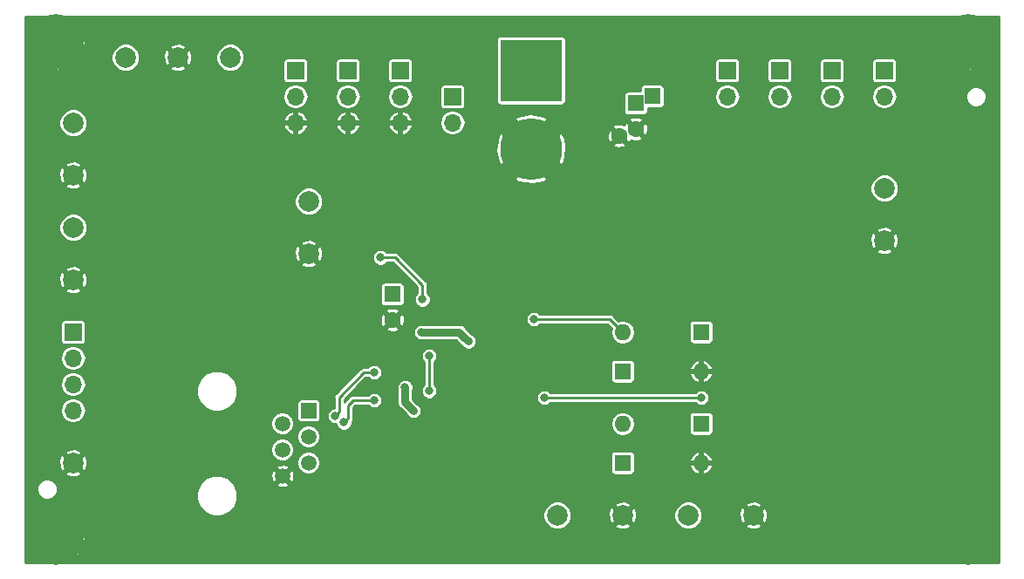
<source format=gbr>
G04 #@! TF.GenerationSoftware,KiCad,Pcbnew,5.0.2-bee76a0~70~ubuntu18.04.1*
G04 #@! TF.CreationDate,2019-06-21T19:34:52-07:00*
G04 #@! TF.ProjectId,aa-stalk-receiver-lvds,61612d73-7461-46c6-9b2d-726563656976,rev?*
G04 #@! TF.SameCoordinates,Original*
G04 #@! TF.FileFunction,Copper,L2,Bot*
G04 #@! TF.FilePolarity,Positive*
%FSLAX46Y46*%
G04 Gerber Fmt 4.6, Leading zero omitted, Abs format (unit mm)*
G04 Created by KiCad (PCBNEW 5.0.2-bee76a0~70~ubuntu18.04.1) date Fri 21 Jun 2019 07:34:52 PM PDT*
%MOMM*%
%LPD*%
G01*
G04 APERTURE LIST*
G04 #@! TA.AperFunction,ComponentPad*
%ADD10C,2.000000*%
G04 #@! TD*
G04 #@! TA.AperFunction,ComponentPad*
%ADD11C,0.800000*%
G04 #@! TD*
G04 #@! TA.AperFunction,ComponentPad*
%ADD12C,5.400000*%
G04 #@! TD*
G04 #@! TA.AperFunction,ComponentPad*
%ADD13R,1.600000X1.600000*%
G04 #@! TD*
G04 #@! TA.AperFunction,ComponentPad*
%ADD14C,1.600000*%
G04 #@! TD*
G04 #@! TA.AperFunction,ComponentPad*
%ADD15R,1.700000X1.700000*%
G04 #@! TD*
G04 #@! TA.AperFunction,ComponentPad*
%ADD16O,1.700000X1.700000*%
G04 #@! TD*
G04 #@! TA.AperFunction,ComponentPad*
%ADD17R,5.999480X5.999480*%
G04 #@! TD*
G04 #@! TA.AperFunction,ComponentPad*
%ADD18C,5.999480*%
G04 #@! TD*
G04 #@! TA.AperFunction,ComponentPad*
%ADD19O,1.600000X1.600000*%
G04 #@! TD*
G04 #@! TA.AperFunction,ComponentPad*
%ADD20R,1.520000X1.520000*%
G04 #@! TD*
G04 #@! TA.AperFunction,ComponentPad*
%ADD21C,1.520000*%
G04 #@! TD*
G04 #@! TA.AperFunction,ViaPad*
%ADD22C,0.800000*%
G04 #@! TD*
G04 #@! TA.AperFunction,ViaPad*
%ADD23C,0.600000*%
G04 #@! TD*
G04 #@! TA.AperFunction,Conductor*
%ADD24C,0.254000*%
G04 #@! TD*
G04 #@! TA.AperFunction,Conductor*
%ADD25C,0.762000*%
G04 #@! TD*
G04 APERTURE END LIST*
D10*
G04 #@! TO.P,TP102,1*
G04 #@! TO.N,+5V*
X96520000Y-71120000D03*
G04 #@! TD*
G04 #@! TO.P,TP151,1*
G04 #@! TO.N,GND*
X96520000Y-66040000D03*
G04 #@! TD*
G04 #@! TO.P,TP152,1*
G04 #@! TO.N,GND*
X96520000Y-76200000D03*
G04 #@! TD*
G04 #@! TO.P,TP153,1*
G04 #@! TO.N,GND*
X96520000Y-93980000D03*
G04 #@! TD*
G04 #@! TO.P,TP201,1*
G04 #@! TO.N,Net-(C202-Pad1)*
X156210000Y-99060000D03*
G04 #@! TD*
G04 #@! TO.P,TP202,1*
G04 #@! TO.N,Net-(C203-Pad1)*
X143510000Y-99060000D03*
G04 #@! TD*
G04 #@! TO.P,TP251,1*
G04 #@! TO.N,GND*
X162560000Y-99060000D03*
G04 #@! TD*
G04 #@! TO.P,TP301,1*
G04 #@! TO.N,/N_RX_STALK*
X119380000Y-68580000D03*
G04 #@! TD*
G04 #@! TO.P,TP302,1*
G04 #@! TO.N,/LED_A_DATA*
X111760000Y-54610000D03*
G04 #@! TD*
G04 #@! TO.P,TP303,1*
G04 #@! TO.N,/LED_C_DATA*
X101600000Y-54610000D03*
G04 #@! TD*
G04 #@! TO.P,TP311,1*
G04 #@! TO.N,/PWM_CAP*
X175260000Y-67310000D03*
G04 #@! TD*
G04 #@! TO.P,TP351,1*
G04 #@! TO.N,GND*
X119380000Y-73660000D03*
G04 #@! TD*
G04 #@! TO.P,TP352,1*
G04 #@! TO.N,GND*
X106680000Y-54610000D03*
G04 #@! TD*
G04 #@! TO.P,TP361,1*
G04 #@! TO.N,GND*
X175260000Y-72390000D03*
G04 #@! TD*
G04 #@! TO.P,TP252,1*
G04 #@! TO.N,GND*
X149860000Y-99060000D03*
G04 #@! TD*
G04 #@! TO.P,TP101,1*
G04 #@! TO.N,/VIN*
X96520000Y-60960000D03*
G04 #@! TD*
D11*
G04 #@! TO.P,H2,1*
G04 #@! TO.N,GND*
X184819891Y-51654109D03*
X183388000Y-51061000D03*
X181956109Y-51654109D03*
X181363000Y-53086000D03*
X181956109Y-54517891D03*
X183388000Y-55111000D03*
X184819891Y-54517891D03*
X185413000Y-53086000D03*
D12*
X183388000Y-53086000D03*
G04 #@! TD*
G04 #@! TO.P,H1,1*
G04 #@! TO.N,GND*
X94869000Y-53086000D03*
D11*
X96894000Y-53086000D03*
X96300891Y-54517891D03*
X94869000Y-55111000D03*
X93437109Y-54517891D03*
X92844000Y-53086000D03*
X93437109Y-51654109D03*
X94869000Y-51061000D03*
X96300891Y-51654109D03*
G04 #@! TD*
G04 #@! TO.P,H4,1*
G04 #@! TO.N,GND*
X184819891Y-99787109D03*
X183388000Y-99194000D03*
X181956109Y-99787109D03*
X181363000Y-101219000D03*
X181956109Y-102650891D03*
X183388000Y-103244000D03*
X184819891Y-102650891D03*
X185413000Y-101219000D03*
D12*
X183388000Y-101219000D03*
G04 #@! TD*
G04 #@! TO.P,H3,1*
G04 #@! TO.N,GND*
X94869000Y-101219000D03*
D11*
X96894000Y-101219000D03*
X96300891Y-102650891D03*
X94869000Y-103244000D03*
X93437109Y-102650891D03*
X92844000Y-101219000D03*
X93437109Y-99787109D03*
X94869000Y-99194000D03*
X96300891Y-99787109D03*
G04 #@! TD*
D13*
G04 #@! TO.P,C101,1*
G04 #@! TO.N,/VIN*
X151130000Y-59055000D03*
D14*
G04 #@! TO.P,C101,2*
G04 #@! TO.N,GND*
X151130000Y-61555000D03*
D13*
G04 #@! TO.P,C101,1*
G04 #@! TO.N,/VIN*
X152730000Y-58384063D03*
D14*
G04 #@! TO.P,C101,2*
G04 #@! TO.N,GND*
X149530000Y-62225937D03*
G04 #@! TD*
D13*
G04 #@! TO.P,C102,1*
G04 #@! TO.N,+5V*
X127508000Y-77597000D03*
D14*
G04 #@! TO.P,C102,2*
G04 #@! TO.N,GND*
X127508000Y-80097000D03*
G04 #@! TD*
D15*
G04 #@! TO.P,CN314,1*
G04 #@! TO.N,/VIN*
X175260000Y-55880000D03*
D16*
G04 #@! TO.P,CN314,2*
G04 #@! TO.N,Net-(CN313-Pad2)*
X175260000Y-58420000D03*
G04 #@! TD*
G04 #@! TO.P,CN313,2*
G04 #@! TO.N,Net-(CN313-Pad2)*
X170180000Y-58420000D03*
D15*
G04 #@! TO.P,CN313,1*
G04 #@! TO.N,/VIN*
X170180000Y-55880000D03*
G04 #@! TD*
G04 #@! TO.P,CN312,1*
G04 #@! TO.N,/VIN*
X165100000Y-55880000D03*
D16*
G04 #@! TO.P,CN312,2*
G04 #@! TO.N,Net-(CN311-Pad2)*
X165100000Y-58420000D03*
G04 #@! TD*
G04 #@! TO.P,CN311,2*
G04 #@! TO.N,Net-(CN311-Pad2)*
X160020000Y-58420000D03*
D15*
G04 #@! TO.P,CN311,1*
G04 #@! TO.N,/VIN*
X160020000Y-55880000D03*
G04 #@! TD*
G04 #@! TO.P,JP101,1*
G04 #@! TO.N,/VIN*
X133350000Y-58420000D03*
D16*
G04 #@! TO.P,JP101,2*
G04 #@! TO.N,+12V*
X133350000Y-60960000D03*
G04 #@! TD*
D15*
G04 #@! TO.P,CN301,1*
G04 #@! TO.N,/VIN*
X128270000Y-55880000D03*
D16*
G04 #@! TO.P,CN301,2*
G04 #@! TO.N,/LED_A_DATA*
X128270000Y-58420000D03*
G04 #@! TO.P,CN301,3*
G04 #@! TO.N,GND*
X128270000Y-60960000D03*
G04 #@! TD*
G04 #@! TO.P,CN302,3*
G04 #@! TO.N,GND*
X123190000Y-60960000D03*
G04 #@! TO.P,CN302,2*
G04 #@! TO.N,/LED_C_DATA*
X123190000Y-58420000D03*
D15*
G04 #@! TO.P,CN302,1*
G04 #@! TO.N,/VIN*
X123190000Y-55880000D03*
G04 #@! TD*
G04 #@! TO.P,CN303,1*
G04 #@! TO.N,/VIN*
X118110000Y-55880000D03*
D16*
G04 #@! TO.P,CN303,2*
G04 #@! TO.N,/LED_C_DATA*
X118110000Y-58420000D03*
G04 #@! TO.P,CN303,3*
G04 #@! TO.N,GND*
X118110000Y-60960000D03*
G04 #@! TD*
D15*
G04 #@! TO.P,CN151,1*
G04 #@! TO.N,/RX_STALK_P*
X96520000Y-81280000D03*
D16*
G04 #@! TO.P,CN151,2*
G04 #@! TO.N,/RX_STALK_N*
X96520000Y-83820000D03*
G04 #@! TO.P,CN151,3*
G04 #@! TO.N,/PWM_CAP_P*
X96520000Y-86360000D03*
G04 #@! TO.P,CN151,4*
G04 #@! TO.N,/PWM_CAP_N*
X96520000Y-88900000D03*
G04 #@! TD*
D17*
G04 #@! TO.P,CN101,1*
G04 #@! TO.N,/VIN*
X140970000Y-55880000D03*
D18*
G04 #@! TO.P,CN101,2*
G04 #@! TO.N,GND*
X140970000Y-63500000D03*
G04 #@! TD*
D19*
G04 #@! TO.P,D204,2*
G04 #@! TO.N,GND*
X157480000Y-93980000D03*
D13*
G04 #@! TO.P,D204,1*
G04 #@! TO.N,Net-(C203-Pad1)*
X149860000Y-93980000D03*
G04 #@! TD*
G04 #@! TO.P,D202,1*
G04 #@! TO.N,Net-(C202-Pad1)*
X149860000Y-85090000D03*
D19*
G04 #@! TO.P,D202,2*
G04 #@! TO.N,GND*
X157480000Y-85090000D03*
G04 #@! TD*
G04 #@! TO.P,D201,2*
G04 #@! TO.N,Net-(C202-Pad1)*
X149860000Y-81280000D03*
D13*
G04 #@! TO.P,D201,1*
G04 #@! TO.N,+5V*
X157480000Y-81280000D03*
G04 #@! TD*
G04 #@! TO.P,D203,1*
G04 #@! TO.N,+5V*
X157480000Y-90170000D03*
D19*
G04 #@! TO.P,D203,2*
G04 #@! TO.N,Net-(C203-Pad1)*
X149860000Y-90170000D03*
G04 #@! TD*
D20*
G04 #@! TO.P,CN102,1*
G04 #@! TO.N,+5V*
X119380000Y-88900000D03*
D21*
G04 #@! TO.P,CN102,2*
G04 #@! TO.N,/RX_STALK_P*
X116840000Y-90170000D03*
G04 #@! TO.P,CN102,3*
G04 #@! TO.N,/RX_STALK_N*
X119380000Y-91440000D03*
G04 #@! TO.P,CN102,4*
G04 #@! TO.N,/PWM_CAP_P*
X116840000Y-92710000D03*
G04 #@! TO.P,CN102,5*
G04 #@! TO.N,/PWM_CAP_N*
X119380000Y-93980000D03*
G04 #@! TO.P,CN102,6*
G04 #@! TO.N,GND*
X116840000Y-95250000D03*
G04 #@! TD*
D22*
G04 #@! TO.N,GND*
X172847000Y-63246000D03*
X162687000Y-63246000D03*
X126619000Y-72390000D03*
X100203000Y-63500000D03*
X100203000Y-68580000D03*
X109093000Y-67310000D03*
X127000000Y-90678000D03*
X125095000Y-89408004D03*
X125121788Y-90297000D03*
X131064000Y-93345000D03*
X136398000Y-89535000D03*
X140335000Y-86614000D03*
X136525000Y-81407000D03*
X137160000Y-96774000D03*
X172339000Y-63881000D03*
X171704000Y-63373000D03*
X161544000Y-63373000D03*
X162179000Y-63881000D03*
D23*
X136144000Y-60198000D03*
X136906000Y-60198000D03*
X136525000Y-60579000D03*
X136779000Y-61595000D03*
X137287002Y-60960000D03*
X137922000Y-60325000D03*
D22*
G04 #@! TO.N,+5V*
X130302000Y-81280000D03*
X134874000Y-82169000D03*
X129540000Y-88900000D03*
X128746210Y-86642618D03*
G04 #@! TO.N,/PWM_CAP*
X142240000Y-87630000D03*
X157480000Y-87630000D03*
G04 #@! TO.N,/RX_STALK_P*
X121920000Y-89408000D03*
X125730000Y-85183113D03*
G04 #@! TO.N,/RX_STALK_N*
X125729996Y-87884000D03*
X122809000Y-90043000D03*
G04 #@! TO.N,/N_RX_STALK*
X131064000Y-86995000D03*
X131063158Y-83561326D03*
X130429000Y-78105000D03*
X126365000Y-74041008D03*
G04 #@! TO.N,Net-(C202-Pad1)*
X141224000Y-80010000D03*
G04 #@! TD*
D24*
G04 #@! TO.N,+5V*
X119380000Y-88900000D02*
X119380000Y-89027000D01*
D25*
X130302000Y-81280000D02*
X133985000Y-81280000D01*
X133985000Y-81280000D02*
X134474001Y-81769001D01*
X134474001Y-81769001D02*
X134874000Y-82169000D01*
X128746210Y-87208303D02*
X128746210Y-86642618D01*
X128746210Y-88106210D02*
X128746210Y-87208303D01*
X129540000Y-88900000D02*
X128746210Y-88106210D01*
D24*
G04 #@! TO.N,/PWM_CAP*
X142240000Y-87630000D02*
X157480000Y-87630000D01*
G04 #@! TO.N,/RX_STALK_P*
X125696113Y-85217000D02*
X125730000Y-85183113D01*
X122319999Y-87611001D02*
X124714000Y-85217000D01*
X124714000Y-85217000D02*
X125696113Y-85217000D01*
X121920000Y-89408000D02*
X122319999Y-89008001D01*
X122319999Y-89008001D02*
X122319999Y-87611001D01*
G04 #@! TO.N,/RX_STALK_N*
X123208999Y-89643001D02*
X122809000Y-90043000D01*
X123208999Y-88373001D02*
X123208999Y-89643001D01*
X125729996Y-87884000D02*
X123698000Y-87884000D01*
X123698000Y-87884000D02*
X123208999Y-88373001D01*
G04 #@! TO.N,/N_RX_STALK*
X131064000Y-83562168D02*
X131063158Y-83561326D01*
X131064000Y-86995000D02*
X131064000Y-83562168D01*
X127743001Y-74022001D02*
X126384007Y-74022001D01*
X130429000Y-78105000D02*
X130429000Y-76708000D01*
X126384007Y-74022001D02*
X126365000Y-74041008D01*
X130429000Y-76708000D02*
X127743001Y-74022001D01*
G04 #@! TO.N,Net-(C202-Pad1)*
X141224000Y-80010000D02*
X141789685Y-80010000D01*
X141789685Y-80010000D02*
X146050000Y-80010000D01*
X146050000Y-80010000D02*
X148590000Y-80010000D01*
X148590000Y-80010000D02*
X149860000Y-81280000D01*
G04 #@! TD*
G04 #@! TO.N,GND*
G36*
X94291679Y-50663287D02*
X94158376Y-50701682D01*
X94074964Y-51000978D01*
X94109316Y-51283726D01*
X94014428Y-51256395D01*
X93616714Y-51654109D01*
X94014428Y-52051823D01*
X94147733Y-52013427D01*
X94231145Y-51714131D01*
X94221935Y-51638319D01*
X94471286Y-51638319D01*
X94509682Y-51771624D01*
X94808978Y-51855036D01*
X95117412Y-51817563D01*
X95228318Y-51771624D01*
X95266714Y-51638319D01*
X94869000Y-51240605D01*
X94471286Y-51638319D01*
X94221935Y-51638319D01*
X94196793Y-51431383D01*
X94291681Y-51458714D01*
X94689395Y-51061000D01*
X94675253Y-51046858D01*
X94854858Y-50867253D01*
X94869000Y-50881395D01*
X94883143Y-50867253D01*
X95062748Y-51046858D01*
X95048605Y-51061000D01*
X95446319Y-51458714D01*
X95553159Y-51427941D01*
X95506855Y-51594087D01*
X95544328Y-51902521D01*
X95590267Y-52013427D01*
X95723572Y-52051823D01*
X96121286Y-51654109D01*
X96480496Y-51654109D01*
X96878210Y-52051823D01*
X97011515Y-52013427D01*
X97094927Y-51714131D01*
X97080343Y-51594087D01*
X181162073Y-51594087D01*
X181199546Y-51902521D01*
X181245485Y-52013427D01*
X181378790Y-52051823D01*
X181776504Y-51654109D01*
X181378790Y-51256395D01*
X181245485Y-51294791D01*
X181162073Y-51594087D01*
X97080343Y-51594087D01*
X97057454Y-51405697D01*
X97011515Y-51294791D01*
X96878210Y-51256395D01*
X96480496Y-51654109D01*
X96121286Y-51654109D01*
X95723572Y-51256395D01*
X95616732Y-51287168D01*
X95663036Y-51121022D01*
X95657663Y-51076790D01*
X95903177Y-51076790D01*
X96300891Y-51474504D01*
X96698605Y-51076790D01*
X181558395Y-51076790D01*
X181956109Y-51474504D01*
X182353823Y-51076790D01*
X182315427Y-50943485D01*
X182016131Y-50860073D01*
X181707697Y-50897546D01*
X181596791Y-50943485D01*
X181558395Y-51076790D01*
X96698605Y-51076790D01*
X96660209Y-50943485D01*
X96360913Y-50860073D01*
X96052479Y-50897546D01*
X95941573Y-50943485D01*
X95903177Y-51076790D01*
X95657663Y-51076790D01*
X95625563Y-50812588D01*
X95579624Y-50701682D01*
X95446321Y-50663287D01*
X95463608Y-50646000D01*
X182793392Y-50646000D01*
X182810679Y-50663287D01*
X182677376Y-50701682D01*
X182593964Y-51000978D01*
X182628316Y-51283726D01*
X182533428Y-51256395D01*
X182135714Y-51654109D01*
X182533428Y-52051823D01*
X182666733Y-52013427D01*
X182750145Y-51714131D01*
X182740935Y-51638319D01*
X182990286Y-51638319D01*
X183028682Y-51771624D01*
X183327978Y-51855036D01*
X183636412Y-51817563D01*
X183747318Y-51771624D01*
X183785714Y-51638319D01*
X183388000Y-51240605D01*
X182990286Y-51638319D01*
X182740935Y-51638319D01*
X182715793Y-51431383D01*
X182810681Y-51458714D01*
X183208395Y-51061000D01*
X183194253Y-51046858D01*
X183373858Y-50867253D01*
X183388000Y-50881395D01*
X183402143Y-50867253D01*
X183581748Y-51046858D01*
X183567605Y-51061000D01*
X183965319Y-51458714D01*
X184072159Y-51427941D01*
X184025855Y-51594087D01*
X184063328Y-51902521D01*
X184109267Y-52013427D01*
X184242572Y-52051823D01*
X184640286Y-51654109D01*
X184999496Y-51654109D01*
X185397210Y-52051823D01*
X185530515Y-52013427D01*
X185613927Y-51714131D01*
X185576454Y-51405697D01*
X185530515Y-51294791D01*
X185397210Y-51256395D01*
X184999496Y-51654109D01*
X184640286Y-51654109D01*
X184242572Y-51256395D01*
X184135732Y-51287168D01*
X184182036Y-51121022D01*
X184176663Y-51076790D01*
X184422177Y-51076790D01*
X184819891Y-51474504D01*
X185217605Y-51076790D01*
X185179209Y-50943485D01*
X184879913Y-50860073D01*
X184571479Y-50897546D01*
X184460573Y-50943485D01*
X184422177Y-51076790D01*
X184176663Y-51076790D01*
X184144563Y-50812588D01*
X184098624Y-50701682D01*
X183965321Y-50663287D01*
X183982608Y-50646000D01*
X186336000Y-50646000D01*
X186336001Y-103659000D01*
X183982608Y-103659000D01*
X183965321Y-103641713D01*
X184098624Y-103603318D01*
X184182036Y-103304022D01*
X184172826Y-103228210D01*
X184422177Y-103228210D01*
X184460573Y-103361515D01*
X184759869Y-103444927D01*
X185068303Y-103407454D01*
X185179209Y-103361515D01*
X185217605Y-103228210D01*
X184819891Y-102830496D01*
X184422177Y-103228210D01*
X184172826Y-103228210D01*
X184147684Y-103021274D01*
X184242572Y-103048605D01*
X184640286Y-102650891D01*
X184999496Y-102650891D01*
X185397210Y-103048605D01*
X185530515Y-103010209D01*
X185613927Y-102710913D01*
X185576454Y-102402479D01*
X185530515Y-102291573D01*
X185397210Y-102253177D01*
X184999496Y-102650891D01*
X184640286Y-102650891D01*
X184242572Y-102253177D01*
X184109267Y-102291573D01*
X184025855Y-102590869D01*
X184060207Y-102873617D01*
X183965319Y-102846286D01*
X183567605Y-103244000D01*
X183581748Y-103258143D01*
X183402143Y-103437748D01*
X183388000Y-103423605D01*
X183373858Y-103437748D01*
X183194253Y-103258143D01*
X183208395Y-103244000D01*
X182810681Y-102846286D01*
X182703841Y-102877059D01*
X182750145Y-102710913D01*
X182744772Y-102666681D01*
X182990286Y-102666681D01*
X183388000Y-103064395D01*
X183785714Y-102666681D01*
X183747318Y-102533376D01*
X183448022Y-102449964D01*
X183139588Y-102487437D01*
X183028682Y-102533376D01*
X182990286Y-102666681D01*
X182744772Y-102666681D01*
X182712672Y-102402479D01*
X182666733Y-102291573D01*
X182533428Y-102253177D01*
X182135714Y-102650891D01*
X182533428Y-103048605D01*
X182640268Y-103017832D01*
X182593964Y-103183978D01*
X182631437Y-103492412D01*
X182677376Y-103603318D01*
X182810679Y-103641713D01*
X182793392Y-103659000D01*
X95463608Y-103659000D01*
X95446321Y-103641713D01*
X95579624Y-103603318D01*
X95663036Y-103304022D01*
X95653826Y-103228210D01*
X95903177Y-103228210D01*
X95941573Y-103361515D01*
X96240869Y-103444927D01*
X96549303Y-103407454D01*
X96660209Y-103361515D01*
X96698605Y-103228210D01*
X181558395Y-103228210D01*
X181596791Y-103361515D01*
X181896087Y-103444927D01*
X182204521Y-103407454D01*
X182315427Y-103361515D01*
X182353823Y-103228210D01*
X181956109Y-102830496D01*
X181558395Y-103228210D01*
X96698605Y-103228210D01*
X96300891Y-102830496D01*
X95903177Y-103228210D01*
X95653826Y-103228210D01*
X95628684Y-103021274D01*
X95723572Y-103048605D01*
X96121286Y-102650891D01*
X96480496Y-102650891D01*
X96878210Y-103048605D01*
X97011515Y-103010209D01*
X97094927Y-102710913D01*
X97080343Y-102590869D01*
X181162073Y-102590869D01*
X181199546Y-102899303D01*
X181245485Y-103010209D01*
X181378790Y-103048605D01*
X181776504Y-102650891D01*
X181378790Y-102253177D01*
X181245485Y-102291573D01*
X181162073Y-102590869D01*
X97080343Y-102590869D01*
X97057454Y-102402479D01*
X97011515Y-102291573D01*
X96878210Y-102253177D01*
X96480496Y-102650891D01*
X96121286Y-102650891D01*
X95723572Y-102253177D01*
X95590267Y-102291573D01*
X95506855Y-102590869D01*
X95541207Y-102873617D01*
X95446319Y-102846286D01*
X95048605Y-103244000D01*
X95062748Y-103258143D01*
X94883143Y-103437748D01*
X94869000Y-103423605D01*
X94854858Y-103437748D01*
X94675253Y-103258143D01*
X94689395Y-103244000D01*
X94291681Y-102846286D01*
X94184841Y-102877059D01*
X94231145Y-102710913D01*
X94225772Y-102666681D01*
X94471286Y-102666681D01*
X94869000Y-103064395D01*
X95266714Y-102666681D01*
X95228318Y-102533376D01*
X94929022Y-102449964D01*
X94620588Y-102487437D01*
X94509682Y-102533376D01*
X94471286Y-102666681D01*
X94225772Y-102666681D01*
X94193672Y-102402479D01*
X94147733Y-102291573D01*
X94014428Y-102253177D01*
X93616714Y-102650891D01*
X94014428Y-103048605D01*
X94121268Y-103017832D01*
X94074964Y-103183978D01*
X94112437Y-103492412D01*
X94158376Y-103603318D01*
X94291679Y-103641713D01*
X94274392Y-103659000D01*
X91921000Y-103659000D01*
X91921000Y-103228210D01*
X93039395Y-103228210D01*
X93077791Y-103361515D01*
X93377087Y-103444927D01*
X93685521Y-103407454D01*
X93796427Y-103361515D01*
X93834823Y-103228210D01*
X93437109Y-102830496D01*
X93039395Y-103228210D01*
X91921000Y-103228210D01*
X91921000Y-102590869D01*
X92643073Y-102590869D01*
X92680546Y-102899303D01*
X92726485Y-103010209D01*
X92859790Y-103048605D01*
X93257504Y-102650891D01*
X92859790Y-102253177D01*
X92726485Y-102291573D01*
X92643073Y-102590869D01*
X91921000Y-102590869D01*
X91921000Y-101796319D01*
X92446286Y-101796319D01*
X92484682Y-101929624D01*
X92783978Y-102013036D01*
X93066726Y-101978684D01*
X93039395Y-102073572D01*
X93437109Y-102471286D01*
X93834823Y-102073572D01*
X95903177Y-102073572D01*
X96300891Y-102471286D01*
X96698605Y-102073572D01*
X96667832Y-101966732D01*
X96833978Y-102013036D01*
X97142412Y-101975563D01*
X97253318Y-101929624D01*
X97291714Y-101796319D01*
X180965286Y-101796319D01*
X181003682Y-101929624D01*
X181302978Y-102013036D01*
X181585726Y-101978684D01*
X181558395Y-102073572D01*
X181956109Y-102471286D01*
X182353823Y-102073572D01*
X184422177Y-102073572D01*
X184819891Y-102471286D01*
X185217605Y-102073572D01*
X185186832Y-101966732D01*
X185352978Y-102013036D01*
X185661412Y-101975563D01*
X185772318Y-101929624D01*
X185810714Y-101796319D01*
X185413000Y-101398605D01*
X185015286Y-101796319D01*
X185046059Y-101903159D01*
X184879913Y-101856855D01*
X184571479Y-101894328D01*
X184460573Y-101940267D01*
X184422177Y-102073572D01*
X182353823Y-102073572D01*
X182315427Y-101940267D01*
X182016131Y-101856855D01*
X181733383Y-101891207D01*
X181760714Y-101796319D01*
X181363000Y-101398605D01*
X180965286Y-101796319D01*
X97291714Y-101796319D01*
X96894000Y-101398605D01*
X96496286Y-101796319D01*
X96527059Y-101903159D01*
X96360913Y-101856855D01*
X96052479Y-101894328D01*
X95941573Y-101940267D01*
X95903177Y-102073572D01*
X93834823Y-102073572D01*
X93796427Y-101940267D01*
X93497131Y-101856855D01*
X93214383Y-101891207D01*
X93241714Y-101796319D01*
X92844000Y-101398605D01*
X92446286Y-101796319D01*
X91921000Y-101796319D01*
X91921000Y-101158978D01*
X92049964Y-101158978D01*
X92087437Y-101467412D01*
X92133376Y-101578318D01*
X92266681Y-101616714D01*
X92664395Y-101219000D01*
X93023605Y-101219000D01*
X93421319Y-101616714D01*
X93554624Y-101578318D01*
X93638036Y-101279022D01*
X93623452Y-101158978D01*
X96099964Y-101158978D01*
X96137437Y-101467412D01*
X96183376Y-101578318D01*
X96316681Y-101616714D01*
X96714395Y-101219000D01*
X97073605Y-101219000D01*
X97471319Y-101616714D01*
X97604624Y-101578318D01*
X97688036Y-101279022D01*
X97673452Y-101158978D01*
X180568964Y-101158978D01*
X180606437Y-101467412D01*
X180652376Y-101578318D01*
X180785681Y-101616714D01*
X181183395Y-101219000D01*
X181542605Y-101219000D01*
X181940319Y-101616714D01*
X182073624Y-101578318D01*
X182157036Y-101279022D01*
X182142452Y-101158978D01*
X184618964Y-101158978D01*
X184656437Y-101467412D01*
X184702376Y-101578318D01*
X184835681Y-101616714D01*
X185233395Y-101219000D01*
X185592605Y-101219000D01*
X185990319Y-101616714D01*
X186123624Y-101578318D01*
X186207036Y-101279022D01*
X186169563Y-100970588D01*
X186123624Y-100859682D01*
X185990319Y-100821286D01*
X185592605Y-101219000D01*
X185233395Y-101219000D01*
X184835681Y-100821286D01*
X184702376Y-100859682D01*
X184618964Y-101158978D01*
X182142452Y-101158978D01*
X182119563Y-100970588D01*
X182073624Y-100859682D01*
X181940319Y-100821286D01*
X181542605Y-101219000D01*
X181183395Y-101219000D01*
X180785681Y-100821286D01*
X180652376Y-100859682D01*
X180568964Y-101158978D01*
X97673452Y-101158978D01*
X97650563Y-100970588D01*
X97604624Y-100859682D01*
X97471319Y-100821286D01*
X97073605Y-101219000D01*
X96714395Y-101219000D01*
X96316681Y-100821286D01*
X96183376Y-100859682D01*
X96099964Y-101158978D01*
X93623452Y-101158978D01*
X93600563Y-100970588D01*
X93554624Y-100859682D01*
X93421319Y-100821286D01*
X93023605Y-101219000D01*
X92664395Y-101219000D01*
X92266681Y-100821286D01*
X92133376Y-100859682D01*
X92049964Y-101158978D01*
X91921000Y-101158978D01*
X91921000Y-100641681D01*
X92446286Y-100641681D01*
X92844000Y-101039395D01*
X93241714Y-100641681D01*
X93210941Y-100534841D01*
X93377087Y-100581145D01*
X93685521Y-100543672D01*
X93796427Y-100497733D01*
X93834823Y-100364428D01*
X95903177Y-100364428D01*
X95941573Y-100497733D01*
X96240869Y-100581145D01*
X96523617Y-100546793D01*
X96496286Y-100641681D01*
X96894000Y-101039395D01*
X97291714Y-100641681D01*
X180965286Y-100641681D01*
X181363000Y-101039395D01*
X181760714Y-100641681D01*
X181729941Y-100534841D01*
X181896087Y-100581145D01*
X182204521Y-100543672D01*
X182315427Y-100497733D01*
X182353823Y-100364428D01*
X184422177Y-100364428D01*
X184460573Y-100497733D01*
X184759869Y-100581145D01*
X185042617Y-100546793D01*
X185015286Y-100641681D01*
X185413000Y-101039395D01*
X185810714Y-100641681D01*
X185772318Y-100508376D01*
X185473022Y-100424964D01*
X185190274Y-100459316D01*
X185217605Y-100364428D01*
X184819891Y-99966714D01*
X184422177Y-100364428D01*
X182353823Y-100364428D01*
X181956109Y-99966714D01*
X181558395Y-100364428D01*
X181589168Y-100471268D01*
X181423022Y-100424964D01*
X181114588Y-100462437D01*
X181003682Y-100508376D01*
X180965286Y-100641681D01*
X97291714Y-100641681D01*
X97253318Y-100508376D01*
X96954022Y-100424964D01*
X96671274Y-100459316D01*
X96698605Y-100364428D01*
X96300891Y-99966714D01*
X95903177Y-100364428D01*
X93834823Y-100364428D01*
X93437109Y-99966714D01*
X93039395Y-100364428D01*
X93070168Y-100471268D01*
X92904022Y-100424964D01*
X92595588Y-100462437D01*
X92484682Y-100508376D01*
X92446286Y-100641681D01*
X91921000Y-100641681D01*
X91921000Y-99727087D01*
X92643073Y-99727087D01*
X92680546Y-100035521D01*
X92726485Y-100146427D01*
X92859790Y-100184823D01*
X93257504Y-99787109D01*
X93616714Y-99787109D01*
X94014428Y-100184823D01*
X94147733Y-100146427D01*
X94231145Y-99847131D01*
X94221935Y-99771319D01*
X94471286Y-99771319D01*
X94509682Y-99904624D01*
X94808978Y-99988036D01*
X95117412Y-99950563D01*
X95228318Y-99904624D01*
X95266714Y-99771319D01*
X94869000Y-99373605D01*
X94471286Y-99771319D01*
X94221935Y-99771319D01*
X94196793Y-99564383D01*
X94291681Y-99591714D01*
X94689395Y-99194000D01*
X95048605Y-99194000D01*
X95446319Y-99591714D01*
X95553159Y-99560941D01*
X95506855Y-99727087D01*
X95544328Y-100035521D01*
X95590267Y-100146427D01*
X95723572Y-100184823D01*
X96121286Y-99787109D01*
X96480496Y-99787109D01*
X96878210Y-100184823D01*
X97011515Y-100146427D01*
X97094927Y-99847131D01*
X97057454Y-99538697D01*
X97011515Y-99427791D01*
X96878210Y-99389395D01*
X96480496Y-99787109D01*
X96121286Y-99787109D01*
X95723572Y-99389395D01*
X95616732Y-99420168D01*
X95663036Y-99254022D01*
X95657663Y-99209790D01*
X95903177Y-99209790D01*
X96300891Y-99607504D01*
X96698605Y-99209790D01*
X96660209Y-99076485D01*
X96360913Y-98993073D01*
X96052479Y-99030546D01*
X95941573Y-99076485D01*
X95903177Y-99209790D01*
X95657663Y-99209790D01*
X95625563Y-98945588D01*
X95579624Y-98834682D01*
X95446319Y-98796286D01*
X95048605Y-99194000D01*
X94689395Y-99194000D01*
X94291681Y-98796286D01*
X94158376Y-98834682D01*
X94074964Y-99133978D01*
X94109316Y-99416726D01*
X94014428Y-99389395D01*
X93616714Y-99787109D01*
X93257504Y-99787109D01*
X92859790Y-99389395D01*
X92726485Y-99427791D01*
X92643073Y-99727087D01*
X91921000Y-99727087D01*
X91921000Y-99209790D01*
X93039395Y-99209790D01*
X93437109Y-99607504D01*
X93834823Y-99209790D01*
X93796427Y-99076485D01*
X93497131Y-98993073D01*
X93188697Y-99030546D01*
X93077791Y-99076485D01*
X93039395Y-99209790D01*
X91921000Y-99209790D01*
X91921000Y-98616681D01*
X94471286Y-98616681D01*
X94869000Y-99014395D01*
X95266714Y-98616681D01*
X95228318Y-98483376D01*
X94929022Y-98399964D01*
X94620588Y-98437437D01*
X94509682Y-98483376D01*
X94471286Y-98616681D01*
X91921000Y-98616681D01*
X91921000Y-96317905D01*
X92964000Y-96317905D01*
X92964000Y-96722095D01*
X93118676Y-97095518D01*
X93404482Y-97381324D01*
X93777905Y-97536000D01*
X94182095Y-97536000D01*
X94555518Y-97381324D01*
X94841324Y-97095518D01*
X94984034Y-96750982D01*
X108484000Y-96750982D01*
X108484000Y-97549018D01*
X108789395Y-98286308D01*
X109353692Y-98850605D01*
X110090982Y-99156000D01*
X110889018Y-99156000D01*
X111626308Y-98850605D01*
X111691611Y-98785302D01*
X142129000Y-98785302D01*
X142129000Y-99334698D01*
X142339245Y-99842273D01*
X142727727Y-100230755D01*
X143235302Y-100441000D01*
X143784698Y-100441000D01*
X144292273Y-100230755D01*
X144449286Y-100073742D01*
X149025863Y-100073742D01*
X149138485Y-100269146D01*
X149656126Y-100453217D01*
X150204806Y-100425184D01*
X150581515Y-100269146D01*
X150694137Y-100073742D01*
X149860000Y-99239605D01*
X149025863Y-100073742D01*
X144449286Y-100073742D01*
X144680755Y-99842273D01*
X144891000Y-99334698D01*
X144891000Y-98856126D01*
X148466783Y-98856126D01*
X148494816Y-99404806D01*
X148650854Y-99781515D01*
X148846258Y-99894137D01*
X149680395Y-99060000D01*
X150039605Y-99060000D01*
X150873742Y-99894137D01*
X151069146Y-99781515D01*
X151253217Y-99263874D01*
X151228766Y-98785302D01*
X154829000Y-98785302D01*
X154829000Y-99334698D01*
X155039245Y-99842273D01*
X155427727Y-100230755D01*
X155935302Y-100441000D01*
X156484698Y-100441000D01*
X156992273Y-100230755D01*
X157149286Y-100073742D01*
X161725863Y-100073742D01*
X161838485Y-100269146D01*
X162356126Y-100453217D01*
X162904806Y-100425184D01*
X163281515Y-100269146D01*
X163394137Y-100073742D01*
X162560000Y-99239605D01*
X161725863Y-100073742D01*
X157149286Y-100073742D01*
X157380755Y-99842273D01*
X157591000Y-99334698D01*
X157591000Y-98856126D01*
X161166783Y-98856126D01*
X161194816Y-99404806D01*
X161350854Y-99781515D01*
X161546258Y-99894137D01*
X162380395Y-99060000D01*
X162739605Y-99060000D01*
X163573742Y-99894137D01*
X163769146Y-99781515D01*
X163788500Y-99727087D01*
X181162073Y-99727087D01*
X181199546Y-100035521D01*
X181245485Y-100146427D01*
X181378790Y-100184823D01*
X181776504Y-99787109D01*
X182135714Y-99787109D01*
X182533428Y-100184823D01*
X182666733Y-100146427D01*
X182750145Y-99847131D01*
X182740935Y-99771319D01*
X182990286Y-99771319D01*
X183028682Y-99904624D01*
X183327978Y-99988036D01*
X183636412Y-99950563D01*
X183747318Y-99904624D01*
X183785714Y-99771319D01*
X183388000Y-99373605D01*
X182990286Y-99771319D01*
X182740935Y-99771319D01*
X182715793Y-99564383D01*
X182810681Y-99591714D01*
X183208395Y-99194000D01*
X183567605Y-99194000D01*
X183965319Y-99591714D01*
X184072159Y-99560941D01*
X184025855Y-99727087D01*
X184063328Y-100035521D01*
X184109267Y-100146427D01*
X184242572Y-100184823D01*
X184640286Y-99787109D01*
X184999496Y-99787109D01*
X185397210Y-100184823D01*
X185530515Y-100146427D01*
X185613927Y-99847131D01*
X185576454Y-99538697D01*
X185530515Y-99427791D01*
X185397210Y-99389395D01*
X184999496Y-99787109D01*
X184640286Y-99787109D01*
X184242572Y-99389395D01*
X184135732Y-99420168D01*
X184182036Y-99254022D01*
X184176663Y-99209790D01*
X184422177Y-99209790D01*
X184819891Y-99607504D01*
X185217605Y-99209790D01*
X185179209Y-99076485D01*
X184879913Y-98993073D01*
X184571479Y-99030546D01*
X184460573Y-99076485D01*
X184422177Y-99209790D01*
X184176663Y-99209790D01*
X184144563Y-98945588D01*
X184098624Y-98834682D01*
X183965319Y-98796286D01*
X183567605Y-99194000D01*
X183208395Y-99194000D01*
X182810681Y-98796286D01*
X182677376Y-98834682D01*
X182593964Y-99133978D01*
X182628316Y-99416726D01*
X182533428Y-99389395D01*
X182135714Y-99787109D01*
X181776504Y-99787109D01*
X181378790Y-99389395D01*
X181245485Y-99427791D01*
X181162073Y-99727087D01*
X163788500Y-99727087D01*
X163953217Y-99263874D01*
X163950454Y-99209790D01*
X181558395Y-99209790D01*
X181956109Y-99607504D01*
X182353823Y-99209790D01*
X182315427Y-99076485D01*
X182016131Y-98993073D01*
X181707697Y-99030546D01*
X181596791Y-99076485D01*
X181558395Y-99209790D01*
X163950454Y-99209790D01*
X163925184Y-98715194D01*
X163884379Y-98616681D01*
X182990286Y-98616681D01*
X183388000Y-99014395D01*
X183785714Y-98616681D01*
X183747318Y-98483376D01*
X183448022Y-98399964D01*
X183139588Y-98437437D01*
X183028682Y-98483376D01*
X182990286Y-98616681D01*
X163884379Y-98616681D01*
X163769146Y-98338485D01*
X163573742Y-98225863D01*
X162739605Y-99060000D01*
X162380395Y-99060000D01*
X161546258Y-98225863D01*
X161350854Y-98338485D01*
X161166783Y-98856126D01*
X157591000Y-98856126D01*
X157591000Y-98785302D01*
X157380755Y-98277727D01*
X157149286Y-98046258D01*
X161725863Y-98046258D01*
X162560000Y-98880395D01*
X163394137Y-98046258D01*
X163281515Y-97850854D01*
X162763874Y-97666783D01*
X162215194Y-97694816D01*
X161838485Y-97850854D01*
X161725863Y-98046258D01*
X157149286Y-98046258D01*
X156992273Y-97889245D01*
X156484698Y-97679000D01*
X155935302Y-97679000D01*
X155427727Y-97889245D01*
X155039245Y-98277727D01*
X154829000Y-98785302D01*
X151228766Y-98785302D01*
X151225184Y-98715194D01*
X151069146Y-98338485D01*
X150873742Y-98225863D01*
X150039605Y-99060000D01*
X149680395Y-99060000D01*
X148846258Y-98225863D01*
X148650854Y-98338485D01*
X148466783Y-98856126D01*
X144891000Y-98856126D01*
X144891000Y-98785302D01*
X144680755Y-98277727D01*
X144449286Y-98046258D01*
X149025863Y-98046258D01*
X149860000Y-98880395D01*
X150694137Y-98046258D01*
X150581515Y-97850854D01*
X150063874Y-97666783D01*
X149515194Y-97694816D01*
X149138485Y-97850854D01*
X149025863Y-98046258D01*
X144449286Y-98046258D01*
X144292273Y-97889245D01*
X143784698Y-97679000D01*
X143235302Y-97679000D01*
X142727727Y-97889245D01*
X142339245Y-98277727D01*
X142129000Y-98785302D01*
X111691611Y-98785302D01*
X112190605Y-98286308D01*
X112496000Y-97549018D01*
X112496000Y-96750982D01*
X112222092Y-96089708D01*
X116179897Y-96089708D01*
X116263029Y-96260197D01*
X116693534Y-96404097D01*
X117146337Y-96372297D01*
X117416971Y-96260197D01*
X117500103Y-96089708D01*
X116840000Y-95429605D01*
X116179897Y-96089708D01*
X112222092Y-96089708D01*
X112190605Y-96013692D01*
X111626308Y-95449395D01*
X110889018Y-95144000D01*
X110090982Y-95144000D01*
X109353692Y-95449395D01*
X108789395Y-96013692D01*
X108484000Y-96750982D01*
X94984034Y-96750982D01*
X94996000Y-96722095D01*
X94996000Y-96317905D01*
X94841324Y-95944482D01*
X94555518Y-95658676D01*
X94182095Y-95504000D01*
X93777905Y-95504000D01*
X93404482Y-95658676D01*
X93118676Y-95944482D01*
X92964000Y-96317905D01*
X91921000Y-96317905D01*
X91921000Y-94993742D01*
X95685863Y-94993742D01*
X95798485Y-95189146D01*
X96316126Y-95373217D01*
X96864806Y-95345184D01*
X97241515Y-95189146D01*
X97290857Y-95103534D01*
X115685903Y-95103534D01*
X115717703Y-95556337D01*
X115829803Y-95826971D01*
X116000292Y-95910103D01*
X116660395Y-95250000D01*
X117019605Y-95250000D01*
X117679708Y-95910103D01*
X117850197Y-95826971D01*
X117994097Y-95396466D01*
X117962297Y-94943663D01*
X117850197Y-94673029D01*
X117679708Y-94589897D01*
X117019605Y-95250000D01*
X116660395Y-95250000D01*
X116000292Y-94589897D01*
X115829803Y-94673029D01*
X115685903Y-95103534D01*
X97290857Y-95103534D01*
X97354137Y-94993742D01*
X96520000Y-94159605D01*
X95685863Y-94993742D01*
X91921000Y-94993742D01*
X91921000Y-93776126D01*
X95126783Y-93776126D01*
X95154816Y-94324806D01*
X95310854Y-94701515D01*
X95506258Y-94814137D01*
X96340395Y-93980000D01*
X96699605Y-93980000D01*
X97533742Y-94814137D01*
X97729146Y-94701515D01*
X97832703Y-94410292D01*
X116179897Y-94410292D01*
X116840000Y-95070395D01*
X117500103Y-94410292D01*
X117416971Y-94239803D01*
X116986466Y-94095903D01*
X116533663Y-94127703D01*
X116263029Y-94239803D01*
X116179897Y-94410292D01*
X97832703Y-94410292D01*
X97913217Y-94183874D01*
X97885184Y-93635194D01*
X97729146Y-93258485D01*
X97533742Y-93145863D01*
X96699605Y-93980000D01*
X96340395Y-93980000D01*
X95506258Y-93145863D01*
X95310854Y-93258485D01*
X95126783Y-93776126D01*
X91921000Y-93776126D01*
X91921000Y-92966258D01*
X95685863Y-92966258D01*
X96520000Y-93800395D01*
X97354137Y-92966258D01*
X97241515Y-92770854D01*
X96723874Y-92586783D01*
X96175194Y-92614816D01*
X95798485Y-92770854D01*
X95685863Y-92966258D01*
X91921000Y-92966258D01*
X91921000Y-92483041D01*
X115699000Y-92483041D01*
X115699000Y-92936959D01*
X115872707Y-93356325D01*
X116193675Y-93677293D01*
X116613041Y-93851000D01*
X117066959Y-93851000D01*
X117303453Y-93753041D01*
X118239000Y-93753041D01*
X118239000Y-94206959D01*
X118412707Y-94626325D01*
X118733675Y-94947293D01*
X119153041Y-95121000D01*
X119606959Y-95121000D01*
X120026325Y-94947293D01*
X120347293Y-94626325D01*
X120521000Y-94206959D01*
X120521000Y-93753041D01*
X120347293Y-93333675D01*
X120193618Y-93180000D01*
X148671536Y-93180000D01*
X148671536Y-94780000D01*
X148701106Y-94928659D01*
X148785314Y-95054686D01*
X148911341Y-95138894D01*
X149060000Y-95168464D01*
X150660000Y-95168464D01*
X150808659Y-95138894D01*
X150934686Y-95054686D01*
X151018894Y-94928659D01*
X151048464Y-94780000D01*
X151048464Y-94289114D01*
X156340171Y-94289114D01*
X156455433Y-94567411D01*
X156758216Y-94914782D01*
X157170884Y-95119841D01*
X157353000Y-95058914D01*
X157353000Y-94107000D01*
X157607000Y-94107000D01*
X157607000Y-95058914D01*
X157789116Y-95119841D01*
X158201784Y-94914782D01*
X158504567Y-94567411D01*
X158619829Y-94289114D01*
X158558297Y-94107000D01*
X157607000Y-94107000D01*
X157353000Y-94107000D01*
X156401703Y-94107000D01*
X156340171Y-94289114D01*
X151048464Y-94289114D01*
X151048464Y-93670886D01*
X156340171Y-93670886D01*
X156401703Y-93853000D01*
X157353000Y-93853000D01*
X157353000Y-92901086D01*
X157607000Y-92901086D01*
X157607000Y-93853000D01*
X158558297Y-93853000D01*
X158619829Y-93670886D01*
X158504567Y-93392589D01*
X158201784Y-93045218D01*
X157789116Y-92840159D01*
X157607000Y-92901086D01*
X157353000Y-92901086D01*
X157170884Y-92840159D01*
X156758216Y-93045218D01*
X156455433Y-93392589D01*
X156340171Y-93670886D01*
X151048464Y-93670886D01*
X151048464Y-93180000D01*
X151018894Y-93031341D01*
X150934686Y-92905314D01*
X150808659Y-92821106D01*
X150660000Y-92791536D01*
X149060000Y-92791536D01*
X148911341Y-92821106D01*
X148785314Y-92905314D01*
X148701106Y-93031341D01*
X148671536Y-93180000D01*
X120193618Y-93180000D01*
X120026325Y-93012707D01*
X119606959Y-92839000D01*
X119153041Y-92839000D01*
X118733675Y-93012707D01*
X118412707Y-93333675D01*
X118239000Y-93753041D01*
X117303453Y-93753041D01*
X117486325Y-93677293D01*
X117807293Y-93356325D01*
X117981000Y-92936959D01*
X117981000Y-92483041D01*
X117807293Y-92063675D01*
X117486325Y-91742707D01*
X117066959Y-91569000D01*
X116613041Y-91569000D01*
X116193675Y-91742707D01*
X115872707Y-92063675D01*
X115699000Y-92483041D01*
X91921000Y-92483041D01*
X91921000Y-88900000D01*
X95264884Y-88900000D01*
X95360424Y-89380312D01*
X95632499Y-89787501D01*
X96039688Y-90059576D01*
X96398761Y-90131000D01*
X96641239Y-90131000D01*
X97000312Y-90059576D01*
X97174718Y-89943041D01*
X115699000Y-89943041D01*
X115699000Y-90396959D01*
X115872707Y-90816325D01*
X116193675Y-91137293D01*
X116613041Y-91311000D01*
X117066959Y-91311000D01*
X117303453Y-91213041D01*
X118239000Y-91213041D01*
X118239000Y-91666959D01*
X118412707Y-92086325D01*
X118733675Y-92407293D01*
X119153041Y-92581000D01*
X119606959Y-92581000D01*
X120026325Y-92407293D01*
X120347293Y-92086325D01*
X120521000Y-91666959D01*
X120521000Y-91213041D01*
X120347293Y-90793675D01*
X120026325Y-90472707D01*
X119606959Y-90299000D01*
X119153041Y-90299000D01*
X118733675Y-90472707D01*
X118412707Y-90793675D01*
X118239000Y-91213041D01*
X117303453Y-91213041D01*
X117486325Y-91137293D01*
X117807293Y-90816325D01*
X117981000Y-90396959D01*
X117981000Y-89943041D01*
X117807293Y-89523675D01*
X117486325Y-89202707D01*
X117066959Y-89029000D01*
X116613041Y-89029000D01*
X116193675Y-89202707D01*
X115872707Y-89523675D01*
X115699000Y-89943041D01*
X97174718Y-89943041D01*
X97407501Y-89787501D01*
X97679576Y-89380312D01*
X97775116Y-88900000D01*
X97679576Y-88419688D01*
X97407501Y-88012499D01*
X97000312Y-87740424D01*
X96641239Y-87669000D01*
X96398761Y-87669000D01*
X96039688Y-87740424D01*
X95632499Y-88012499D01*
X95360424Y-88419688D01*
X95264884Y-88900000D01*
X91921000Y-88900000D01*
X91921000Y-86360000D01*
X95264884Y-86360000D01*
X95360424Y-86840312D01*
X95632499Y-87247501D01*
X96039688Y-87519576D01*
X96398761Y-87591000D01*
X96641239Y-87591000D01*
X97000312Y-87519576D01*
X97407501Y-87247501D01*
X97679576Y-86840312D01*
X97729170Y-86590982D01*
X108484000Y-86590982D01*
X108484000Y-87389018D01*
X108789395Y-88126308D01*
X109353692Y-88690605D01*
X110090982Y-88996000D01*
X110889018Y-88996000D01*
X111626308Y-88690605D01*
X112176913Y-88140000D01*
X118231536Y-88140000D01*
X118231536Y-89660000D01*
X118261106Y-89808659D01*
X118345314Y-89934686D01*
X118471341Y-90018894D01*
X118620000Y-90048464D01*
X120140000Y-90048464D01*
X120288659Y-90018894D01*
X120414686Y-89934686D01*
X120498894Y-89808659D01*
X120528464Y-89660000D01*
X120528464Y-89252649D01*
X121139000Y-89252649D01*
X121139000Y-89563351D01*
X121257900Y-89850401D01*
X121477599Y-90070100D01*
X121764649Y-90189000D01*
X122028000Y-90189000D01*
X122028000Y-90198351D01*
X122146900Y-90485401D01*
X122366599Y-90705100D01*
X122653649Y-90824000D01*
X122964351Y-90824000D01*
X123251401Y-90705100D01*
X123471100Y-90485401D01*
X123590000Y-90198351D01*
X123590000Y-90170000D01*
X148655863Y-90170000D01*
X148747522Y-90630803D01*
X149008547Y-91021453D01*
X149399197Y-91282478D01*
X149743682Y-91351000D01*
X149976318Y-91351000D01*
X150320803Y-91282478D01*
X150711453Y-91021453D01*
X150972478Y-90630803D01*
X151064137Y-90170000D01*
X150972478Y-89709197D01*
X150745833Y-89370000D01*
X156291536Y-89370000D01*
X156291536Y-90970000D01*
X156321106Y-91118659D01*
X156405314Y-91244686D01*
X156531341Y-91328894D01*
X156680000Y-91358464D01*
X158280000Y-91358464D01*
X158428659Y-91328894D01*
X158554686Y-91244686D01*
X158638894Y-91118659D01*
X158668464Y-90970000D01*
X158668464Y-89370000D01*
X158638894Y-89221341D01*
X158554686Y-89095314D01*
X158428659Y-89011106D01*
X158280000Y-88981536D01*
X156680000Y-88981536D01*
X156531341Y-89011106D01*
X156405314Y-89095314D01*
X156321106Y-89221341D01*
X156291536Y-89370000D01*
X150745833Y-89370000D01*
X150711453Y-89318547D01*
X150320803Y-89057522D01*
X149976318Y-88989000D01*
X149743682Y-88989000D01*
X149399197Y-89057522D01*
X149008547Y-89318547D01*
X148747522Y-89709197D01*
X148655863Y-90170000D01*
X123590000Y-90170000D01*
X123590000Y-89987167D01*
X123603585Y-89966836D01*
X123603587Y-89966834D01*
X123687524Y-89841213D01*
X123711800Y-89719168D01*
X123716999Y-89693033D01*
X123716999Y-89693030D01*
X123726950Y-89643002D01*
X123716999Y-89592974D01*
X123716999Y-88583421D01*
X123908421Y-88392000D01*
X125133495Y-88392000D01*
X125287595Y-88546100D01*
X125574645Y-88665000D01*
X125885347Y-88665000D01*
X126172397Y-88546100D01*
X126392096Y-88326401D01*
X126510996Y-88039351D01*
X126510996Y-87728649D01*
X126392096Y-87441599D01*
X126172397Y-87221900D01*
X125885347Y-87103000D01*
X125574645Y-87103000D01*
X125287595Y-87221900D01*
X125133495Y-87376000D01*
X123748028Y-87376000D01*
X123698000Y-87366049D01*
X123647972Y-87376000D01*
X123647968Y-87376000D01*
X123499788Y-87405475D01*
X123374167Y-87489412D01*
X123374165Y-87489414D01*
X123331753Y-87517753D01*
X123303414Y-87560165D01*
X122885166Y-87978413D01*
X122842752Y-88006754D01*
X122827999Y-88028833D01*
X122827999Y-87821421D01*
X124162153Y-86487267D01*
X127965210Y-86487267D01*
X127965210Y-86797969D01*
X127984210Y-86843839D01*
X127984210Y-87283350D01*
X127984211Y-87283354D01*
X127984210Y-88031166D01*
X127969283Y-88106210D01*
X127984210Y-88181253D01*
X127984210Y-88181257D01*
X128028422Y-88403526D01*
X128196839Y-88655581D01*
X128260463Y-88698093D01*
X128858900Y-89296531D01*
X128877900Y-89342401D01*
X129097599Y-89562100D01*
X129384649Y-89681000D01*
X129695351Y-89681000D01*
X129982401Y-89562100D01*
X130202100Y-89342401D01*
X130321000Y-89055351D01*
X130321000Y-88744649D01*
X130202100Y-88457599D01*
X129982401Y-88237900D01*
X129936531Y-88218900D01*
X129508210Y-87790580D01*
X129508210Y-86843839D01*
X129527210Y-86797969D01*
X129527210Y-86487267D01*
X129408310Y-86200217D01*
X129188611Y-85980518D01*
X128901561Y-85861618D01*
X128590859Y-85861618D01*
X128303809Y-85980518D01*
X128084110Y-86200217D01*
X127965210Y-86487267D01*
X124162153Y-86487267D01*
X124924421Y-85725000D01*
X125167386Y-85725000D01*
X125287599Y-85845213D01*
X125574649Y-85964113D01*
X125885351Y-85964113D01*
X126172401Y-85845213D01*
X126392100Y-85625514D01*
X126511000Y-85338464D01*
X126511000Y-85027762D01*
X126392100Y-84740712D01*
X126172401Y-84521013D01*
X125885351Y-84402113D01*
X125574649Y-84402113D01*
X125287599Y-84521013D01*
X125099612Y-84709000D01*
X124764028Y-84709000D01*
X124714000Y-84699049D01*
X124663972Y-84709000D01*
X124663968Y-84709000D01*
X124515788Y-84738475D01*
X124455286Y-84778902D01*
X124390167Y-84822412D01*
X124390165Y-84822414D01*
X124347753Y-84850753D01*
X124319414Y-84893165D01*
X121996165Y-87216415D01*
X121953753Y-87244754D01*
X121925414Y-87287166D01*
X121925411Y-87287169D01*
X121841474Y-87412790D01*
X121802048Y-87611001D01*
X121812000Y-87661034D01*
X121811999Y-88627000D01*
X121764649Y-88627000D01*
X121477599Y-88745900D01*
X121257900Y-88965599D01*
X121139000Y-89252649D01*
X120528464Y-89252649D01*
X120528464Y-88140000D01*
X120498894Y-87991341D01*
X120414686Y-87865314D01*
X120288659Y-87781106D01*
X120140000Y-87751536D01*
X118620000Y-87751536D01*
X118471341Y-87781106D01*
X118345314Y-87865314D01*
X118261106Y-87991341D01*
X118231536Y-88140000D01*
X112176913Y-88140000D01*
X112190605Y-88126308D01*
X112496000Y-87389018D01*
X112496000Y-86590982D01*
X112190605Y-85853692D01*
X111626308Y-85289395D01*
X110889018Y-84984000D01*
X110090982Y-84984000D01*
X109353692Y-85289395D01*
X108789395Y-85853692D01*
X108484000Y-86590982D01*
X97729170Y-86590982D01*
X97775116Y-86360000D01*
X97679576Y-85879688D01*
X97407501Y-85472499D01*
X97000312Y-85200424D01*
X96641239Y-85129000D01*
X96398761Y-85129000D01*
X96039688Y-85200424D01*
X95632499Y-85472499D01*
X95360424Y-85879688D01*
X95264884Y-86360000D01*
X91921000Y-86360000D01*
X91921000Y-83820000D01*
X95264884Y-83820000D01*
X95360424Y-84300312D01*
X95632499Y-84707501D01*
X96039688Y-84979576D01*
X96398761Y-85051000D01*
X96641239Y-85051000D01*
X97000312Y-84979576D01*
X97407501Y-84707501D01*
X97679576Y-84300312D01*
X97775116Y-83820000D01*
X97692762Y-83405975D01*
X130282158Y-83405975D01*
X130282158Y-83716677D01*
X130401058Y-84003727D01*
X130556001Y-84158670D01*
X130556000Y-86398499D01*
X130401900Y-86552599D01*
X130283000Y-86839649D01*
X130283000Y-87150351D01*
X130401900Y-87437401D01*
X130621599Y-87657100D01*
X130908649Y-87776000D01*
X131219351Y-87776000D01*
X131506401Y-87657100D01*
X131688852Y-87474649D01*
X141459000Y-87474649D01*
X141459000Y-87785351D01*
X141577900Y-88072401D01*
X141797599Y-88292100D01*
X142084649Y-88411000D01*
X142395351Y-88411000D01*
X142682401Y-88292100D01*
X142836501Y-88138000D01*
X156883499Y-88138000D01*
X157037599Y-88292100D01*
X157324649Y-88411000D01*
X157635351Y-88411000D01*
X157922401Y-88292100D01*
X158142100Y-88072401D01*
X158261000Y-87785351D01*
X158261000Y-87474649D01*
X158142100Y-87187599D01*
X157922401Y-86967900D01*
X157635351Y-86849000D01*
X157324649Y-86849000D01*
X157037599Y-86967900D01*
X156883499Y-87122000D01*
X142836501Y-87122000D01*
X142682401Y-86967900D01*
X142395351Y-86849000D01*
X142084649Y-86849000D01*
X141797599Y-86967900D01*
X141577900Y-87187599D01*
X141459000Y-87474649D01*
X131688852Y-87474649D01*
X131726100Y-87437401D01*
X131845000Y-87150351D01*
X131845000Y-86839649D01*
X131726100Y-86552599D01*
X131572000Y-86398499D01*
X131572000Y-84290000D01*
X148671536Y-84290000D01*
X148671536Y-85890000D01*
X148701106Y-86038659D01*
X148785314Y-86164686D01*
X148911341Y-86248894D01*
X149060000Y-86278464D01*
X150660000Y-86278464D01*
X150808659Y-86248894D01*
X150934686Y-86164686D01*
X151018894Y-86038659D01*
X151048464Y-85890000D01*
X151048464Y-85399114D01*
X156340171Y-85399114D01*
X156455433Y-85677411D01*
X156758216Y-86024782D01*
X157170884Y-86229841D01*
X157353000Y-86168914D01*
X157353000Y-85217000D01*
X157607000Y-85217000D01*
X157607000Y-86168914D01*
X157789116Y-86229841D01*
X158201784Y-86024782D01*
X158504567Y-85677411D01*
X158619829Y-85399114D01*
X158558297Y-85217000D01*
X157607000Y-85217000D01*
X157353000Y-85217000D01*
X156401703Y-85217000D01*
X156340171Y-85399114D01*
X151048464Y-85399114D01*
X151048464Y-84780886D01*
X156340171Y-84780886D01*
X156401703Y-84963000D01*
X157353000Y-84963000D01*
X157353000Y-84011086D01*
X157607000Y-84011086D01*
X157607000Y-84963000D01*
X158558297Y-84963000D01*
X158619829Y-84780886D01*
X158504567Y-84502589D01*
X158201784Y-84155218D01*
X157789116Y-83950159D01*
X157607000Y-84011086D01*
X157353000Y-84011086D01*
X157170884Y-83950159D01*
X156758216Y-84155218D01*
X156455433Y-84502589D01*
X156340171Y-84780886D01*
X151048464Y-84780886D01*
X151048464Y-84290000D01*
X151018894Y-84141341D01*
X150934686Y-84015314D01*
X150808659Y-83931106D01*
X150660000Y-83901536D01*
X149060000Y-83901536D01*
X148911341Y-83931106D01*
X148785314Y-84015314D01*
X148701106Y-84141341D01*
X148671536Y-84290000D01*
X131572000Y-84290000D01*
X131572000Y-84156985D01*
X131725258Y-84003727D01*
X131844158Y-83716677D01*
X131844158Y-83405975D01*
X131725258Y-83118925D01*
X131505559Y-82899226D01*
X131218509Y-82780326D01*
X130907807Y-82780326D01*
X130620757Y-82899226D01*
X130401058Y-83118925D01*
X130282158Y-83405975D01*
X97692762Y-83405975D01*
X97679576Y-83339688D01*
X97407501Y-82932499D01*
X97000312Y-82660424D01*
X96641239Y-82589000D01*
X96398761Y-82589000D01*
X96039688Y-82660424D01*
X95632499Y-82932499D01*
X95360424Y-83339688D01*
X95264884Y-83820000D01*
X91921000Y-83820000D01*
X91921000Y-80430000D01*
X95281536Y-80430000D01*
X95281536Y-82130000D01*
X95311106Y-82278659D01*
X95395314Y-82404686D01*
X95521341Y-82488894D01*
X95670000Y-82518464D01*
X97370000Y-82518464D01*
X97518659Y-82488894D01*
X97644686Y-82404686D01*
X97728894Y-82278659D01*
X97758464Y-82130000D01*
X97758464Y-80965744D01*
X126818861Y-80965744D01*
X126906918Y-81140383D01*
X127351959Y-81290984D01*
X127820755Y-81259812D01*
X128109082Y-81140383D01*
X128117015Y-81124649D01*
X129521000Y-81124649D01*
X129521000Y-81435351D01*
X129639900Y-81722401D01*
X129859599Y-81942100D01*
X130146649Y-82061000D01*
X130457351Y-82061000D01*
X130503221Y-82042000D01*
X133669370Y-82042000D01*
X133988252Y-82360883D01*
X133988255Y-82360885D01*
X134192899Y-82565529D01*
X134211900Y-82611401D01*
X134431599Y-82831100D01*
X134718649Y-82950000D01*
X135029351Y-82950000D01*
X135316401Y-82831100D01*
X135536100Y-82611401D01*
X135655000Y-82324351D01*
X135655000Y-82013649D01*
X135536100Y-81726599D01*
X135316401Y-81506900D01*
X135270529Y-81487899D01*
X135065885Y-81283255D01*
X135065883Y-81283252D01*
X134576883Y-80794253D01*
X134534371Y-80730629D01*
X134282317Y-80562212D01*
X134060048Y-80518000D01*
X134060043Y-80518000D01*
X133985000Y-80503073D01*
X133909957Y-80518000D01*
X130503221Y-80518000D01*
X130457351Y-80499000D01*
X130146649Y-80499000D01*
X129859599Y-80617900D01*
X129639900Y-80837599D01*
X129521000Y-81124649D01*
X128117015Y-81124649D01*
X128197139Y-80965744D01*
X127508000Y-80276605D01*
X126818861Y-80965744D01*
X97758464Y-80965744D01*
X97758464Y-80430000D01*
X97728894Y-80281341D01*
X97644686Y-80155314D01*
X97518659Y-80071106D01*
X97370000Y-80041536D01*
X95670000Y-80041536D01*
X95521341Y-80071106D01*
X95395314Y-80155314D01*
X95311106Y-80281341D01*
X95281536Y-80430000D01*
X91921000Y-80430000D01*
X91921000Y-79940959D01*
X126314016Y-79940959D01*
X126345188Y-80409755D01*
X126464617Y-80698082D01*
X126639256Y-80786139D01*
X127328395Y-80097000D01*
X127687605Y-80097000D01*
X128376744Y-80786139D01*
X128551383Y-80698082D01*
X128701984Y-80253041D01*
X128675494Y-79854649D01*
X140443000Y-79854649D01*
X140443000Y-80165351D01*
X140561900Y-80452401D01*
X140781599Y-80672100D01*
X141068649Y-80791000D01*
X141379351Y-80791000D01*
X141666401Y-80672100D01*
X141820501Y-80518000D01*
X148379580Y-80518000D01*
X148736448Y-80874869D01*
X148655863Y-81280000D01*
X148747522Y-81740803D01*
X149008547Y-82131453D01*
X149399197Y-82392478D01*
X149743682Y-82461000D01*
X149976318Y-82461000D01*
X150320803Y-82392478D01*
X150711453Y-82131453D01*
X150972478Y-81740803D01*
X151064137Y-81280000D01*
X150972478Y-80819197D01*
X150745833Y-80480000D01*
X156291536Y-80480000D01*
X156291536Y-82080000D01*
X156321106Y-82228659D01*
X156405314Y-82354686D01*
X156531341Y-82438894D01*
X156680000Y-82468464D01*
X158280000Y-82468464D01*
X158428659Y-82438894D01*
X158554686Y-82354686D01*
X158638894Y-82228659D01*
X158668464Y-82080000D01*
X158668464Y-80480000D01*
X158638894Y-80331341D01*
X158554686Y-80205314D01*
X158428659Y-80121106D01*
X158280000Y-80091536D01*
X156680000Y-80091536D01*
X156531341Y-80121106D01*
X156405314Y-80205314D01*
X156321106Y-80331341D01*
X156291536Y-80480000D01*
X150745833Y-80480000D01*
X150711453Y-80428547D01*
X150320803Y-80167522D01*
X149976318Y-80099000D01*
X149743682Y-80099000D01*
X149454869Y-80156448D01*
X148984588Y-79686168D01*
X148956247Y-79643753D01*
X148788212Y-79531475D01*
X148640032Y-79502000D01*
X148640028Y-79502000D01*
X148590000Y-79492049D01*
X148539972Y-79502000D01*
X141820501Y-79502000D01*
X141666401Y-79347900D01*
X141379351Y-79229000D01*
X141068649Y-79229000D01*
X140781599Y-79347900D01*
X140561900Y-79567599D01*
X140443000Y-79854649D01*
X128675494Y-79854649D01*
X128670812Y-79784245D01*
X128551383Y-79495918D01*
X128376744Y-79407861D01*
X127687605Y-80097000D01*
X127328395Y-80097000D01*
X126639256Y-79407861D01*
X126464617Y-79495918D01*
X126314016Y-79940959D01*
X91921000Y-79940959D01*
X91921000Y-79228256D01*
X126818861Y-79228256D01*
X127508000Y-79917395D01*
X128197139Y-79228256D01*
X128109082Y-79053617D01*
X127664041Y-78903016D01*
X127195245Y-78934188D01*
X126906918Y-79053617D01*
X126818861Y-79228256D01*
X91921000Y-79228256D01*
X91921000Y-77213742D01*
X95685863Y-77213742D01*
X95798485Y-77409146D01*
X96316126Y-77593217D01*
X96864806Y-77565184D01*
X97241515Y-77409146D01*
X97354137Y-77213742D01*
X96520000Y-76379605D01*
X95685863Y-77213742D01*
X91921000Y-77213742D01*
X91921000Y-75996126D01*
X95126783Y-75996126D01*
X95154816Y-76544806D01*
X95310854Y-76921515D01*
X95506258Y-77034137D01*
X96340395Y-76200000D01*
X96699605Y-76200000D01*
X97533742Y-77034137D01*
X97729146Y-76921515D01*
X97773423Y-76797000D01*
X126319536Y-76797000D01*
X126319536Y-78397000D01*
X126349106Y-78545659D01*
X126433314Y-78671686D01*
X126559341Y-78755894D01*
X126708000Y-78785464D01*
X128308000Y-78785464D01*
X128456659Y-78755894D01*
X128582686Y-78671686D01*
X128666894Y-78545659D01*
X128696464Y-78397000D01*
X128696464Y-76797000D01*
X128666894Y-76648341D01*
X128582686Y-76522314D01*
X128456659Y-76438106D01*
X128308000Y-76408536D01*
X126708000Y-76408536D01*
X126559341Y-76438106D01*
X126433314Y-76522314D01*
X126349106Y-76648341D01*
X126319536Y-76797000D01*
X97773423Y-76797000D01*
X97913217Y-76403874D01*
X97885184Y-75855194D01*
X97729146Y-75478485D01*
X97533742Y-75365863D01*
X96699605Y-76200000D01*
X96340395Y-76200000D01*
X95506258Y-75365863D01*
X95310854Y-75478485D01*
X95126783Y-75996126D01*
X91921000Y-75996126D01*
X91921000Y-75186258D01*
X95685863Y-75186258D01*
X96520000Y-76020395D01*
X97354137Y-75186258D01*
X97241515Y-74990854D01*
X96723874Y-74806783D01*
X96175194Y-74834816D01*
X95798485Y-74990854D01*
X95685863Y-75186258D01*
X91921000Y-75186258D01*
X91921000Y-74673742D01*
X118545863Y-74673742D01*
X118658485Y-74869146D01*
X119176126Y-75053217D01*
X119724806Y-75025184D01*
X120101515Y-74869146D01*
X120214137Y-74673742D01*
X119380000Y-73839605D01*
X118545863Y-74673742D01*
X91921000Y-74673742D01*
X91921000Y-73456126D01*
X117986783Y-73456126D01*
X118014816Y-74004806D01*
X118170854Y-74381515D01*
X118366258Y-74494137D01*
X119200395Y-73660000D01*
X119559605Y-73660000D01*
X120393742Y-74494137D01*
X120589146Y-74381515D01*
X120765471Y-73885657D01*
X125584000Y-73885657D01*
X125584000Y-74196359D01*
X125702900Y-74483409D01*
X125922599Y-74703108D01*
X126209649Y-74822008D01*
X126520351Y-74822008D01*
X126807401Y-74703108D01*
X126980508Y-74530001D01*
X127532581Y-74530001D01*
X129921001Y-76918422D01*
X129921000Y-77508499D01*
X129766900Y-77662599D01*
X129648000Y-77949649D01*
X129648000Y-78260351D01*
X129766900Y-78547401D01*
X129986599Y-78767100D01*
X130273649Y-78886000D01*
X130584351Y-78886000D01*
X130871401Y-78767100D01*
X131091100Y-78547401D01*
X131210000Y-78260351D01*
X131210000Y-77949649D01*
X131091100Y-77662599D01*
X130937000Y-77508499D01*
X130937000Y-76758027D01*
X130946951Y-76707999D01*
X130937000Y-76657971D01*
X130937000Y-76657968D01*
X130907525Y-76509788D01*
X130823588Y-76384167D01*
X130823586Y-76384165D01*
X130795247Y-76341753D01*
X130752835Y-76313414D01*
X128137589Y-73698169D01*
X128109248Y-73655754D01*
X127941213Y-73543476D01*
X127793033Y-73514001D01*
X127793029Y-73514001D01*
X127743001Y-73504050D01*
X127692973Y-73514001D01*
X126942494Y-73514001D01*
X126832235Y-73403742D01*
X174425863Y-73403742D01*
X174538485Y-73599146D01*
X175056126Y-73783217D01*
X175604806Y-73755184D01*
X175981515Y-73599146D01*
X176094137Y-73403742D01*
X175260000Y-72569605D01*
X174425863Y-73403742D01*
X126832235Y-73403742D01*
X126807401Y-73378908D01*
X126520351Y-73260008D01*
X126209649Y-73260008D01*
X125922599Y-73378908D01*
X125702900Y-73598607D01*
X125584000Y-73885657D01*
X120765471Y-73885657D01*
X120773217Y-73863874D01*
X120745184Y-73315194D01*
X120589146Y-72938485D01*
X120393742Y-72825863D01*
X119559605Y-73660000D01*
X119200395Y-73660000D01*
X118366258Y-72825863D01*
X118170854Y-72938485D01*
X117986783Y-73456126D01*
X91921000Y-73456126D01*
X91921000Y-72646258D01*
X118545863Y-72646258D01*
X119380000Y-73480395D01*
X120214137Y-72646258D01*
X120101515Y-72450854D01*
X119583874Y-72266783D01*
X119035194Y-72294816D01*
X118658485Y-72450854D01*
X118545863Y-72646258D01*
X91921000Y-72646258D01*
X91921000Y-70845302D01*
X95139000Y-70845302D01*
X95139000Y-71394698D01*
X95349245Y-71902273D01*
X95737727Y-72290755D01*
X96245302Y-72501000D01*
X96794698Y-72501000D01*
X97302273Y-72290755D01*
X97406902Y-72186126D01*
X173866783Y-72186126D01*
X173894816Y-72734806D01*
X174050854Y-73111515D01*
X174246258Y-73224137D01*
X175080395Y-72390000D01*
X175439605Y-72390000D01*
X176273742Y-73224137D01*
X176469146Y-73111515D01*
X176653217Y-72593874D01*
X176625184Y-72045194D01*
X176469146Y-71668485D01*
X176273742Y-71555863D01*
X175439605Y-72390000D01*
X175080395Y-72390000D01*
X174246258Y-71555863D01*
X174050854Y-71668485D01*
X173866783Y-72186126D01*
X97406902Y-72186126D01*
X97690755Y-71902273D01*
X97901000Y-71394698D01*
X97901000Y-71376258D01*
X174425863Y-71376258D01*
X175260000Y-72210395D01*
X176094137Y-71376258D01*
X175981515Y-71180854D01*
X175463874Y-70996783D01*
X174915194Y-71024816D01*
X174538485Y-71180854D01*
X174425863Y-71376258D01*
X97901000Y-71376258D01*
X97901000Y-70845302D01*
X97690755Y-70337727D01*
X97302273Y-69949245D01*
X96794698Y-69739000D01*
X96245302Y-69739000D01*
X95737727Y-69949245D01*
X95349245Y-70337727D01*
X95139000Y-70845302D01*
X91921000Y-70845302D01*
X91921000Y-68305302D01*
X117999000Y-68305302D01*
X117999000Y-68854698D01*
X118209245Y-69362273D01*
X118597727Y-69750755D01*
X119105302Y-69961000D01*
X119654698Y-69961000D01*
X120162273Y-69750755D01*
X120550755Y-69362273D01*
X120761000Y-68854698D01*
X120761000Y-68305302D01*
X120550755Y-67797727D01*
X120162273Y-67409245D01*
X119654698Y-67199000D01*
X119105302Y-67199000D01*
X118597727Y-67409245D01*
X118209245Y-67797727D01*
X117999000Y-68305302D01*
X91921000Y-68305302D01*
X91921000Y-67053742D01*
X95685863Y-67053742D01*
X95798485Y-67249146D01*
X96316126Y-67433217D01*
X96864806Y-67405184D01*
X97241515Y-67249146D01*
X97354137Y-67053742D01*
X97335697Y-67035302D01*
X173879000Y-67035302D01*
X173879000Y-67584698D01*
X174089245Y-68092273D01*
X174477727Y-68480755D01*
X174985302Y-68691000D01*
X175534698Y-68691000D01*
X176042273Y-68480755D01*
X176430755Y-68092273D01*
X176641000Y-67584698D01*
X176641000Y-67035302D01*
X176430755Y-66527727D01*
X176042273Y-66139245D01*
X175534698Y-65929000D01*
X174985302Y-65929000D01*
X174477727Y-66139245D01*
X174089245Y-66527727D01*
X173879000Y-67035302D01*
X97335697Y-67035302D01*
X96520000Y-66219605D01*
X95685863Y-67053742D01*
X91921000Y-67053742D01*
X91921000Y-65836126D01*
X95126783Y-65836126D01*
X95154816Y-66384806D01*
X95310854Y-66761515D01*
X95506258Y-66874137D01*
X96340395Y-66040000D01*
X96699605Y-66040000D01*
X97533742Y-66874137D01*
X97729146Y-66761515D01*
X97852807Y-66413757D01*
X139313479Y-66413757D01*
X139731679Y-66716859D01*
X141056980Y-66945876D01*
X142208321Y-66716859D01*
X142626521Y-66413757D01*
X140970000Y-64757236D01*
X139313479Y-66413757D01*
X97852807Y-66413757D01*
X97913217Y-66243874D01*
X97885184Y-65695194D01*
X97729146Y-65318485D01*
X97533742Y-65205863D01*
X96699605Y-66040000D01*
X96340395Y-66040000D01*
X95506258Y-65205863D01*
X95310854Y-65318485D01*
X95126783Y-65836126D01*
X91921000Y-65836126D01*
X91921000Y-65026258D01*
X95685863Y-65026258D01*
X96520000Y-65860395D01*
X97354137Y-65026258D01*
X97241515Y-64830854D01*
X96723874Y-64646783D01*
X96175194Y-64674816D01*
X95798485Y-64830854D01*
X95685863Y-65026258D01*
X91921000Y-65026258D01*
X91921000Y-63586980D01*
X137524124Y-63586980D01*
X137753141Y-64738321D01*
X138056243Y-65156521D01*
X139712764Y-63500000D01*
X142227236Y-63500000D01*
X143883757Y-65156521D01*
X144186859Y-64738321D01*
X144415876Y-63413020D01*
X144352555Y-63094681D01*
X148840861Y-63094681D01*
X148928918Y-63269320D01*
X149373959Y-63419921D01*
X149842755Y-63388749D01*
X150131082Y-63269320D01*
X150219139Y-63094681D01*
X149530000Y-62405542D01*
X148840861Y-63094681D01*
X144352555Y-63094681D01*
X144186859Y-62261679D01*
X144047859Y-62069896D01*
X148336016Y-62069896D01*
X148367188Y-62538692D01*
X148486617Y-62827019D01*
X148661256Y-62915076D01*
X149350395Y-62225937D01*
X148661256Y-61536798D01*
X148486617Y-61624855D01*
X148336016Y-62069896D01*
X144047859Y-62069896D01*
X143883757Y-61843479D01*
X142227236Y-63500000D01*
X139712764Y-63500000D01*
X138056243Y-61843479D01*
X137753141Y-62261679D01*
X137524124Y-63586980D01*
X91921000Y-63586980D01*
X91921000Y-60685302D01*
X95139000Y-60685302D01*
X95139000Y-61234698D01*
X95349245Y-61742273D01*
X95737727Y-62130755D01*
X96245302Y-62341000D01*
X96794698Y-62341000D01*
X97302273Y-62130755D01*
X97690755Y-61742273D01*
X97883486Y-61276980D01*
X116920511Y-61276980D01*
X117044755Y-61576964D01*
X117361944Y-61937652D01*
X117793018Y-62149501D01*
X117983000Y-62089193D01*
X117983000Y-61087000D01*
X118237000Y-61087000D01*
X118237000Y-62089193D01*
X118426982Y-62149501D01*
X118858056Y-61937652D01*
X119175245Y-61576964D01*
X119299489Y-61276980D01*
X122000511Y-61276980D01*
X122124755Y-61576964D01*
X122441944Y-61937652D01*
X122873018Y-62149501D01*
X123063000Y-62089193D01*
X123063000Y-61087000D01*
X123317000Y-61087000D01*
X123317000Y-62089193D01*
X123506982Y-62149501D01*
X123938056Y-61937652D01*
X124255245Y-61576964D01*
X124379489Y-61276980D01*
X127080511Y-61276980D01*
X127204755Y-61576964D01*
X127521944Y-61937652D01*
X127953018Y-62149501D01*
X128143000Y-62089193D01*
X128143000Y-61087000D01*
X128397000Y-61087000D01*
X128397000Y-62089193D01*
X128586982Y-62149501D01*
X129018056Y-61937652D01*
X129335245Y-61576964D01*
X129459489Y-61276980D01*
X129398627Y-61087000D01*
X128397000Y-61087000D01*
X128143000Y-61087000D01*
X127141373Y-61087000D01*
X127080511Y-61276980D01*
X124379489Y-61276980D01*
X124318627Y-61087000D01*
X123317000Y-61087000D01*
X123063000Y-61087000D01*
X122061373Y-61087000D01*
X122000511Y-61276980D01*
X119299489Y-61276980D01*
X119238627Y-61087000D01*
X118237000Y-61087000D01*
X117983000Y-61087000D01*
X116981373Y-61087000D01*
X116920511Y-61276980D01*
X97883486Y-61276980D01*
X97901000Y-61234698D01*
X97901000Y-60960000D01*
X132094884Y-60960000D01*
X132190424Y-61440312D01*
X132462499Y-61847501D01*
X132869688Y-62119576D01*
X133228761Y-62191000D01*
X133471239Y-62191000D01*
X133830312Y-62119576D01*
X134237501Y-61847501D01*
X134509576Y-61440312D01*
X134605116Y-60960000D01*
X134530772Y-60586243D01*
X139313479Y-60586243D01*
X140970000Y-62242764D01*
X141855571Y-61357193D01*
X148840861Y-61357193D01*
X149530000Y-62046332D01*
X149544143Y-62032190D01*
X149723748Y-62211795D01*
X149709605Y-62225937D01*
X150398744Y-62915076D01*
X150573383Y-62827019D01*
X150638235Y-62635376D01*
X150973959Y-62748984D01*
X151442755Y-62717812D01*
X151731082Y-62598383D01*
X151819139Y-62423744D01*
X151130000Y-61734605D01*
X151115858Y-61748748D01*
X150936253Y-61569143D01*
X150950395Y-61555000D01*
X151309605Y-61555000D01*
X151998744Y-62244139D01*
X152173383Y-62156082D01*
X152323984Y-61711041D01*
X152292812Y-61242245D01*
X152173383Y-60953918D01*
X151998744Y-60865861D01*
X151309605Y-61555000D01*
X150950395Y-61555000D01*
X150261256Y-60865861D01*
X150086617Y-60953918D01*
X150021765Y-61145561D01*
X149686041Y-61031953D01*
X149217245Y-61063125D01*
X148928918Y-61182554D01*
X148840861Y-61357193D01*
X141855571Y-61357193D01*
X142526508Y-60686256D01*
X150440861Y-60686256D01*
X151130000Y-61375395D01*
X151819139Y-60686256D01*
X151731082Y-60511617D01*
X151286041Y-60361016D01*
X150817245Y-60392188D01*
X150528918Y-60511617D01*
X150440861Y-60686256D01*
X142526508Y-60686256D01*
X142626521Y-60586243D01*
X142208321Y-60283141D01*
X140883020Y-60054124D01*
X139731679Y-60283141D01*
X139313479Y-60586243D01*
X134530772Y-60586243D01*
X134509576Y-60479688D01*
X134237501Y-60072499D01*
X133830312Y-59800424D01*
X133471239Y-59729000D01*
X133228761Y-59729000D01*
X132869688Y-59800424D01*
X132462499Y-60072499D01*
X132190424Y-60479688D01*
X132094884Y-60960000D01*
X97901000Y-60960000D01*
X97901000Y-60685302D01*
X97883487Y-60643020D01*
X116920511Y-60643020D01*
X116981373Y-60833000D01*
X117983000Y-60833000D01*
X117983000Y-59830807D01*
X118237000Y-59830807D01*
X118237000Y-60833000D01*
X119238627Y-60833000D01*
X119299489Y-60643020D01*
X122000511Y-60643020D01*
X122061373Y-60833000D01*
X123063000Y-60833000D01*
X123063000Y-59830807D01*
X123317000Y-59830807D01*
X123317000Y-60833000D01*
X124318627Y-60833000D01*
X124379489Y-60643020D01*
X127080511Y-60643020D01*
X127141373Y-60833000D01*
X128143000Y-60833000D01*
X128143000Y-59830807D01*
X128397000Y-59830807D01*
X128397000Y-60833000D01*
X129398627Y-60833000D01*
X129459489Y-60643020D01*
X129335245Y-60343036D01*
X129018056Y-59982348D01*
X128586982Y-59770499D01*
X128397000Y-59830807D01*
X128143000Y-59830807D01*
X127953018Y-59770499D01*
X127521944Y-59982348D01*
X127204755Y-60343036D01*
X127080511Y-60643020D01*
X124379489Y-60643020D01*
X124255245Y-60343036D01*
X123938056Y-59982348D01*
X123506982Y-59770499D01*
X123317000Y-59830807D01*
X123063000Y-59830807D01*
X122873018Y-59770499D01*
X122441944Y-59982348D01*
X122124755Y-60343036D01*
X122000511Y-60643020D01*
X119299489Y-60643020D01*
X119175245Y-60343036D01*
X118858056Y-59982348D01*
X118426982Y-59770499D01*
X118237000Y-59830807D01*
X117983000Y-59830807D01*
X117793018Y-59770499D01*
X117361944Y-59982348D01*
X117044755Y-60343036D01*
X116920511Y-60643020D01*
X97883487Y-60643020D01*
X97690755Y-60177727D01*
X97302273Y-59789245D01*
X96794698Y-59579000D01*
X96245302Y-59579000D01*
X95737727Y-59789245D01*
X95349245Y-60177727D01*
X95139000Y-60685302D01*
X91921000Y-60685302D01*
X91921000Y-58420000D01*
X116854884Y-58420000D01*
X116950424Y-58900312D01*
X117222499Y-59307501D01*
X117629688Y-59579576D01*
X117988761Y-59651000D01*
X118231239Y-59651000D01*
X118590312Y-59579576D01*
X118997501Y-59307501D01*
X119269576Y-58900312D01*
X119365116Y-58420000D01*
X121934884Y-58420000D01*
X122030424Y-58900312D01*
X122302499Y-59307501D01*
X122709688Y-59579576D01*
X123068761Y-59651000D01*
X123311239Y-59651000D01*
X123670312Y-59579576D01*
X124077501Y-59307501D01*
X124349576Y-58900312D01*
X124445116Y-58420000D01*
X127014884Y-58420000D01*
X127110424Y-58900312D01*
X127382499Y-59307501D01*
X127789688Y-59579576D01*
X128148761Y-59651000D01*
X128391239Y-59651000D01*
X128750312Y-59579576D01*
X129157501Y-59307501D01*
X129429576Y-58900312D01*
X129525116Y-58420000D01*
X129429576Y-57939688D01*
X129182559Y-57570000D01*
X132111536Y-57570000D01*
X132111536Y-59270000D01*
X132141106Y-59418659D01*
X132225314Y-59544686D01*
X132351341Y-59628894D01*
X132500000Y-59658464D01*
X134200000Y-59658464D01*
X134348659Y-59628894D01*
X134474686Y-59544686D01*
X134558894Y-59418659D01*
X134588464Y-59270000D01*
X134588464Y-57570000D01*
X134558894Y-57421341D01*
X134474686Y-57295314D01*
X134348659Y-57211106D01*
X134200000Y-57181536D01*
X132500000Y-57181536D01*
X132351341Y-57211106D01*
X132225314Y-57295314D01*
X132141106Y-57421341D01*
X132111536Y-57570000D01*
X129182559Y-57570000D01*
X129157501Y-57532499D01*
X128750312Y-57260424D01*
X128391239Y-57189000D01*
X128148761Y-57189000D01*
X127789688Y-57260424D01*
X127382499Y-57532499D01*
X127110424Y-57939688D01*
X127014884Y-58420000D01*
X124445116Y-58420000D01*
X124349576Y-57939688D01*
X124077501Y-57532499D01*
X123670312Y-57260424D01*
X123311239Y-57189000D01*
X123068761Y-57189000D01*
X122709688Y-57260424D01*
X122302499Y-57532499D01*
X122030424Y-57939688D01*
X121934884Y-58420000D01*
X119365116Y-58420000D01*
X119269576Y-57939688D01*
X118997501Y-57532499D01*
X118590312Y-57260424D01*
X118231239Y-57189000D01*
X117988761Y-57189000D01*
X117629688Y-57260424D01*
X117222499Y-57532499D01*
X116950424Y-57939688D01*
X116854884Y-58420000D01*
X91921000Y-58420000D01*
X91921000Y-55688319D01*
X94471286Y-55688319D01*
X94509682Y-55821624D01*
X94808978Y-55905036D01*
X95117412Y-55867563D01*
X95228318Y-55821624D01*
X95266714Y-55688319D01*
X94869000Y-55290605D01*
X94471286Y-55688319D01*
X91921000Y-55688319D01*
X91921000Y-55095210D01*
X93039395Y-55095210D01*
X93077791Y-55228515D01*
X93377087Y-55311927D01*
X93685521Y-55274454D01*
X93796427Y-55228515D01*
X93834823Y-55095210D01*
X93437109Y-54697496D01*
X93039395Y-55095210D01*
X91921000Y-55095210D01*
X91921000Y-54457869D01*
X92643073Y-54457869D01*
X92680546Y-54766303D01*
X92726485Y-54877209D01*
X92859790Y-54915605D01*
X93257504Y-54517891D01*
X93616714Y-54517891D01*
X94014428Y-54915605D01*
X94121268Y-54884832D01*
X94074964Y-55050978D01*
X94112437Y-55359412D01*
X94158376Y-55470318D01*
X94291681Y-55508714D01*
X94689395Y-55111000D01*
X95048605Y-55111000D01*
X95446319Y-55508714D01*
X95579624Y-55470318D01*
X95663036Y-55171022D01*
X95653826Y-55095210D01*
X95903177Y-55095210D01*
X95941573Y-55228515D01*
X96240869Y-55311927D01*
X96549303Y-55274454D01*
X96660209Y-55228515D01*
X96698605Y-55095210D01*
X96300891Y-54697496D01*
X95903177Y-55095210D01*
X95653826Y-55095210D01*
X95628684Y-54888274D01*
X95723572Y-54915605D01*
X96121286Y-54517891D01*
X96480496Y-54517891D01*
X96878210Y-54915605D01*
X97011515Y-54877209D01*
X97094927Y-54577913D01*
X97065452Y-54335302D01*
X100219000Y-54335302D01*
X100219000Y-54884698D01*
X100429245Y-55392273D01*
X100817727Y-55780755D01*
X101325302Y-55991000D01*
X101874698Y-55991000D01*
X102382273Y-55780755D01*
X102539286Y-55623742D01*
X105845863Y-55623742D01*
X105958485Y-55819146D01*
X106476126Y-56003217D01*
X107024806Y-55975184D01*
X107401515Y-55819146D01*
X107514137Y-55623742D01*
X106680000Y-54789605D01*
X105845863Y-55623742D01*
X102539286Y-55623742D01*
X102770755Y-55392273D01*
X102981000Y-54884698D01*
X102981000Y-54406126D01*
X105286783Y-54406126D01*
X105314816Y-54954806D01*
X105470854Y-55331515D01*
X105666258Y-55444137D01*
X106500395Y-54610000D01*
X106859605Y-54610000D01*
X107693742Y-55444137D01*
X107889146Y-55331515D01*
X108073217Y-54813874D01*
X108048766Y-54335302D01*
X110379000Y-54335302D01*
X110379000Y-54884698D01*
X110589245Y-55392273D01*
X110977727Y-55780755D01*
X111485302Y-55991000D01*
X112034698Y-55991000D01*
X112542273Y-55780755D01*
X112930755Y-55392273D01*
X113080813Y-55030000D01*
X116871536Y-55030000D01*
X116871536Y-56730000D01*
X116901106Y-56878659D01*
X116985314Y-57004686D01*
X117111341Y-57088894D01*
X117260000Y-57118464D01*
X118960000Y-57118464D01*
X119108659Y-57088894D01*
X119234686Y-57004686D01*
X119318894Y-56878659D01*
X119348464Y-56730000D01*
X119348464Y-55030000D01*
X121951536Y-55030000D01*
X121951536Y-56730000D01*
X121981106Y-56878659D01*
X122065314Y-57004686D01*
X122191341Y-57088894D01*
X122340000Y-57118464D01*
X124040000Y-57118464D01*
X124188659Y-57088894D01*
X124314686Y-57004686D01*
X124398894Y-56878659D01*
X124428464Y-56730000D01*
X124428464Y-55030000D01*
X127031536Y-55030000D01*
X127031536Y-56730000D01*
X127061106Y-56878659D01*
X127145314Y-57004686D01*
X127271341Y-57088894D01*
X127420000Y-57118464D01*
X129120000Y-57118464D01*
X129268659Y-57088894D01*
X129394686Y-57004686D01*
X129478894Y-56878659D01*
X129508464Y-56730000D01*
X129508464Y-55030000D01*
X129478894Y-54881341D01*
X129394686Y-54755314D01*
X129268659Y-54671106D01*
X129120000Y-54641536D01*
X127420000Y-54641536D01*
X127271341Y-54671106D01*
X127145314Y-54755314D01*
X127061106Y-54881341D01*
X127031536Y-55030000D01*
X124428464Y-55030000D01*
X124398894Y-54881341D01*
X124314686Y-54755314D01*
X124188659Y-54671106D01*
X124040000Y-54641536D01*
X122340000Y-54641536D01*
X122191341Y-54671106D01*
X122065314Y-54755314D01*
X121981106Y-54881341D01*
X121951536Y-55030000D01*
X119348464Y-55030000D01*
X119318894Y-54881341D01*
X119234686Y-54755314D01*
X119108659Y-54671106D01*
X118960000Y-54641536D01*
X117260000Y-54641536D01*
X117111341Y-54671106D01*
X116985314Y-54755314D01*
X116901106Y-54881341D01*
X116871536Y-55030000D01*
X113080813Y-55030000D01*
X113141000Y-54884698D01*
X113141000Y-54335302D01*
X112930755Y-53827727D01*
X112542273Y-53439245D01*
X112034698Y-53229000D01*
X111485302Y-53229000D01*
X110977727Y-53439245D01*
X110589245Y-53827727D01*
X110379000Y-54335302D01*
X108048766Y-54335302D01*
X108045184Y-54265194D01*
X107889146Y-53888485D01*
X107693742Y-53775863D01*
X106859605Y-54610000D01*
X106500395Y-54610000D01*
X105666258Y-53775863D01*
X105470854Y-53888485D01*
X105286783Y-54406126D01*
X102981000Y-54406126D01*
X102981000Y-54335302D01*
X102770755Y-53827727D01*
X102539286Y-53596258D01*
X105845863Y-53596258D01*
X106680000Y-54430395D01*
X107514137Y-53596258D01*
X107401515Y-53400854D01*
X106883874Y-53216783D01*
X106335194Y-53244816D01*
X105958485Y-53400854D01*
X105845863Y-53596258D01*
X102539286Y-53596258D01*
X102382273Y-53439245D01*
X101874698Y-53229000D01*
X101325302Y-53229000D01*
X100817727Y-53439245D01*
X100429245Y-53827727D01*
X100219000Y-54335302D01*
X97065452Y-54335302D01*
X97057454Y-54269479D01*
X97011515Y-54158573D01*
X96878210Y-54120177D01*
X96480496Y-54517891D01*
X96121286Y-54517891D01*
X95723572Y-54120177D01*
X95590267Y-54158573D01*
X95506855Y-54457869D01*
X95541207Y-54740617D01*
X95446319Y-54713286D01*
X95048605Y-55111000D01*
X94689395Y-55111000D01*
X94291681Y-54713286D01*
X94184841Y-54744059D01*
X94231145Y-54577913D01*
X94225772Y-54533681D01*
X94471286Y-54533681D01*
X94869000Y-54931395D01*
X95266714Y-54533681D01*
X95228318Y-54400376D01*
X94929022Y-54316964D01*
X94620588Y-54354437D01*
X94509682Y-54400376D01*
X94471286Y-54533681D01*
X94225772Y-54533681D01*
X94193672Y-54269479D01*
X94147733Y-54158573D01*
X94014428Y-54120177D01*
X93616714Y-54517891D01*
X93257504Y-54517891D01*
X92859790Y-54120177D01*
X92726485Y-54158573D01*
X92643073Y-54457869D01*
X91921000Y-54457869D01*
X91921000Y-53663319D01*
X92446286Y-53663319D01*
X92484682Y-53796624D01*
X92783978Y-53880036D01*
X93066726Y-53845684D01*
X93039395Y-53940572D01*
X93437109Y-54338286D01*
X93834823Y-53940572D01*
X95903177Y-53940572D01*
X96300891Y-54338286D01*
X96698605Y-53940572D01*
X96667832Y-53833732D01*
X96833978Y-53880036D01*
X97142412Y-53842563D01*
X97253318Y-53796624D01*
X97291714Y-53663319D01*
X96894000Y-53265605D01*
X96496286Y-53663319D01*
X96527059Y-53770159D01*
X96360913Y-53723855D01*
X96052479Y-53761328D01*
X95941573Y-53807267D01*
X95903177Y-53940572D01*
X93834823Y-53940572D01*
X93796427Y-53807267D01*
X93497131Y-53723855D01*
X93214383Y-53758207D01*
X93241714Y-53663319D01*
X92844000Y-53265605D01*
X92446286Y-53663319D01*
X91921000Y-53663319D01*
X91921000Y-53025978D01*
X92049964Y-53025978D01*
X92087437Y-53334412D01*
X92133376Y-53445318D01*
X92266681Y-53483714D01*
X92664395Y-53086000D01*
X93023605Y-53086000D01*
X93421319Y-53483714D01*
X93554624Y-53445318D01*
X93638036Y-53146022D01*
X93623452Y-53025978D01*
X96099964Y-53025978D01*
X96137437Y-53334412D01*
X96183376Y-53445318D01*
X96316681Y-53483714D01*
X96714395Y-53086000D01*
X97073605Y-53086000D01*
X97471319Y-53483714D01*
X97604624Y-53445318D01*
X97688036Y-53146022D01*
X97655748Y-52880260D01*
X137581796Y-52880260D01*
X137581796Y-58879740D01*
X137611366Y-59028399D01*
X137695574Y-59154426D01*
X137821601Y-59238634D01*
X137970260Y-59268204D01*
X143969740Y-59268204D01*
X144118399Y-59238634D01*
X144244426Y-59154426D01*
X144328634Y-59028399D01*
X144358204Y-58879740D01*
X144358204Y-58255000D01*
X149941536Y-58255000D01*
X149941536Y-59855000D01*
X149971106Y-60003659D01*
X150055314Y-60129686D01*
X150181341Y-60213894D01*
X150330000Y-60243464D01*
X151930000Y-60243464D01*
X152078659Y-60213894D01*
X152204686Y-60129686D01*
X152288894Y-60003659D01*
X152318464Y-59855000D01*
X152318464Y-59572527D01*
X153530000Y-59572527D01*
X153678659Y-59542957D01*
X153804686Y-59458749D01*
X153888894Y-59332722D01*
X153918464Y-59184063D01*
X153918464Y-58420000D01*
X158764884Y-58420000D01*
X158860424Y-58900312D01*
X159132499Y-59307501D01*
X159539688Y-59579576D01*
X159898761Y-59651000D01*
X160141239Y-59651000D01*
X160500312Y-59579576D01*
X160907501Y-59307501D01*
X161179576Y-58900312D01*
X161275116Y-58420000D01*
X163844884Y-58420000D01*
X163940424Y-58900312D01*
X164212499Y-59307501D01*
X164619688Y-59579576D01*
X164978761Y-59651000D01*
X165221239Y-59651000D01*
X165580312Y-59579576D01*
X165987501Y-59307501D01*
X166259576Y-58900312D01*
X166355116Y-58420000D01*
X168924884Y-58420000D01*
X169020424Y-58900312D01*
X169292499Y-59307501D01*
X169699688Y-59579576D01*
X170058761Y-59651000D01*
X170301239Y-59651000D01*
X170660312Y-59579576D01*
X171067501Y-59307501D01*
X171339576Y-58900312D01*
X171435116Y-58420000D01*
X174004884Y-58420000D01*
X174100424Y-58900312D01*
X174372499Y-59307501D01*
X174779688Y-59579576D01*
X175138761Y-59651000D01*
X175381239Y-59651000D01*
X175740312Y-59579576D01*
X176147501Y-59307501D01*
X176419576Y-58900312D01*
X176515116Y-58420000D01*
X176474917Y-58217905D01*
X183134000Y-58217905D01*
X183134000Y-58622095D01*
X183288676Y-58995518D01*
X183574482Y-59281324D01*
X183947905Y-59436000D01*
X184352095Y-59436000D01*
X184725518Y-59281324D01*
X185011324Y-58995518D01*
X185166000Y-58622095D01*
X185166000Y-58217905D01*
X185011324Y-57844482D01*
X184725518Y-57558676D01*
X184352095Y-57404000D01*
X183947905Y-57404000D01*
X183574482Y-57558676D01*
X183288676Y-57844482D01*
X183134000Y-58217905D01*
X176474917Y-58217905D01*
X176419576Y-57939688D01*
X176147501Y-57532499D01*
X175740312Y-57260424D01*
X175381239Y-57189000D01*
X175138761Y-57189000D01*
X174779688Y-57260424D01*
X174372499Y-57532499D01*
X174100424Y-57939688D01*
X174004884Y-58420000D01*
X171435116Y-58420000D01*
X171339576Y-57939688D01*
X171067501Y-57532499D01*
X170660312Y-57260424D01*
X170301239Y-57189000D01*
X170058761Y-57189000D01*
X169699688Y-57260424D01*
X169292499Y-57532499D01*
X169020424Y-57939688D01*
X168924884Y-58420000D01*
X166355116Y-58420000D01*
X166259576Y-57939688D01*
X165987501Y-57532499D01*
X165580312Y-57260424D01*
X165221239Y-57189000D01*
X164978761Y-57189000D01*
X164619688Y-57260424D01*
X164212499Y-57532499D01*
X163940424Y-57939688D01*
X163844884Y-58420000D01*
X161275116Y-58420000D01*
X161179576Y-57939688D01*
X160907501Y-57532499D01*
X160500312Y-57260424D01*
X160141239Y-57189000D01*
X159898761Y-57189000D01*
X159539688Y-57260424D01*
X159132499Y-57532499D01*
X158860424Y-57939688D01*
X158764884Y-58420000D01*
X153918464Y-58420000D01*
X153918464Y-57584063D01*
X153888894Y-57435404D01*
X153804686Y-57309377D01*
X153678659Y-57225169D01*
X153530000Y-57195599D01*
X151930000Y-57195599D01*
X151781341Y-57225169D01*
X151655314Y-57309377D01*
X151571106Y-57435404D01*
X151541536Y-57584063D01*
X151541536Y-57866536D01*
X150330000Y-57866536D01*
X150181341Y-57896106D01*
X150055314Y-57980314D01*
X149971106Y-58106341D01*
X149941536Y-58255000D01*
X144358204Y-58255000D01*
X144358204Y-55030000D01*
X158781536Y-55030000D01*
X158781536Y-56730000D01*
X158811106Y-56878659D01*
X158895314Y-57004686D01*
X159021341Y-57088894D01*
X159170000Y-57118464D01*
X160870000Y-57118464D01*
X161018659Y-57088894D01*
X161144686Y-57004686D01*
X161228894Y-56878659D01*
X161258464Y-56730000D01*
X161258464Y-55030000D01*
X163861536Y-55030000D01*
X163861536Y-56730000D01*
X163891106Y-56878659D01*
X163975314Y-57004686D01*
X164101341Y-57088894D01*
X164250000Y-57118464D01*
X165950000Y-57118464D01*
X166098659Y-57088894D01*
X166224686Y-57004686D01*
X166308894Y-56878659D01*
X166338464Y-56730000D01*
X166338464Y-55030000D01*
X168941536Y-55030000D01*
X168941536Y-56730000D01*
X168971106Y-56878659D01*
X169055314Y-57004686D01*
X169181341Y-57088894D01*
X169330000Y-57118464D01*
X171030000Y-57118464D01*
X171178659Y-57088894D01*
X171304686Y-57004686D01*
X171388894Y-56878659D01*
X171418464Y-56730000D01*
X171418464Y-55030000D01*
X174021536Y-55030000D01*
X174021536Y-56730000D01*
X174051106Y-56878659D01*
X174135314Y-57004686D01*
X174261341Y-57088894D01*
X174410000Y-57118464D01*
X176110000Y-57118464D01*
X176258659Y-57088894D01*
X176384686Y-57004686D01*
X176468894Y-56878659D01*
X176498464Y-56730000D01*
X176498464Y-55688319D01*
X182990286Y-55688319D01*
X183028682Y-55821624D01*
X183327978Y-55905036D01*
X183636412Y-55867563D01*
X183747318Y-55821624D01*
X183785714Y-55688319D01*
X183388000Y-55290605D01*
X182990286Y-55688319D01*
X176498464Y-55688319D01*
X176498464Y-55095210D01*
X181558395Y-55095210D01*
X181596791Y-55228515D01*
X181896087Y-55311927D01*
X182204521Y-55274454D01*
X182315427Y-55228515D01*
X182353823Y-55095210D01*
X181956109Y-54697496D01*
X181558395Y-55095210D01*
X176498464Y-55095210D01*
X176498464Y-55030000D01*
X176468894Y-54881341D01*
X176384686Y-54755314D01*
X176258659Y-54671106D01*
X176110000Y-54641536D01*
X174410000Y-54641536D01*
X174261341Y-54671106D01*
X174135314Y-54755314D01*
X174051106Y-54881341D01*
X174021536Y-55030000D01*
X171418464Y-55030000D01*
X171388894Y-54881341D01*
X171304686Y-54755314D01*
X171178659Y-54671106D01*
X171030000Y-54641536D01*
X169330000Y-54641536D01*
X169181341Y-54671106D01*
X169055314Y-54755314D01*
X168971106Y-54881341D01*
X168941536Y-55030000D01*
X166338464Y-55030000D01*
X166308894Y-54881341D01*
X166224686Y-54755314D01*
X166098659Y-54671106D01*
X165950000Y-54641536D01*
X164250000Y-54641536D01*
X164101341Y-54671106D01*
X163975314Y-54755314D01*
X163891106Y-54881341D01*
X163861536Y-55030000D01*
X161258464Y-55030000D01*
X161228894Y-54881341D01*
X161144686Y-54755314D01*
X161018659Y-54671106D01*
X160870000Y-54641536D01*
X159170000Y-54641536D01*
X159021341Y-54671106D01*
X158895314Y-54755314D01*
X158811106Y-54881341D01*
X158781536Y-55030000D01*
X144358204Y-55030000D01*
X144358204Y-54457869D01*
X181162073Y-54457869D01*
X181199546Y-54766303D01*
X181245485Y-54877209D01*
X181378790Y-54915605D01*
X181776504Y-54517891D01*
X182135714Y-54517891D01*
X182533428Y-54915605D01*
X182640268Y-54884832D01*
X182593964Y-55050978D01*
X182631437Y-55359412D01*
X182677376Y-55470318D01*
X182810681Y-55508714D01*
X183208395Y-55111000D01*
X183567605Y-55111000D01*
X183965319Y-55508714D01*
X184098624Y-55470318D01*
X184182036Y-55171022D01*
X184172826Y-55095210D01*
X184422177Y-55095210D01*
X184460573Y-55228515D01*
X184759869Y-55311927D01*
X185068303Y-55274454D01*
X185179209Y-55228515D01*
X185217605Y-55095210D01*
X184819891Y-54697496D01*
X184422177Y-55095210D01*
X184172826Y-55095210D01*
X184147684Y-54888274D01*
X184242572Y-54915605D01*
X184640286Y-54517891D01*
X184999496Y-54517891D01*
X185397210Y-54915605D01*
X185530515Y-54877209D01*
X185613927Y-54577913D01*
X185576454Y-54269479D01*
X185530515Y-54158573D01*
X185397210Y-54120177D01*
X184999496Y-54517891D01*
X184640286Y-54517891D01*
X184242572Y-54120177D01*
X184109267Y-54158573D01*
X184025855Y-54457869D01*
X184060207Y-54740617D01*
X183965319Y-54713286D01*
X183567605Y-55111000D01*
X183208395Y-55111000D01*
X182810681Y-54713286D01*
X182703841Y-54744059D01*
X182750145Y-54577913D01*
X182744772Y-54533681D01*
X182990286Y-54533681D01*
X183388000Y-54931395D01*
X183785714Y-54533681D01*
X183747318Y-54400376D01*
X183448022Y-54316964D01*
X183139588Y-54354437D01*
X183028682Y-54400376D01*
X182990286Y-54533681D01*
X182744772Y-54533681D01*
X182712672Y-54269479D01*
X182666733Y-54158573D01*
X182533428Y-54120177D01*
X182135714Y-54517891D01*
X181776504Y-54517891D01*
X181378790Y-54120177D01*
X181245485Y-54158573D01*
X181162073Y-54457869D01*
X144358204Y-54457869D01*
X144358204Y-53663319D01*
X180965286Y-53663319D01*
X181003682Y-53796624D01*
X181302978Y-53880036D01*
X181585726Y-53845684D01*
X181558395Y-53940572D01*
X181956109Y-54338286D01*
X182353823Y-53940572D01*
X184422177Y-53940572D01*
X184819891Y-54338286D01*
X185217605Y-53940572D01*
X185186832Y-53833732D01*
X185352978Y-53880036D01*
X185661412Y-53842563D01*
X185772318Y-53796624D01*
X185810714Y-53663319D01*
X185413000Y-53265605D01*
X185015286Y-53663319D01*
X185046059Y-53770159D01*
X184879913Y-53723855D01*
X184571479Y-53761328D01*
X184460573Y-53807267D01*
X184422177Y-53940572D01*
X182353823Y-53940572D01*
X182315427Y-53807267D01*
X182016131Y-53723855D01*
X181733383Y-53758207D01*
X181760714Y-53663319D01*
X181363000Y-53265605D01*
X180965286Y-53663319D01*
X144358204Y-53663319D01*
X144358204Y-53025978D01*
X180568964Y-53025978D01*
X180606437Y-53334412D01*
X180652376Y-53445318D01*
X180785681Y-53483714D01*
X181183395Y-53086000D01*
X181542605Y-53086000D01*
X181940319Y-53483714D01*
X182073624Y-53445318D01*
X182157036Y-53146022D01*
X182142452Y-53025978D01*
X184618964Y-53025978D01*
X184656437Y-53334412D01*
X184702376Y-53445318D01*
X184835681Y-53483714D01*
X185233395Y-53086000D01*
X185592605Y-53086000D01*
X185990319Y-53483714D01*
X186123624Y-53445318D01*
X186207036Y-53146022D01*
X186169563Y-52837588D01*
X186123624Y-52726682D01*
X185990319Y-52688286D01*
X185592605Y-53086000D01*
X185233395Y-53086000D01*
X184835681Y-52688286D01*
X184702376Y-52726682D01*
X184618964Y-53025978D01*
X182142452Y-53025978D01*
X182119563Y-52837588D01*
X182073624Y-52726682D01*
X181940319Y-52688286D01*
X181542605Y-53086000D01*
X181183395Y-53086000D01*
X180785681Y-52688286D01*
X180652376Y-52726682D01*
X180568964Y-53025978D01*
X144358204Y-53025978D01*
X144358204Y-52880260D01*
X144328634Y-52731601D01*
X144244426Y-52605574D01*
X144118399Y-52521366D01*
X144054627Y-52508681D01*
X180965286Y-52508681D01*
X181363000Y-52906395D01*
X181760714Y-52508681D01*
X181729941Y-52401841D01*
X181896087Y-52448145D01*
X182204521Y-52410672D01*
X182315427Y-52364733D01*
X182353823Y-52231428D01*
X184422177Y-52231428D01*
X184460573Y-52364733D01*
X184759869Y-52448145D01*
X185042617Y-52413793D01*
X185015286Y-52508681D01*
X185413000Y-52906395D01*
X185810714Y-52508681D01*
X185772318Y-52375376D01*
X185473022Y-52291964D01*
X185190274Y-52326316D01*
X185217605Y-52231428D01*
X184819891Y-51833714D01*
X184422177Y-52231428D01*
X182353823Y-52231428D01*
X181956109Y-51833714D01*
X181558395Y-52231428D01*
X181589168Y-52338268D01*
X181423022Y-52291964D01*
X181114588Y-52329437D01*
X181003682Y-52375376D01*
X180965286Y-52508681D01*
X144054627Y-52508681D01*
X143969740Y-52491796D01*
X137970260Y-52491796D01*
X137821601Y-52521366D01*
X137695574Y-52605574D01*
X137611366Y-52731601D01*
X137581796Y-52880260D01*
X97655748Y-52880260D01*
X97650563Y-52837588D01*
X97604624Y-52726682D01*
X97471319Y-52688286D01*
X97073605Y-53086000D01*
X96714395Y-53086000D01*
X96316681Y-52688286D01*
X96183376Y-52726682D01*
X96099964Y-53025978D01*
X93623452Y-53025978D01*
X93600563Y-52837588D01*
X93554624Y-52726682D01*
X93421319Y-52688286D01*
X93023605Y-53086000D01*
X92664395Y-53086000D01*
X92266681Y-52688286D01*
X92133376Y-52726682D01*
X92049964Y-53025978D01*
X91921000Y-53025978D01*
X91921000Y-52508681D01*
X92446286Y-52508681D01*
X92844000Y-52906395D01*
X93241714Y-52508681D01*
X93210941Y-52401841D01*
X93377087Y-52448145D01*
X93685521Y-52410672D01*
X93796427Y-52364733D01*
X93834823Y-52231428D01*
X95903177Y-52231428D01*
X95941573Y-52364733D01*
X96240869Y-52448145D01*
X96523617Y-52413793D01*
X96496286Y-52508681D01*
X96894000Y-52906395D01*
X97291714Y-52508681D01*
X97253318Y-52375376D01*
X96954022Y-52291964D01*
X96671274Y-52326316D01*
X96698605Y-52231428D01*
X96300891Y-51833714D01*
X95903177Y-52231428D01*
X93834823Y-52231428D01*
X93437109Y-51833714D01*
X93039395Y-52231428D01*
X93070168Y-52338268D01*
X92904022Y-52291964D01*
X92595588Y-52329437D01*
X92484682Y-52375376D01*
X92446286Y-52508681D01*
X91921000Y-52508681D01*
X91921000Y-51594087D01*
X92643073Y-51594087D01*
X92680546Y-51902521D01*
X92726485Y-52013427D01*
X92859790Y-52051823D01*
X93257504Y-51654109D01*
X92859790Y-51256395D01*
X92726485Y-51294791D01*
X92643073Y-51594087D01*
X91921000Y-51594087D01*
X91921000Y-51076790D01*
X93039395Y-51076790D01*
X93437109Y-51474504D01*
X93834823Y-51076790D01*
X93796427Y-50943485D01*
X93497131Y-50860073D01*
X93188697Y-50897546D01*
X93077791Y-50943485D01*
X93039395Y-51076790D01*
X91921000Y-51076790D01*
X91921000Y-50646000D01*
X94274392Y-50646000D01*
X94291679Y-50663287D01*
X94291679Y-50663287D01*
G37*
X94291679Y-50663287D02*
X94158376Y-50701682D01*
X94074964Y-51000978D01*
X94109316Y-51283726D01*
X94014428Y-51256395D01*
X93616714Y-51654109D01*
X94014428Y-52051823D01*
X94147733Y-52013427D01*
X94231145Y-51714131D01*
X94221935Y-51638319D01*
X94471286Y-51638319D01*
X94509682Y-51771624D01*
X94808978Y-51855036D01*
X95117412Y-51817563D01*
X95228318Y-51771624D01*
X95266714Y-51638319D01*
X94869000Y-51240605D01*
X94471286Y-51638319D01*
X94221935Y-51638319D01*
X94196793Y-51431383D01*
X94291681Y-51458714D01*
X94689395Y-51061000D01*
X94675253Y-51046858D01*
X94854858Y-50867253D01*
X94869000Y-50881395D01*
X94883143Y-50867253D01*
X95062748Y-51046858D01*
X95048605Y-51061000D01*
X95446319Y-51458714D01*
X95553159Y-51427941D01*
X95506855Y-51594087D01*
X95544328Y-51902521D01*
X95590267Y-52013427D01*
X95723572Y-52051823D01*
X96121286Y-51654109D01*
X96480496Y-51654109D01*
X96878210Y-52051823D01*
X97011515Y-52013427D01*
X97094927Y-51714131D01*
X97080343Y-51594087D01*
X181162073Y-51594087D01*
X181199546Y-51902521D01*
X181245485Y-52013427D01*
X181378790Y-52051823D01*
X181776504Y-51654109D01*
X181378790Y-51256395D01*
X181245485Y-51294791D01*
X181162073Y-51594087D01*
X97080343Y-51594087D01*
X97057454Y-51405697D01*
X97011515Y-51294791D01*
X96878210Y-51256395D01*
X96480496Y-51654109D01*
X96121286Y-51654109D01*
X95723572Y-51256395D01*
X95616732Y-51287168D01*
X95663036Y-51121022D01*
X95657663Y-51076790D01*
X95903177Y-51076790D01*
X96300891Y-51474504D01*
X96698605Y-51076790D01*
X181558395Y-51076790D01*
X181956109Y-51474504D01*
X182353823Y-51076790D01*
X182315427Y-50943485D01*
X182016131Y-50860073D01*
X181707697Y-50897546D01*
X181596791Y-50943485D01*
X181558395Y-51076790D01*
X96698605Y-51076790D01*
X96660209Y-50943485D01*
X96360913Y-50860073D01*
X96052479Y-50897546D01*
X95941573Y-50943485D01*
X95903177Y-51076790D01*
X95657663Y-51076790D01*
X95625563Y-50812588D01*
X95579624Y-50701682D01*
X95446321Y-50663287D01*
X95463608Y-50646000D01*
X182793392Y-50646000D01*
X182810679Y-50663287D01*
X182677376Y-50701682D01*
X182593964Y-51000978D01*
X182628316Y-51283726D01*
X182533428Y-51256395D01*
X182135714Y-51654109D01*
X182533428Y-52051823D01*
X182666733Y-52013427D01*
X182750145Y-51714131D01*
X182740935Y-51638319D01*
X182990286Y-51638319D01*
X183028682Y-51771624D01*
X183327978Y-51855036D01*
X183636412Y-51817563D01*
X183747318Y-51771624D01*
X183785714Y-51638319D01*
X183388000Y-51240605D01*
X182990286Y-51638319D01*
X182740935Y-51638319D01*
X182715793Y-51431383D01*
X182810681Y-51458714D01*
X183208395Y-51061000D01*
X183194253Y-51046858D01*
X183373858Y-50867253D01*
X183388000Y-50881395D01*
X183402143Y-50867253D01*
X183581748Y-51046858D01*
X183567605Y-51061000D01*
X183965319Y-51458714D01*
X184072159Y-51427941D01*
X184025855Y-51594087D01*
X184063328Y-51902521D01*
X184109267Y-52013427D01*
X184242572Y-52051823D01*
X184640286Y-51654109D01*
X184999496Y-51654109D01*
X185397210Y-52051823D01*
X185530515Y-52013427D01*
X185613927Y-51714131D01*
X185576454Y-51405697D01*
X185530515Y-51294791D01*
X185397210Y-51256395D01*
X184999496Y-51654109D01*
X184640286Y-51654109D01*
X184242572Y-51256395D01*
X184135732Y-51287168D01*
X184182036Y-51121022D01*
X184176663Y-51076790D01*
X184422177Y-51076790D01*
X184819891Y-51474504D01*
X185217605Y-51076790D01*
X185179209Y-50943485D01*
X184879913Y-50860073D01*
X184571479Y-50897546D01*
X184460573Y-50943485D01*
X184422177Y-51076790D01*
X184176663Y-51076790D01*
X184144563Y-50812588D01*
X184098624Y-50701682D01*
X183965321Y-50663287D01*
X183982608Y-50646000D01*
X186336000Y-50646000D01*
X186336001Y-103659000D01*
X183982608Y-103659000D01*
X183965321Y-103641713D01*
X184098624Y-103603318D01*
X184182036Y-103304022D01*
X184172826Y-103228210D01*
X184422177Y-103228210D01*
X184460573Y-103361515D01*
X184759869Y-103444927D01*
X185068303Y-103407454D01*
X185179209Y-103361515D01*
X185217605Y-103228210D01*
X184819891Y-102830496D01*
X184422177Y-103228210D01*
X184172826Y-103228210D01*
X184147684Y-103021274D01*
X184242572Y-103048605D01*
X184640286Y-102650891D01*
X184999496Y-102650891D01*
X185397210Y-103048605D01*
X185530515Y-103010209D01*
X185613927Y-102710913D01*
X185576454Y-102402479D01*
X185530515Y-102291573D01*
X185397210Y-102253177D01*
X184999496Y-102650891D01*
X184640286Y-102650891D01*
X184242572Y-102253177D01*
X184109267Y-102291573D01*
X184025855Y-102590869D01*
X184060207Y-102873617D01*
X183965319Y-102846286D01*
X183567605Y-103244000D01*
X183581748Y-103258143D01*
X183402143Y-103437748D01*
X183388000Y-103423605D01*
X183373858Y-103437748D01*
X183194253Y-103258143D01*
X183208395Y-103244000D01*
X182810681Y-102846286D01*
X182703841Y-102877059D01*
X182750145Y-102710913D01*
X182744772Y-102666681D01*
X182990286Y-102666681D01*
X183388000Y-103064395D01*
X183785714Y-102666681D01*
X183747318Y-102533376D01*
X183448022Y-102449964D01*
X183139588Y-102487437D01*
X183028682Y-102533376D01*
X182990286Y-102666681D01*
X182744772Y-102666681D01*
X182712672Y-102402479D01*
X182666733Y-102291573D01*
X182533428Y-102253177D01*
X182135714Y-102650891D01*
X182533428Y-103048605D01*
X182640268Y-103017832D01*
X182593964Y-103183978D01*
X182631437Y-103492412D01*
X182677376Y-103603318D01*
X182810679Y-103641713D01*
X182793392Y-103659000D01*
X95463608Y-103659000D01*
X95446321Y-103641713D01*
X95579624Y-103603318D01*
X95663036Y-103304022D01*
X95653826Y-103228210D01*
X95903177Y-103228210D01*
X95941573Y-103361515D01*
X96240869Y-103444927D01*
X96549303Y-103407454D01*
X96660209Y-103361515D01*
X96698605Y-103228210D01*
X181558395Y-103228210D01*
X181596791Y-103361515D01*
X181896087Y-103444927D01*
X182204521Y-103407454D01*
X182315427Y-103361515D01*
X182353823Y-103228210D01*
X181956109Y-102830496D01*
X181558395Y-103228210D01*
X96698605Y-103228210D01*
X96300891Y-102830496D01*
X95903177Y-103228210D01*
X95653826Y-103228210D01*
X95628684Y-103021274D01*
X95723572Y-103048605D01*
X96121286Y-102650891D01*
X96480496Y-102650891D01*
X96878210Y-103048605D01*
X97011515Y-103010209D01*
X97094927Y-102710913D01*
X97080343Y-102590869D01*
X181162073Y-102590869D01*
X181199546Y-102899303D01*
X181245485Y-103010209D01*
X181378790Y-103048605D01*
X181776504Y-102650891D01*
X181378790Y-102253177D01*
X181245485Y-102291573D01*
X181162073Y-102590869D01*
X97080343Y-102590869D01*
X97057454Y-102402479D01*
X97011515Y-102291573D01*
X96878210Y-102253177D01*
X96480496Y-102650891D01*
X96121286Y-102650891D01*
X95723572Y-102253177D01*
X95590267Y-102291573D01*
X95506855Y-102590869D01*
X95541207Y-102873617D01*
X95446319Y-102846286D01*
X95048605Y-103244000D01*
X95062748Y-103258143D01*
X94883143Y-103437748D01*
X94869000Y-103423605D01*
X94854858Y-103437748D01*
X94675253Y-103258143D01*
X94689395Y-103244000D01*
X94291681Y-102846286D01*
X94184841Y-102877059D01*
X94231145Y-102710913D01*
X94225772Y-102666681D01*
X94471286Y-102666681D01*
X94869000Y-103064395D01*
X95266714Y-102666681D01*
X95228318Y-102533376D01*
X94929022Y-102449964D01*
X94620588Y-102487437D01*
X94509682Y-102533376D01*
X94471286Y-102666681D01*
X94225772Y-102666681D01*
X94193672Y-102402479D01*
X94147733Y-102291573D01*
X94014428Y-102253177D01*
X93616714Y-102650891D01*
X94014428Y-103048605D01*
X94121268Y-103017832D01*
X94074964Y-103183978D01*
X94112437Y-103492412D01*
X94158376Y-103603318D01*
X94291679Y-103641713D01*
X94274392Y-103659000D01*
X91921000Y-103659000D01*
X91921000Y-103228210D01*
X93039395Y-103228210D01*
X93077791Y-103361515D01*
X93377087Y-103444927D01*
X93685521Y-103407454D01*
X93796427Y-103361515D01*
X93834823Y-103228210D01*
X93437109Y-102830496D01*
X93039395Y-103228210D01*
X91921000Y-103228210D01*
X91921000Y-102590869D01*
X92643073Y-102590869D01*
X92680546Y-102899303D01*
X92726485Y-103010209D01*
X92859790Y-103048605D01*
X93257504Y-102650891D01*
X92859790Y-102253177D01*
X92726485Y-102291573D01*
X92643073Y-102590869D01*
X91921000Y-102590869D01*
X91921000Y-101796319D01*
X92446286Y-101796319D01*
X92484682Y-101929624D01*
X92783978Y-102013036D01*
X93066726Y-101978684D01*
X93039395Y-102073572D01*
X93437109Y-102471286D01*
X93834823Y-102073572D01*
X95903177Y-102073572D01*
X96300891Y-102471286D01*
X96698605Y-102073572D01*
X96667832Y-101966732D01*
X96833978Y-102013036D01*
X97142412Y-101975563D01*
X97253318Y-101929624D01*
X97291714Y-101796319D01*
X180965286Y-101796319D01*
X181003682Y-101929624D01*
X181302978Y-102013036D01*
X181585726Y-101978684D01*
X181558395Y-102073572D01*
X181956109Y-102471286D01*
X182353823Y-102073572D01*
X184422177Y-102073572D01*
X184819891Y-102471286D01*
X185217605Y-102073572D01*
X185186832Y-101966732D01*
X185352978Y-102013036D01*
X185661412Y-101975563D01*
X185772318Y-101929624D01*
X185810714Y-101796319D01*
X185413000Y-101398605D01*
X185015286Y-101796319D01*
X185046059Y-101903159D01*
X184879913Y-101856855D01*
X184571479Y-101894328D01*
X184460573Y-101940267D01*
X184422177Y-102073572D01*
X182353823Y-102073572D01*
X182315427Y-101940267D01*
X182016131Y-101856855D01*
X181733383Y-101891207D01*
X181760714Y-101796319D01*
X181363000Y-101398605D01*
X180965286Y-101796319D01*
X97291714Y-101796319D01*
X96894000Y-101398605D01*
X96496286Y-101796319D01*
X96527059Y-101903159D01*
X96360913Y-101856855D01*
X96052479Y-101894328D01*
X95941573Y-101940267D01*
X95903177Y-102073572D01*
X93834823Y-102073572D01*
X93796427Y-101940267D01*
X93497131Y-101856855D01*
X93214383Y-101891207D01*
X93241714Y-101796319D01*
X92844000Y-101398605D01*
X92446286Y-101796319D01*
X91921000Y-101796319D01*
X91921000Y-101158978D01*
X92049964Y-101158978D01*
X92087437Y-101467412D01*
X92133376Y-101578318D01*
X92266681Y-101616714D01*
X92664395Y-101219000D01*
X93023605Y-101219000D01*
X93421319Y-101616714D01*
X93554624Y-101578318D01*
X93638036Y-101279022D01*
X93623452Y-101158978D01*
X96099964Y-101158978D01*
X96137437Y-101467412D01*
X96183376Y-101578318D01*
X96316681Y-101616714D01*
X96714395Y-101219000D01*
X97073605Y-101219000D01*
X97471319Y-101616714D01*
X97604624Y-101578318D01*
X97688036Y-101279022D01*
X97673452Y-101158978D01*
X180568964Y-101158978D01*
X180606437Y-101467412D01*
X180652376Y-101578318D01*
X180785681Y-101616714D01*
X181183395Y-101219000D01*
X181542605Y-101219000D01*
X181940319Y-101616714D01*
X182073624Y-101578318D01*
X182157036Y-101279022D01*
X182142452Y-101158978D01*
X184618964Y-101158978D01*
X184656437Y-101467412D01*
X184702376Y-101578318D01*
X184835681Y-101616714D01*
X185233395Y-101219000D01*
X185592605Y-101219000D01*
X185990319Y-101616714D01*
X186123624Y-101578318D01*
X186207036Y-101279022D01*
X186169563Y-100970588D01*
X186123624Y-100859682D01*
X185990319Y-100821286D01*
X185592605Y-101219000D01*
X185233395Y-101219000D01*
X184835681Y-100821286D01*
X184702376Y-100859682D01*
X184618964Y-101158978D01*
X182142452Y-101158978D01*
X182119563Y-100970588D01*
X182073624Y-100859682D01*
X181940319Y-100821286D01*
X181542605Y-101219000D01*
X181183395Y-101219000D01*
X180785681Y-100821286D01*
X180652376Y-100859682D01*
X180568964Y-101158978D01*
X97673452Y-101158978D01*
X97650563Y-100970588D01*
X97604624Y-100859682D01*
X97471319Y-100821286D01*
X97073605Y-101219000D01*
X96714395Y-101219000D01*
X96316681Y-100821286D01*
X96183376Y-100859682D01*
X96099964Y-101158978D01*
X93623452Y-101158978D01*
X93600563Y-100970588D01*
X93554624Y-100859682D01*
X93421319Y-100821286D01*
X93023605Y-101219000D01*
X92664395Y-101219000D01*
X92266681Y-100821286D01*
X92133376Y-100859682D01*
X92049964Y-101158978D01*
X91921000Y-101158978D01*
X91921000Y-100641681D01*
X92446286Y-100641681D01*
X92844000Y-101039395D01*
X93241714Y-100641681D01*
X93210941Y-100534841D01*
X93377087Y-100581145D01*
X93685521Y-100543672D01*
X93796427Y-100497733D01*
X93834823Y-100364428D01*
X95903177Y-100364428D01*
X95941573Y-100497733D01*
X96240869Y-100581145D01*
X96523617Y-100546793D01*
X96496286Y-100641681D01*
X96894000Y-101039395D01*
X97291714Y-100641681D01*
X180965286Y-100641681D01*
X181363000Y-101039395D01*
X181760714Y-100641681D01*
X181729941Y-100534841D01*
X181896087Y-100581145D01*
X182204521Y-100543672D01*
X182315427Y-100497733D01*
X182353823Y-100364428D01*
X184422177Y-100364428D01*
X184460573Y-100497733D01*
X184759869Y-100581145D01*
X185042617Y-100546793D01*
X185015286Y-100641681D01*
X185413000Y-101039395D01*
X185810714Y-100641681D01*
X185772318Y-100508376D01*
X185473022Y-100424964D01*
X185190274Y-100459316D01*
X185217605Y-100364428D01*
X184819891Y-99966714D01*
X184422177Y-100364428D01*
X182353823Y-100364428D01*
X181956109Y-99966714D01*
X181558395Y-100364428D01*
X181589168Y-100471268D01*
X181423022Y-100424964D01*
X181114588Y-100462437D01*
X181003682Y-100508376D01*
X180965286Y-100641681D01*
X97291714Y-100641681D01*
X97253318Y-100508376D01*
X96954022Y-100424964D01*
X96671274Y-100459316D01*
X96698605Y-100364428D01*
X96300891Y-99966714D01*
X95903177Y-100364428D01*
X93834823Y-100364428D01*
X93437109Y-99966714D01*
X93039395Y-100364428D01*
X93070168Y-100471268D01*
X92904022Y-100424964D01*
X92595588Y-100462437D01*
X92484682Y-100508376D01*
X92446286Y-100641681D01*
X91921000Y-100641681D01*
X91921000Y-99727087D01*
X92643073Y-99727087D01*
X92680546Y-100035521D01*
X92726485Y-100146427D01*
X92859790Y-100184823D01*
X93257504Y-99787109D01*
X93616714Y-99787109D01*
X94014428Y-100184823D01*
X94147733Y-100146427D01*
X94231145Y-99847131D01*
X94221935Y-99771319D01*
X94471286Y-99771319D01*
X94509682Y-99904624D01*
X94808978Y-99988036D01*
X95117412Y-99950563D01*
X95228318Y-99904624D01*
X95266714Y-99771319D01*
X94869000Y-99373605D01*
X94471286Y-99771319D01*
X94221935Y-99771319D01*
X94196793Y-99564383D01*
X94291681Y-99591714D01*
X94689395Y-99194000D01*
X95048605Y-99194000D01*
X95446319Y-99591714D01*
X95553159Y-99560941D01*
X95506855Y-99727087D01*
X95544328Y-100035521D01*
X95590267Y-100146427D01*
X95723572Y-100184823D01*
X96121286Y-99787109D01*
X96480496Y-99787109D01*
X96878210Y-100184823D01*
X97011515Y-100146427D01*
X97094927Y-99847131D01*
X97057454Y-99538697D01*
X97011515Y-99427791D01*
X96878210Y-99389395D01*
X96480496Y-99787109D01*
X96121286Y-99787109D01*
X95723572Y-99389395D01*
X95616732Y-99420168D01*
X95663036Y-99254022D01*
X95657663Y-99209790D01*
X95903177Y-99209790D01*
X96300891Y-99607504D01*
X96698605Y-99209790D01*
X96660209Y-99076485D01*
X96360913Y-98993073D01*
X96052479Y-99030546D01*
X95941573Y-99076485D01*
X95903177Y-99209790D01*
X95657663Y-99209790D01*
X95625563Y-98945588D01*
X95579624Y-98834682D01*
X95446319Y-98796286D01*
X95048605Y-99194000D01*
X94689395Y-99194000D01*
X94291681Y-98796286D01*
X94158376Y-98834682D01*
X94074964Y-99133978D01*
X94109316Y-99416726D01*
X94014428Y-99389395D01*
X93616714Y-99787109D01*
X93257504Y-99787109D01*
X92859790Y-99389395D01*
X92726485Y-99427791D01*
X92643073Y-99727087D01*
X91921000Y-99727087D01*
X91921000Y-99209790D01*
X93039395Y-99209790D01*
X93437109Y-99607504D01*
X93834823Y-99209790D01*
X93796427Y-99076485D01*
X93497131Y-98993073D01*
X93188697Y-99030546D01*
X93077791Y-99076485D01*
X93039395Y-99209790D01*
X91921000Y-99209790D01*
X91921000Y-98616681D01*
X94471286Y-98616681D01*
X94869000Y-99014395D01*
X95266714Y-98616681D01*
X95228318Y-98483376D01*
X94929022Y-98399964D01*
X94620588Y-98437437D01*
X94509682Y-98483376D01*
X94471286Y-98616681D01*
X91921000Y-98616681D01*
X91921000Y-96317905D01*
X92964000Y-96317905D01*
X92964000Y-96722095D01*
X93118676Y-97095518D01*
X93404482Y-97381324D01*
X93777905Y-97536000D01*
X94182095Y-97536000D01*
X94555518Y-97381324D01*
X94841324Y-97095518D01*
X94984034Y-96750982D01*
X108484000Y-96750982D01*
X108484000Y-97549018D01*
X108789395Y-98286308D01*
X109353692Y-98850605D01*
X110090982Y-99156000D01*
X110889018Y-99156000D01*
X111626308Y-98850605D01*
X111691611Y-98785302D01*
X142129000Y-98785302D01*
X142129000Y-99334698D01*
X142339245Y-99842273D01*
X142727727Y-100230755D01*
X143235302Y-100441000D01*
X143784698Y-100441000D01*
X144292273Y-100230755D01*
X144449286Y-100073742D01*
X149025863Y-100073742D01*
X149138485Y-100269146D01*
X149656126Y-100453217D01*
X150204806Y-100425184D01*
X150581515Y-100269146D01*
X150694137Y-100073742D01*
X149860000Y-99239605D01*
X149025863Y-100073742D01*
X144449286Y-100073742D01*
X144680755Y-99842273D01*
X144891000Y-99334698D01*
X144891000Y-98856126D01*
X148466783Y-98856126D01*
X148494816Y-99404806D01*
X148650854Y-99781515D01*
X148846258Y-99894137D01*
X149680395Y-99060000D01*
X150039605Y-99060000D01*
X150873742Y-99894137D01*
X151069146Y-99781515D01*
X151253217Y-99263874D01*
X151228766Y-98785302D01*
X154829000Y-98785302D01*
X154829000Y-99334698D01*
X155039245Y-99842273D01*
X155427727Y-100230755D01*
X155935302Y-100441000D01*
X156484698Y-100441000D01*
X156992273Y-100230755D01*
X157149286Y-100073742D01*
X161725863Y-100073742D01*
X161838485Y-100269146D01*
X162356126Y-100453217D01*
X162904806Y-100425184D01*
X163281515Y-100269146D01*
X163394137Y-100073742D01*
X162560000Y-99239605D01*
X161725863Y-100073742D01*
X157149286Y-100073742D01*
X157380755Y-99842273D01*
X157591000Y-99334698D01*
X157591000Y-98856126D01*
X161166783Y-98856126D01*
X161194816Y-99404806D01*
X161350854Y-99781515D01*
X161546258Y-99894137D01*
X162380395Y-99060000D01*
X162739605Y-99060000D01*
X163573742Y-99894137D01*
X163769146Y-99781515D01*
X163788500Y-99727087D01*
X181162073Y-99727087D01*
X181199546Y-100035521D01*
X181245485Y-100146427D01*
X181378790Y-100184823D01*
X181776504Y-99787109D01*
X182135714Y-99787109D01*
X182533428Y-100184823D01*
X182666733Y-100146427D01*
X182750145Y-99847131D01*
X182740935Y-99771319D01*
X182990286Y-99771319D01*
X183028682Y-99904624D01*
X183327978Y-99988036D01*
X183636412Y-99950563D01*
X183747318Y-99904624D01*
X183785714Y-99771319D01*
X183388000Y-99373605D01*
X182990286Y-99771319D01*
X182740935Y-99771319D01*
X182715793Y-99564383D01*
X182810681Y-99591714D01*
X183208395Y-99194000D01*
X183567605Y-99194000D01*
X183965319Y-99591714D01*
X184072159Y-99560941D01*
X184025855Y-99727087D01*
X184063328Y-100035521D01*
X184109267Y-100146427D01*
X184242572Y-100184823D01*
X184640286Y-99787109D01*
X184999496Y-99787109D01*
X185397210Y-100184823D01*
X185530515Y-100146427D01*
X185613927Y-99847131D01*
X185576454Y-99538697D01*
X185530515Y-99427791D01*
X185397210Y-99389395D01*
X184999496Y-99787109D01*
X184640286Y-99787109D01*
X184242572Y-99389395D01*
X184135732Y-99420168D01*
X184182036Y-99254022D01*
X184176663Y-99209790D01*
X184422177Y-99209790D01*
X184819891Y-99607504D01*
X185217605Y-99209790D01*
X185179209Y-99076485D01*
X184879913Y-98993073D01*
X184571479Y-99030546D01*
X184460573Y-99076485D01*
X184422177Y-99209790D01*
X184176663Y-99209790D01*
X184144563Y-98945588D01*
X184098624Y-98834682D01*
X183965319Y-98796286D01*
X183567605Y-99194000D01*
X183208395Y-99194000D01*
X182810681Y-98796286D01*
X182677376Y-98834682D01*
X182593964Y-99133978D01*
X182628316Y-99416726D01*
X182533428Y-99389395D01*
X182135714Y-99787109D01*
X181776504Y-99787109D01*
X181378790Y-99389395D01*
X181245485Y-99427791D01*
X181162073Y-99727087D01*
X163788500Y-99727087D01*
X163953217Y-99263874D01*
X163950454Y-99209790D01*
X181558395Y-99209790D01*
X181956109Y-99607504D01*
X182353823Y-99209790D01*
X182315427Y-99076485D01*
X182016131Y-98993073D01*
X181707697Y-99030546D01*
X181596791Y-99076485D01*
X181558395Y-99209790D01*
X163950454Y-99209790D01*
X163925184Y-98715194D01*
X163884379Y-98616681D01*
X182990286Y-98616681D01*
X183388000Y-99014395D01*
X183785714Y-98616681D01*
X183747318Y-98483376D01*
X183448022Y-98399964D01*
X183139588Y-98437437D01*
X183028682Y-98483376D01*
X182990286Y-98616681D01*
X163884379Y-98616681D01*
X163769146Y-98338485D01*
X163573742Y-98225863D01*
X162739605Y-99060000D01*
X162380395Y-99060000D01*
X161546258Y-98225863D01*
X161350854Y-98338485D01*
X161166783Y-98856126D01*
X157591000Y-98856126D01*
X157591000Y-98785302D01*
X157380755Y-98277727D01*
X157149286Y-98046258D01*
X161725863Y-98046258D01*
X162560000Y-98880395D01*
X163394137Y-98046258D01*
X163281515Y-97850854D01*
X162763874Y-97666783D01*
X162215194Y-97694816D01*
X161838485Y-97850854D01*
X161725863Y-98046258D01*
X157149286Y-98046258D01*
X156992273Y-97889245D01*
X156484698Y-97679000D01*
X155935302Y-97679000D01*
X155427727Y-97889245D01*
X155039245Y-98277727D01*
X154829000Y-98785302D01*
X151228766Y-98785302D01*
X151225184Y-98715194D01*
X151069146Y-98338485D01*
X150873742Y-98225863D01*
X150039605Y-99060000D01*
X149680395Y-99060000D01*
X148846258Y-98225863D01*
X148650854Y-98338485D01*
X148466783Y-98856126D01*
X144891000Y-98856126D01*
X144891000Y-98785302D01*
X144680755Y-98277727D01*
X144449286Y-98046258D01*
X149025863Y-98046258D01*
X149860000Y-98880395D01*
X150694137Y-98046258D01*
X150581515Y-97850854D01*
X150063874Y-97666783D01*
X149515194Y-97694816D01*
X149138485Y-97850854D01*
X149025863Y-98046258D01*
X144449286Y-98046258D01*
X144292273Y-97889245D01*
X143784698Y-97679000D01*
X143235302Y-97679000D01*
X142727727Y-97889245D01*
X142339245Y-98277727D01*
X142129000Y-98785302D01*
X111691611Y-98785302D01*
X112190605Y-98286308D01*
X112496000Y-97549018D01*
X112496000Y-96750982D01*
X112222092Y-96089708D01*
X116179897Y-96089708D01*
X116263029Y-96260197D01*
X116693534Y-96404097D01*
X117146337Y-96372297D01*
X117416971Y-96260197D01*
X117500103Y-96089708D01*
X116840000Y-95429605D01*
X116179897Y-96089708D01*
X112222092Y-96089708D01*
X112190605Y-96013692D01*
X111626308Y-95449395D01*
X110889018Y-95144000D01*
X110090982Y-95144000D01*
X109353692Y-95449395D01*
X108789395Y-96013692D01*
X108484000Y-96750982D01*
X94984034Y-96750982D01*
X94996000Y-96722095D01*
X94996000Y-96317905D01*
X94841324Y-95944482D01*
X94555518Y-95658676D01*
X94182095Y-95504000D01*
X93777905Y-95504000D01*
X93404482Y-95658676D01*
X93118676Y-95944482D01*
X92964000Y-96317905D01*
X91921000Y-96317905D01*
X91921000Y-94993742D01*
X95685863Y-94993742D01*
X95798485Y-95189146D01*
X96316126Y-95373217D01*
X96864806Y-95345184D01*
X97241515Y-95189146D01*
X97290857Y-95103534D01*
X115685903Y-95103534D01*
X115717703Y-95556337D01*
X115829803Y-95826971D01*
X116000292Y-95910103D01*
X116660395Y-95250000D01*
X117019605Y-95250000D01*
X117679708Y-95910103D01*
X117850197Y-95826971D01*
X117994097Y-95396466D01*
X117962297Y-94943663D01*
X117850197Y-94673029D01*
X117679708Y-94589897D01*
X117019605Y-95250000D01*
X116660395Y-95250000D01*
X116000292Y-94589897D01*
X115829803Y-94673029D01*
X115685903Y-95103534D01*
X97290857Y-95103534D01*
X97354137Y-94993742D01*
X96520000Y-94159605D01*
X95685863Y-94993742D01*
X91921000Y-94993742D01*
X91921000Y-93776126D01*
X95126783Y-93776126D01*
X95154816Y-94324806D01*
X95310854Y-94701515D01*
X95506258Y-94814137D01*
X96340395Y-93980000D01*
X96699605Y-93980000D01*
X97533742Y-94814137D01*
X97729146Y-94701515D01*
X97832703Y-94410292D01*
X116179897Y-94410292D01*
X116840000Y-95070395D01*
X117500103Y-94410292D01*
X117416971Y-94239803D01*
X116986466Y-94095903D01*
X116533663Y-94127703D01*
X116263029Y-94239803D01*
X116179897Y-94410292D01*
X97832703Y-94410292D01*
X97913217Y-94183874D01*
X97885184Y-93635194D01*
X97729146Y-93258485D01*
X97533742Y-93145863D01*
X96699605Y-93980000D01*
X96340395Y-93980000D01*
X95506258Y-93145863D01*
X95310854Y-93258485D01*
X95126783Y-93776126D01*
X91921000Y-93776126D01*
X91921000Y-92966258D01*
X95685863Y-92966258D01*
X96520000Y-93800395D01*
X97354137Y-92966258D01*
X97241515Y-92770854D01*
X96723874Y-92586783D01*
X96175194Y-92614816D01*
X95798485Y-92770854D01*
X95685863Y-92966258D01*
X91921000Y-92966258D01*
X91921000Y-92483041D01*
X115699000Y-92483041D01*
X115699000Y-92936959D01*
X115872707Y-93356325D01*
X116193675Y-93677293D01*
X116613041Y-93851000D01*
X117066959Y-93851000D01*
X117303453Y-93753041D01*
X118239000Y-93753041D01*
X118239000Y-94206959D01*
X118412707Y-94626325D01*
X118733675Y-94947293D01*
X119153041Y-95121000D01*
X119606959Y-95121000D01*
X120026325Y-94947293D01*
X120347293Y-94626325D01*
X120521000Y-94206959D01*
X120521000Y-93753041D01*
X120347293Y-93333675D01*
X120193618Y-93180000D01*
X148671536Y-93180000D01*
X148671536Y-94780000D01*
X148701106Y-94928659D01*
X148785314Y-95054686D01*
X148911341Y-95138894D01*
X149060000Y-95168464D01*
X150660000Y-95168464D01*
X150808659Y-95138894D01*
X150934686Y-95054686D01*
X151018894Y-94928659D01*
X151048464Y-94780000D01*
X151048464Y-94289114D01*
X156340171Y-94289114D01*
X156455433Y-94567411D01*
X156758216Y-94914782D01*
X157170884Y-95119841D01*
X157353000Y-95058914D01*
X157353000Y-94107000D01*
X157607000Y-94107000D01*
X157607000Y-95058914D01*
X157789116Y-95119841D01*
X158201784Y-94914782D01*
X158504567Y-94567411D01*
X158619829Y-94289114D01*
X158558297Y-94107000D01*
X157607000Y-94107000D01*
X157353000Y-94107000D01*
X156401703Y-94107000D01*
X156340171Y-94289114D01*
X151048464Y-94289114D01*
X151048464Y-93670886D01*
X156340171Y-93670886D01*
X156401703Y-93853000D01*
X157353000Y-93853000D01*
X157353000Y-92901086D01*
X157607000Y-92901086D01*
X157607000Y-93853000D01*
X158558297Y-93853000D01*
X158619829Y-93670886D01*
X158504567Y-93392589D01*
X158201784Y-93045218D01*
X157789116Y-92840159D01*
X157607000Y-92901086D01*
X157353000Y-92901086D01*
X157170884Y-92840159D01*
X156758216Y-93045218D01*
X156455433Y-93392589D01*
X156340171Y-93670886D01*
X151048464Y-93670886D01*
X151048464Y-93180000D01*
X151018894Y-93031341D01*
X150934686Y-92905314D01*
X150808659Y-92821106D01*
X150660000Y-92791536D01*
X149060000Y-92791536D01*
X148911341Y-92821106D01*
X148785314Y-92905314D01*
X148701106Y-93031341D01*
X148671536Y-93180000D01*
X120193618Y-93180000D01*
X120026325Y-93012707D01*
X119606959Y-92839000D01*
X119153041Y-92839000D01*
X118733675Y-93012707D01*
X118412707Y-93333675D01*
X118239000Y-93753041D01*
X117303453Y-93753041D01*
X117486325Y-93677293D01*
X117807293Y-93356325D01*
X117981000Y-92936959D01*
X117981000Y-92483041D01*
X117807293Y-92063675D01*
X117486325Y-91742707D01*
X117066959Y-91569000D01*
X116613041Y-91569000D01*
X116193675Y-91742707D01*
X115872707Y-92063675D01*
X115699000Y-92483041D01*
X91921000Y-92483041D01*
X91921000Y-88900000D01*
X95264884Y-88900000D01*
X95360424Y-89380312D01*
X95632499Y-89787501D01*
X96039688Y-90059576D01*
X96398761Y-90131000D01*
X96641239Y-90131000D01*
X97000312Y-90059576D01*
X97174718Y-89943041D01*
X115699000Y-89943041D01*
X115699000Y-90396959D01*
X115872707Y-90816325D01*
X116193675Y-91137293D01*
X116613041Y-91311000D01*
X117066959Y-91311000D01*
X117303453Y-91213041D01*
X118239000Y-91213041D01*
X118239000Y-91666959D01*
X118412707Y-92086325D01*
X118733675Y-92407293D01*
X119153041Y-92581000D01*
X119606959Y-92581000D01*
X120026325Y-92407293D01*
X120347293Y-92086325D01*
X120521000Y-91666959D01*
X120521000Y-91213041D01*
X120347293Y-90793675D01*
X120026325Y-90472707D01*
X119606959Y-90299000D01*
X119153041Y-90299000D01*
X118733675Y-90472707D01*
X118412707Y-90793675D01*
X118239000Y-91213041D01*
X117303453Y-91213041D01*
X117486325Y-91137293D01*
X117807293Y-90816325D01*
X117981000Y-90396959D01*
X117981000Y-89943041D01*
X117807293Y-89523675D01*
X117486325Y-89202707D01*
X117066959Y-89029000D01*
X116613041Y-89029000D01*
X116193675Y-89202707D01*
X115872707Y-89523675D01*
X115699000Y-89943041D01*
X97174718Y-89943041D01*
X97407501Y-89787501D01*
X97679576Y-89380312D01*
X97775116Y-88900000D01*
X97679576Y-88419688D01*
X97407501Y-88012499D01*
X97000312Y-87740424D01*
X96641239Y-87669000D01*
X96398761Y-87669000D01*
X96039688Y-87740424D01*
X95632499Y-88012499D01*
X95360424Y-88419688D01*
X95264884Y-88900000D01*
X91921000Y-88900000D01*
X91921000Y-86360000D01*
X95264884Y-86360000D01*
X95360424Y-86840312D01*
X95632499Y-87247501D01*
X96039688Y-87519576D01*
X96398761Y-87591000D01*
X96641239Y-87591000D01*
X97000312Y-87519576D01*
X97407501Y-87247501D01*
X97679576Y-86840312D01*
X97729170Y-86590982D01*
X108484000Y-86590982D01*
X108484000Y-87389018D01*
X108789395Y-88126308D01*
X109353692Y-88690605D01*
X110090982Y-88996000D01*
X110889018Y-88996000D01*
X111626308Y-88690605D01*
X112176913Y-88140000D01*
X118231536Y-88140000D01*
X118231536Y-89660000D01*
X118261106Y-89808659D01*
X118345314Y-89934686D01*
X118471341Y-90018894D01*
X118620000Y-90048464D01*
X120140000Y-90048464D01*
X120288659Y-90018894D01*
X120414686Y-89934686D01*
X120498894Y-89808659D01*
X120528464Y-89660000D01*
X120528464Y-89252649D01*
X121139000Y-89252649D01*
X121139000Y-89563351D01*
X121257900Y-89850401D01*
X121477599Y-90070100D01*
X121764649Y-90189000D01*
X122028000Y-90189000D01*
X122028000Y-90198351D01*
X122146900Y-90485401D01*
X122366599Y-90705100D01*
X122653649Y-90824000D01*
X122964351Y-90824000D01*
X123251401Y-90705100D01*
X123471100Y-90485401D01*
X123590000Y-90198351D01*
X123590000Y-90170000D01*
X148655863Y-90170000D01*
X148747522Y-90630803D01*
X149008547Y-91021453D01*
X149399197Y-91282478D01*
X149743682Y-91351000D01*
X149976318Y-91351000D01*
X150320803Y-91282478D01*
X150711453Y-91021453D01*
X150972478Y-90630803D01*
X151064137Y-90170000D01*
X150972478Y-89709197D01*
X150745833Y-89370000D01*
X156291536Y-89370000D01*
X156291536Y-90970000D01*
X156321106Y-91118659D01*
X156405314Y-91244686D01*
X156531341Y-91328894D01*
X156680000Y-91358464D01*
X158280000Y-91358464D01*
X158428659Y-91328894D01*
X158554686Y-91244686D01*
X158638894Y-91118659D01*
X158668464Y-90970000D01*
X158668464Y-89370000D01*
X158638894Y-89221341D01*
X158554686Y-89095314D01*
X158428659Y-89011106D01*
X158280000Y-88981536D01*
X156680000Y-88981536D01*
X156531341Y-89011106D01*
X156405314Y-89095314D01*
X156321106Y-89221341D01*
X156291536Y-89370000D01*
X150745833Y-89370000D01*
X150711453Y-89318547D01*
X150320803Y-89057522D01*
X149976318Y-88989000D01*
X149743682Y-88989000D01*
X149399197Y-89057522D01*
X149008547Y-89318547D01*
X148747522Y-89709197D01*
X148655863Y-90170000D01*
X123590000Y-90170000D01*
X123590000Y-89987167D01*
X123603585Y-89966836D01*
X123603587Y-89966834D01*
X123687524Y-89841213D01*
X123711800Y-89719168D01*
X123716999Y-89693033D01*
X123716999Y-89693030D01*
X123726950Y-89643002D01*
X123716999Y-89592974D01*
X123716999Y-88583421D01*
X123908421Y-88392000D01*
X125133495Y-88392000D01*
X125287595Y-88546100D01*
X125574645Y-88665000D01*
X125885347Y-88665000D01*
X126172397Y-88546100D01*
X126392096Y-88326401D01*
X126510996Y-88039351D01*
X126510996Y-87728649D01*
X126392096Y-87441599D01*
X126172397Y-87221900D01*
X125885347Y-87103000D01*
X125574645Y-87103000D01*
X125287595Y-87221900D01*
X125133495Y-87376000D01*
X123748028Y-87376000D01*
X123698000Y-87366049D01*
X123647972Y-87376000D01*
X123647968Y-87376000D01*
X123499788Y-87405475D01*
X123374167Y-87489412D01*
X123374165Y-87489414D01*
X123331753Y-87517753D01*
X123303414Y-87560165D01*
X122885166Y-87978413D01*
X122842752Y-88006754D01*
X122827999Y-88028833D01*
X122827999Y-87821421D01*
X124162153Y-86487267D01*
X127965210Y-86487267D01*
X127965210Y-86797969D01*
X127984210Y-86843839D01*
X127984210Y-87283350D01*
X127984211Y-87283354D01*
X127984210Y-88031166D01*
X127969283Y-88106210D01*
X127984210Y-88181253D01*
X127984210Y-88181257D01*
X128028422Y-88403526D01*
X128196839Y-88655581D01*
X128260463Y-88698093D01*
X128858900Y-89296531D01*
X128877900Y-89342401D01*
X129097599Y-89562100D01*
X129384649Y-89681000D01*
X129695351Y-89681000D01*
X129982401Y-89562100D01*
X130202100Y-89342401D01*
X130321000Y-89055351D01*
X130321000Y-88744649D01*
X130202100Y-88457599D01*
X129982401Y-88237900D01*
X129936531Y-88218900D01*
X129508210Y-87790580D01*
X129508210Y-86843839D01*
X129527210Y-86797969D01*
X129527210Y-86487267D01*
X129408310Y-86200217D01*
X129188611Y-85980518D01*
X128901561Y-85861618D01*
X128590859Y-85861618D01*
X128303809Y-85980518D01*
X128084110Y-86200217D01*
X127965210Y-86487267D01*
X124162153Y-86487267D01*
X124924421Y-85725000D01*
X125167386Y-85725000D01*
X125287599Y-85845213D01*
X125574649Y-85964113D01*
X125885351Y-85964113D01*
X126172401Y-85845213D01*
X126392100Y-85625514D01*
X126511000Y-85338464D01*
X126511000Y-85027762D01*
X126392100Y-84740712D01*
X126172401Y-84521013D01*
X125885351Y-84402113D01*
X125574649Y-84402113D01*
X125287599Y-84521013D01*
X125099612Y-84709000D01*
X124764028Y-84709000D01*
X124714000Y-84699049D01*
X124663972Y-84709000D01*
X124663968Y-84709000D01*
X124515788Y-84738475D01*
X124455286Y-84778902D01*
X124390167Y-84822412D01*
X124390165Y-84822414D01*
X124347753Y-84850753D01*
X124319414Y-84893165D01*
X121996165Y-87216415D01*
X121953753Y-87244754D01*
X121925414Y-87287166D01*
X121925411Y-87287169D01*
X121841474Y-87412790D01*
X121802048Y-87611001D01*
X121812000Y-87661034D01*
X121811999Y-88627000D01*
X121764649Y-88627000D01*
X121477599Y-88745900D01*
X121257900Y-88965599D01*
X121139000Y-89252649D01*
X120528464Y-89252649D01*
X120528464Y-88140000D01*
X120498894Y-87991341D01*
X120414686Y-87865314D01*
X120288659Y-87781106D01*
X120140000Y-87751536D01*
X118620000Y-87751536D01*
X118471341Y-87781106D01*
X118345314Y-87865314D01*
X118261106Y-87991341D01*
X118231536Y-88140000D01*
X112176913Y-88140000D01*
X112190605Y-88126308D01*
X112496000Y-87389018D01*
X112496000Y-86590982D01*
X112190605Y-85853692D01*
X111626308Y-85289395D01*
X110889018Y-84984000D01*
X110090982Y-84984000D01*
X109353692Y-85289395D01*
X108789395Y-85853692D01*
X108484000Y-86590982D01*
X97729170Y-86590982D01*
X97775116Y-86360000D01*
X97679576Y-85879688D01*
X97407501Y-85472499D01*
X97000312Y-85200424D01*
X96641239Y-85129000D01*
X96398761Y-85129000D01*
X96039688Y-85200424D01*
X95632499Y-85472499D01*
X95360424Y-85879688D01*
X95264884Y-86360000D01*
X91921000Y-86360000D01*
X91921000Y-83820000D01*
X95264884Y-83820000D01*
X95360424Y-84300312D01*
X95632499Y-84707501D01*
X96039688Y-84979576D01*
X96398761Y-85051000D01*
X96641239Y-85051000D01*
X97000312Y-84979576D01*
X97407501Y-84707501D01*
X97679576Y-84300312D01*
X97775116Y-83820000D01*
X97692762Y-83405975D01*
X130282158Y-83405975D01*
X130282158Y-83716677D01*
X130401058Y-84003727D01*
X130556001Y-84158670D01*
X130556000Y-86398499D01*
X130401900Y-86552599D01*
X130283000Y-86839649D01*
X130283000Y-87150351D01*
X130401900Y-87437401D01*
X130621599Y-87657100D01*
X130908649Y-87776000D01*
X131219351Y-87776000D01*
X131506401Y-87657100D01*
X131688852Y-87474649D01*
X141459000Y-87474649D01*
X141459000Y-87785351D01*
X141577900Y-88072401D01*
X141797599Y-88292100D01*
X142084649Y-88411000D01*
X142395351Y-88411000D01*
X142682401Y-88292100D01*
X142836501Y-88138000D01*
X156883499Y-88138000D01*
X157037599Y-88292100D01*
X157324649Y-88411000D01*
X157635351Y-88411000D01*
X157922401Y-88292100D01*
X158142100Y-88072401D01*
X158261000Y-87785351D01*
X158261000Y-87474649D01*
X158142100Y-87187599D01*
X157922401Y-86967900D01*
X157635351Y-86849000D01*
X157324649Y-86849000D01*
X157037599Y-86967900D01*
X156883499Y-87122000D01*
X142836501Y-87122000D01*
X142682401Y-86967900D01*
X142395351Y-86849000D01*
X142084649Y-86849000D01*
X141797599Y-86967900D01*
X141577900Y-87187599D01*
X141459000Y-87474649D01*
X131688852Y-87474649D01*
X131726100Y-87437401D01*
X131845000Y-87150351D01*
X131845000Y-86839649D01*
X131726100Y-86552599D01*
X131572000Y-86398499D01*
X131572000Y-84290000D01*
X148671536Y-84290000D01*
X148671536Y-85890000D01*
X148701106Y-86038659D01*
X148785314Y-86164686D01*
X148911341Y-86248894D01*
X149060000Y-86278464D01*
X150660000Y-86278464D01*
X150808659Y-86248894D01*
X150934686Y-86164686D01*
X151018894Y-86038659D01*
X151048464Y-85890000D01*
X151048464Y-85399114D01*
X156340171Y-85399114D01*
X156455433Y-85677411D01*
X156758216Y-86024782D01*
X157170884Y-86229841D01*
X157353000Y-86168914D01*
X157353000Y-85217000D01*
X157607000Y-85217000D01*
X157607000Y-86168914D01*
X157789116Y-86229841D01*
X158201784Y-86024782D01*
X158504567Y-85677411D01*
X158619829Y-85399114D01*
X158558297Y-85217000D01*
X157607000Y-85217000D01*
X157353000Y-85217000D01*
X156401703Y-85217000D01*
X156340171Y-85399114D01*
X151048464Y-85399114D01*
X151048464Y-84780886D01*
X156340171Y-84780886D01*
X156401703Y-84963000D01*
X157353000Y-84963000D01*
X157353000Y-84011086D01*
X157607000Y-84011086D01*
X157607000Y-84963000D01*
X158558297Y-84963000D01*
X158619829Y-84780886D01*
X158504567Y-84502589D01*
X158201784Y-84155218D01*
X157789116Y-83950159D01*
X157607000Y-84011086D01*
X157353000Y-84011086D01*
X157170884Y-83950159D01*
X156758216Y-84155218D01*
X156455433Y-84502589D01*
X156340171Y-84780886D01*
X151048464Y-84780886D01*
X151048464Y-84290000D01*
X151018894Y-84141341D01*
X150934686Y-84015314D01*
X150808659Y-83931106D01*
X150660000Y-83901536D01*
X149060000Y-83901536D01*
X148911341Y-83931106D01*
X148785314Y-84015314D01*
X148701106Y-84141341D01*
X148671536Y-84290000D01*
X131572000Y-84290000D01*
X131572000Y-84156985D01*
X131725258Y-84003727D01*
X131844158Y-83716677D01*
X131844158Y-83405975D01*
X131725258Y-83118925D01*
X131505559Y-82899226D01*
X131218509Y-82780326D01*
X130907807Y-82780326D01*
X130620757Y-82899226D01*
X130401058Y-83118925D01*
X130282158Y-83405975D01*
X97692762Y-83405975D01*
X97679576Y-83339688D01*
X97407501Y-82932499D01*
X97000312Y-82660424D01*
X96641239Y-82589000D01*
X96398761Y-82589000D01*
X96039688Y-82660424D01*
X95632499Y-82932499D01*
X95360424Y-83339688D01*
X95264884Y-83820000D01*
X91921000Y-83820000D01*
X91921000Y-80430000D01*
X95281536Y-80430000D01*
X95281536Y-82130000D01*
X95311106Y-82278659D01*
X95395314Y-82404686D01*
X95521341Y-82488894D01*
X95670000Y-82518464D01*
X97370000Y-82518464D01*
X97518659Y-82488894D01*
X97644686Y-82404686D01*
X97728894Y-82278659D01*
X97758464Y-82130000D01*
X97758464Y-80965744D01*
X126818861Y-80965744D01*
X126906918Y-81140383D01*
X127351959Y-81290984D01*
X127820755Y-81259812D01*
X128109082Y-81140383D01*
X128117015Y-81124649D01*
X129521000Y-81124649D01*
X129521000Y-81435351D01*
X129639900Y-81722401D01*
X129859599Y-81942100D01*
X130146649Y-82061000D01*
X130457351Y-82061000D01*
X130503221Y-82042000D01*
X133669370Y-82042000D01*
X133988252Y-82360883D01*
X133988255Y-82360885D01*
X134192899Y-82565529D01*
X134211900Y-82611401D01*
X134431599Y-82831100D01*
X134718649Y-82950000D01*
X135029351Y-82950000D01*
X135316401Y-82831100D01*
X135536100Y-82611401D01*
X135655000Y-82324351D01*
X135655000Y-82013649D01*
X135536100Y-81726599D01*
X135316401Y-81506900D01*
X135270529Y-81487899D01*
X135065885Y-81283255D01*
X135065883Y-81283252D01*
X134576883Y-80794253D01*
X134534371Y-80730629D01*
X134282317Y-80562212D01*
X134060048Y-80518000D01*
X134060043Y-80518000D01*
X133985000Y-80503073D01*
X133909957Y-80518000D01*
X130503221Y-80518000D01*
X130457351Y-80499000D01*
X130146649Y-80499000D01*
X129859599Y-80617900D01*
X129639900Y-80837599D01*
X129521000Y-81124649D01*
X128117015Y-81124649D01*
X128197139Y-80965744D01*
X127508000Y-80276605D01*
X126818861Y-80965744D01*
X97758464Y-80965744D01*
X97758464Y-80430000D01*
X97728894Y-80281341D01*
X97644686Y-80155314D01*
X97518659Y-80071106D01*
X97370000Y-80041536D01*
X95670000Y-80041536D01*
X95521341Y-80071106D01*
X95395314Y-80155314D01*
X95311106Y-80281341D01*
X95281536Y-80430000D01*
X91921000Y-80430000D01*
X91921000Y-79940959D01*
X126314016Y-79940959D01*
X126345188Y-80409755D01*
X126464617Y-80698082D01*
X126639256Y-80786139D01*
X127328395Y-80097000D01*
X127687605Y-80097000D01*
X128376744Y-80786139D01*
X128551383Y-80698082D01*
X128701984Y-80253041D01*
X128675494Y-79854649D01*
X140443000Y-79854649D01*
X140443000Y-80165351D01*
X140561900Y-80452401D01*
X140781599Y-80672100D01*
X141068649Y-80791000D01*
X141379351Y-80791000D01*
X141666401Y-80672100D01*
X141820501Y-80518000D01*
X148379580Y-80518000D01*
X148736448Y-80874869D01*
X148655863Y-81280000D01*
X148747522Y-81740803D01*
X149008547Y-82131453D01*
X149399197Y-82392478D01*
X149743682Y-82461000D01*
X149976318Y-82461000D01*
X150320803Y-82392478D01*
X150711453Y-82131453D01*
X150972478Y-81740803D01*
X151064137Y-81280000D01*
X150972478Y-80819197D01*
X150745833Y-80480000D01*
X156291536Y-80480000D01*
X156291536Y-82080000D01*
X156321106Y-82228659D01*
X156405314Y-82354686D01*
X156531341Y-82438894D01*
X156680000Y-82468464D01*
X158280000Y-82468464D01*
X158428659Y-82438894D01*
X158554686Y-82354686D01*
X158638894Y-82228659D01*
X158668464Y-82080000D01*
X158668464Y-80480000D01*
X158638894Y-80331341D01*
X158554686Y-80205314D01*
X158428659Y-80121106D01*
X158280000Y-80091536D01*
X156680000Y-80091536D01*
X156531341Y-80121106D01*
X156405314Y-80205314D01*
X156321106Y-80331341D01*
X156291536Y-80480000D01*
X150745833Y-80480000D01*
X150711453Y-80428547D01*
X150320803Y-80167522D01*
X149976318Y-80099000D01*
X149743682Y-80099000D01*
X149454869Y-80156448D01*
X148984588Y-79686168D01*
X148956247Y-79643753D01*
X148788212Y-79531475D01*
X148640032Y-79502000D01*
X148640028Y-79502000D01*
X148590000Y-79492049D01*
X148539972Y-79502000D01*
X141820501Y-79502000D01*
X141666401Y-79347900D01*
X141379351Y-79229000D01*
X141068649Y-79229000D01*
X140781599Y-79347900D01*
X140561900Y-79567599D01*
X140443000Y-79854649D01*
X128675494Y-79854649D01*
X128670812Y-79784245D01*
X128551383Y-79495918D01*
X128376744Y-79407861D01*
X127687605Y-80097000D01*
X127328395Y-80097000D01*
X126639256Y-79407861D01*
X126464617Y-79495918D01*
X126314016Y-79940959D01*
X91921000Y-79940959D01*
X91921000Y-79228256D01*
X126818861Y-79228256D01*
X127508000Y-79917395D01*
X128197139Y-79228256D01*
X128109082Y-79053617D01*
X127664041Y-78903016D01*
X127195245Y-78934188D01*
X126906918Y-79053617D01*
X126818861Y-79228256D01*
X91921000Y-79228256D01*
X91921000Y-77213742D01*
X95685863Y-77213742D01*
X95798485Y-77409146D01*
X96316126Y-77593217D01*
X96864806Y-77565184D01*
X97241515Y-77409146D01*
X97354137Y-77213742D01*
X96520000Y-76379605D01*
X95685863Y-77213742D01*
X91921000Y-77213742D01*
X91921000Y-75996126D01*
X95126783Y-75996126D01*
X95154816Y-76544806D01*
X95310854Y-76921515D01*
X95506258Y-77034137D01*
X96340395Y-76200000D01*
X96699605Y-76200000D01*
X97533742Y-77034137D01*
X97729146Y-76921515D01*
X97773423Y-76797000D01*
X126319536Y-76797000D01*
X126319536Y-78397000D01*
X126349106Y-78545659D01*
X126433314Y-78671686D01*
X126559341Y-78755894D01*
X126708000Y-78785464D01*
X128308000Y-78785464D01*
X128456659Y-78755894D01*
X128582686Y-78671686D01*
X128666894Y-78545659D01*
X128696464Y-78397000D01*
X128696464Y-76797000D01*
X128666894Y-76648341D01*
X128582686Y-76522314D01*
X128456659Y-76438106D01*
X128308000Y-76408536D01*
X126708000Y-76408536D01*
X126559341Y-76438106D01*
X126433314Y-76522314D01*
X126349106Y-76648341D01*
X126319536Y-76797000D01*
X97773423Y-76797000D01*
X97913217Y-76403874D01*
X97885184Y-75855194D01*
X97729146Y-75478485D01*
X97533742Y-75365863D01*
X96699605Y-76200000D01*
X96340395Y-76200000D01*
X95506258Y-75365863D01*
X95310854Y-75478485D01*
X95126783Y-75996126D01*
X91921000Y-75996126D01*
X91921000Y-75186258D01*
X95685863Y-75186258D01*
X96520000Y-76020395D01*
X97354137Y-75186258D01*
X97241515Y-74990854D01*
X96723874Y-74806783D01*
X96175194Y-74834816D01*
X95798485Y-74990854D01*
X95685863Y-75186258D01*
X91921000Y-75186258D01*
X91921000Y-74673742D01*
X118545863Y-74673742D01*
X118658485Y-74869146D01*
X119176126Y-75053217D01*
X119724806Y-75025184D01*
X120101515Y-74869146D01*
X120214137Y-74673742D01*
X119380000Y-73839605D01*
X118545863Y-74673742D01*
X91921000Y-74673742D01*
X91921000Y-73456126D01*
X117986783Y-73456126D01*
X118014816Y-74004806D01*
X118170854Y-74381515D01*
X118366258Y-74494137D01*
X119200395Y-73660000D01*
X119559605Y-73660000D01*
X120393742Y-74494137D01*
X120589146Y-74381515D01*
X120765471Y-73885657D01*
X125584000Y-73885657D01*
X125584000Y-74196359D01*
X125702900Y-74483409D01*
X125922599Y-74703108D01*
X126209649Y-74822008D01*
X126520351Y-74822008D01*
X126807401Y-74703108D01*
X126980508Y-74530001D01*
X127532581Y-74530001D01*
X129921001Y-76918422D01*
X129921000Y-77508499D01*
X129766900Y-77662599D01*
X129648000Y-77949649D01*
X129648000Y-78260351D01*
X129766900Y-78547401D01*
X129986599Y-78767100D01*
X130273649Y-78886000D01*
X130584351Y-78886000D01*
X130871401Y-78767100D01*
X131091100Y-78547401D01*
X131210000Y-78260351D01*
X131210000Y-77949649D01*
X131091100Y-77662599D01*
X130937000Y-77508499D01*
X130937000Y-76758027D01*
X130946951Y-76707999D01*
X130937000Y-76657971D01*
X130937000Y-76657968D01*
X130907525Y-76509788D01*
X130823588Y-76384167D01*
X130823586Y-76384165D01*
X130795247Y-76341753D01*
X130752835Y-76313414D01*
X128137589Y-73698169D01*
X128109248Y-73655754D01*
X127941213Y-73543476D01*
X127793033Y-73514001D01*
X127793029Y-73514001D01*
X127743001Y-73504050D01*
X127692973Y-73514001D01*
X126942494Y-73514001D01*
X126832235Y-73403742D01*
X174425863Y-73403742D01*
X174538485Y-73599146D01*
X175056126Y-73783217D01*
X175604806Y-73755184D01*
X175981515Y-73599146D01*
X176094137Y-73403742D01*
X175260000Y-72569605D01*
X174425863Y-73403742D01*
X126832235Y-73403742D01*
X126807401Y-73378908D01*
X126520351Y-73260008D01*
X126209649Y-73260008D01*
X125922599Y-73378908D01*
X125702900Y-73598607D01*
X125584000Y-73885657D01*
X120765471Y-73885657D01*
X120773217Y-73863874D01*
X120745184Y-73315194D01*
X120589146Y-72938485D01*
X120393742Y-72825863D01*
X119559605Y-73660000D01*
X119200395Y-73660000D01*
X118366258Y-72825863D01*
X118170854Y-72938485D01*
X117986783Y-73456126D01*
X91921000Y-73456126D01*
X91921000Y-72646258D01*
X118545863Y-72646258D01*
X119380000Y-73480395D01*
X120214137Y-72646258D01*
X120101515Y-72450854D01*
X119583874Y-72266783D01*
X119035194Y-72294816D01*
X118658485Y-72450854D01*
X118545863Y-72646258D01*
X91921000Y-72646258D01*
X91921000Y-70845302D01*
X95139000Y-70845302D01*
X95139000Y-71394698D01*
X95349245Y-71902273D01*
X95737727Y-72290755D01*
X96245302Y-72501000D01*
X96794698Y-72501000D01*
X97302273Y-72290755D01*
X97406902Y-72186126D01*
X173866783Y-72186126D01*
X173894816Y-72734806D01*
X174050854Y-73111515D01*
X174246258Y-73224137D01*
X175080395Y-72390000D01*
X175439605Y-72390000D01*
X176273742Y-73224137D01*
X176469146Y-73111515D01*
X176653217Y-72593874D01*
X176625184Y-72045194D01*
X176469146Y-71668485D01*
X176273742Y-71555863D01*
X175439605Y-72390000D01*
X175080395Y-72390000D01*
X174246258Y-71555863D01*
X174050854Y-71668485D01*
X173866783Y-72186126D01*
X97406902Y-72186126D01*
X97690755Y-71902273D01*
X97901000Y-71394698D01*
X97901000Y-71376258D01*
X174425863Y-71376258D01*
X175260000Y-72210395D01*
X176094137Y-71376258D01*
X175981515Y-71180854D01*
X175463874Y-70996783D01*
X174915194Y-71024816D01*
X174538485Y-71180854D01*
X174425863Y-71376258D01*
X97901000Y-71376258D01*
X97901000Y-70845302D01*
X97690755Y-70337727D01*
X97302273Y-69949245D01*
X96794698Y-69739000D01*
X96245302Y-69739000D01*
X95737727Y-69949245D01*
X95349245Y-70337727D01*
X95139000Y-70845302D01*
X91921000Y-70845302D01*
X91921000Y-68305302D01*
X117999000Y-68305302D01*
X117999000Y-68854698D01*
X118209245Y-69362273D01*
X118597727Y-69750755D01*
X119105302Y-69961000D01*
X119654698Y-69961000D01*
X120162273Y-69750755D01*
X120550755Y-69362273D01*
X120761000Y-68854698D01*
X120761000Y-68305302D01*
X120550755Y-67797727D01*
X120162273Y-67409245D01*
X119654698Y-67199000D01*
X119105302Y-67199000D01*
X118597727Y-67409245D01*
X118209245Y-67797727D01*
X117999000Y-68305302D01*
X91921000Y-68305302D01*
X91921000Y-67053742D01*
X95685863Y-67053742D01*
X95798485Y-67249146D01*
X96316126Y-67433217D01*
X96864806Y-67405184D01*
X97241515Y-67249146D01*
X97354137Y-67053742D01*
X97335697Y-67035302D01*
X173879000Y-67035302D01*
X173879000Y-67584698D01*
X174089245Y-68092273D01*
X174477727Y-68480755D01*
X174985302Y-68691000D01*
X175534698Y-68691000D01*
X176042273Y-68480755D01*
X176430755Y-68092273D01*
X176641000Y-67584698D01*
X176641000Y-67035302D01*
X176430755Y-66527727D01*
X176042273Y-66139245D01*
X175534698Y-65929000D01*
X174985302Y-65929000D01*
X174477727Y-66139245D01*
X174089245Y-66527727D01*
X173879000Y-67035302D01*
X97335697Y-67035302D01*
X96520000Y-66219605D01*
X95685863Y-67053742D01*
X91921000Y-67053742D01*
X91921000Y-65836126D01*
X95126783Y-65836126D01*
X95154816Y-66384806D01*
X95310854Y-66761515D01*
X95506258Y-66874137D01*
X96340395Y-66040000D01*
X96699605Y-66040000D01*
X97533742Y-66874137D01*
X97729146Y-66761515D01*
X97852807Y-66413757D01*
X139313479Y-66413757D01*
X139731679Y-66716859D01*
X141056980Y-66945876D01*
X142208321Y-66716859D01*
X142626521Y-66413757D01*
X140970000Y-64757236D01*
X139313479Y-66413757D01*
X97852807Y-66413757D01*
X97913217Y-66243874D01*
X97885184Y-65695194D01*
X97729146Y-65318485D01*
X97533742Y-65205863D01*
X96699605Y-66040000D01*
X96340395Y-66040000D01*
X95506258Y-65205863D01*
X95310854Y-65318485D01*
X95126783Y-65836126D01*
X91921000Y-65836126D01*
X91921000Y-65026258D01*
X95685863Y-65026258D01*
X96520000Y-65860395D01*
X97354137Y-65026258D01*
X97241515Y-64830854D01*
X96723874Y-64646783D01*
X96175194Y-64674816D01*
X95798485Y-64830854D01*
X95685863Y-65026258D01*
X91921000Y-65026258D01*
X91921000Y-63586980D01*
X137524124Y-63586980D01*
X137753141Y-64738321D01*
X138056243Y-65156521D01*
X139712764Y-63500000D01*
X142227236Y-63500000D01*
X143883757Y-65156521D01*
X144186859Y-64738321D01*
X144415876Y-63413020D01*
X144352555Y-63094681D01*
X148840861Y-63094681D01*
X148928918Y-63269320D01*
X149373959Y-63419921D01*
X149842755Y-63388749D01*
X150131082Y-63269320D01*
X150219139Y-63094681D01*
X149530000Y-62405542D01*
X148840861Y-63094681D01*
X144352555Y-63094681D01*
X144186859Y-62261679D01*
X144047859Y-62069896D01*
X148336016Y-62069896D01*
X148367188Y-62538692D01*
X148486617Y-62827019D01*
X148661256Y-62915076D01*
X149350395Y-62225937D01*
X148661256Y-61536798D01*
X148486617Y-61624855D01*
X148336016Y-62069896D01*
X144047859Y-62069896D01*
X143883757Y-61843479D01*
X142227236Y-63500000D01*
X139712764Y-63500000D01*
X138056243Y-61843479D01*
X137753141Y-62261679D01*
X137524124Y-63586980D01*
X91921000Y-63586980D01*
X91921000Y-60685302D01*
X95139000Y-60685302D01*
X95139000Y-61234698D01*
X95349245Y-61742273D01*
X95737727Y-62130755D01*
X96245302Y-62341000D01*
X96794698Y-62341000D01*
X97302273Y-62130755D01*
X97690755Y-61742273D01*
X97883486Y-61276980D01*
X116920511Y-61276980D01*
X117044755Y-61576964D01*
X117361944Y-61937652D01*
X117793018Y-62149501D01*
X117983000Y-62089193D01*
X117983000Y-61087000D01*
X118237000Y-61087000D01*
X118237000Y-62089193D01*
X118426982Y-62149501D01*
X118858056Y-61937652D01*
X119175245Y-61576964D01*
X119299489Y-61276980D01*
X122000511Y-61276980D01*
X122124755Y-61576964D01*
X122441944Y-61937652D01*
X122873018Y-62149501D01*
X123063000Y-62089193D01*
X123063000Y-61087000D01*
X123317000Y-61087000D01*
X123317000Y-62089193D01*
X123506982Y-62149501D01*
X123938056Y-61937652D01*
X124255245Y-61576964D01*
X124379489Y-61276980D01*
X127080511Y-61276980D01*
X127204755Y-61576964D01*
X127521944Y-61937652D01*
X127953018Y-62149501D01*
X128143000Y-62089193D01*
X128143000Y-61087000D01*
X128397000Y-61087000D01*
X128397000Y-62089193D01*
X128586982Y-62149501D01*
X129018056Y-61937652D01*
X129335245Y-61576964D01*
X129459489Y-61276980D01*
X129398627Y-61087000D01*
X128397000Y-61087000D01*
X128143000Y-61087000D01*
X127141373Y-61087000D01*
X127080511Y-61276980D01*
X124379489Y-61276980D01*
X124318627Y-61087000D01*
X123317000Y-61087000D01*
X123063000Y-61087000D01*
X122061373Y-61087000D01*
X122000511Y-61276980D01*
X119299489Y-61276980D01*
X119238627Y-61087000D01*
X118237000Y-61087000D01*
X117983000Y-61087000D01*
X116981373Y-61087000D01*
X116920511Y-61276980D01*
X97883486Y-61276980D01*
X97901000Y-61234698D01*
X97901000Y-60960000D01*
X132094884Y-60960000D01*
X132190424Y-61440312D01*
X132462499Y-61847501D01*
X132869688Y-62119576D01*
X133228761Y-62191000D01*
X133471239Y-62191000D01*
X133830312Y-62119576D01*
X134237501Y-61847501D01*
X134509576Y-61440312D01*
X134605116Y-60960000D01*
X134530772Y-60586243D01*
X139313479Y-60586243D01*
X140970000Y-62242764D01*
X141855571Y-61357193D01*
X148840861Y-61357193D01*
X149530000Y-62046332D01*
X149544143Y-62032190D01*
X149723748Y-62211795D01*
X149709605Y-62225937D01*
X150398744Y-62915076D01*
X150573383Y-62827019D01*
X150638235Y-62635376D01*
X150973959Y-62748984D01*
X151442755Y-62717812D01*
X151731082Y-62598383D01*
X151819139Y-62423744D01*
X151130000Y-61734605D01*
X151115858Y-61748748D01*
X150936253Y-61569143D01*
X150950395Y-61555000D01*
X151309605Y-61555000D01*
X151998744Y-62244139D01*
X152173383Y-62156082D01*
X152323984Y-61711041D01*
X152292812Y-61242245D01*
X152173383Y-60953918D01*
X151998744Y-60865861D01*
X151309605Y-61555000D01*
X150950395Y-61555000D01*
X150261256Y-60865861D01*
X150086617Y-60953918D01*
X150021765Y-61145561D01*
X149686041Y-61031953D01*
X149217245Y-61063125D01*
X148928918Y-61182554D01*
X148840861Y-61357193D01*
X141855571Y-61357193D01*
X142526508Y-60686256D01*
X150440861Y-60686256D01*
X151130000Y-61375395D01*
X151819139Y-60686256D01*
X151731082Y-60511617D01*
X151286041Y-60361016D01*
X150817245Y-60392188D01*
X150528918Y-60511617D01*
X150440861Y-60686256D01*
X142526508Y-60686256D01*
X142626521Y-60586243D01*
X142208321Y-60283141D01*
X140883020Y-60054124D01*
X139731679Y-60283141D01*
X139313479Y-60586243D01*
X134530772Y-60586243D01*
X134509576Y-60479688D01*
X134237501Y-60072499D01*
X133830312Y-59800424D01*
X133471239Y-59729000D01*
X133228761Y-59729000D01*
X132869688Y-59800424D01*
X132462499Y-60072499D01*
X132190424Y-60479688D01*
X132094884Y-60960000D01*
X97901000Y-60960000D01*
X97901000Y-60685302D01*
X97883487Y-60643020D01*
X116920511Y-60643020D01*
X116981373Y-60833000D01*
X117983000Y-60833000D01*
X117983000Y-59830807D01*
X118237000Y-59830807D01*
X118237000Y-60833000D01*
X119238627Y-60833000D01*
X119299489Y-60643020D01*
X122000511Y-60643020D01*
X122061373Y-60833000D01*
X123063000Y-60833000D01*
X123063000Y-59830807D01*
X123317000Y-59830807D01*
X123317000Y-60833000D01*
X124318627Y-60833000D01*
X124379489Y-60643020D01*
X127080511Y-60643020D01*
X127141373Y-60833000D01*
X128143000Y-60833000D01*
X128143000Y-59830807D01*
X128397000Y-59830807D01*
X128397000Y-60833000D01*
X129398627Y-60833000D01*
X129459489Y-60643020D01*
X129335245Y-60343036D01*
X129018056Y-59982348D01*
X128586982Y-59770499D01*
X128397000Y-59830807D01*
X128143000Y-59830807D01*
X127953018Y-59770499D01*
X127521944Y-59982348D01*
X127204755Y-60343036D01*
X127080511Y-60643020D01*
X124379489Y-60643020D01*
X124255245Y-60343036D01*
X123938056Y-59982348D01*
X123506982Y-59770499D01*
X123317000Y-59830807D01*
X123063000Y-59830807D01*
X122873018Y-59770499D01*
X122441944Y-59982348D01*
X122124755Y-60343036D01*
X122000511Y-60643020D01*
X119299489Y-60643020D01*
X119175245Y-60343036D01*
X118858056Y-59982348D01*
X118426982Y-59770499D01*
X118237000Y-59830807D01*
X117983000Y-59830807D01*
X117793018Y-59770499D01*
X117361944Y-59982348D01*
X117044755Y-60343036D01*
X116920511Y-60643020D01*
X97883487Y-60643020D01*
X97690755Y-60177727D01*
X97302273Y-59789245D01*
X96794698Y-59579000D01*
X96245302Y-59579000D01*
X95737727Y-59789245D01*
X95349245Y-60177727D01*
X95139000Y-60685302D01*
X91921000Y-60685302D01*
X91921000Y-58420000D01*
X116854884Y-58420000D01*
X116950424Y-58900312D01*
X117222499Y-59307501D01*
X117629688Y-59579576D01*
X117988761Y-59651000D01*
X118231239Y-59651000D01*
X118590312Y-59579576D01*
X118997501Y-59307501D01*
X119269576Y-58900312D01*
X119365116Y-58420000D01*
X121934884Y-58420000D01*
X122030424Y-58900312D01*
X122302499Y-59307501D01*
X122709688Y-59579576D01*
X123068761Y-59651000D01*
X123311239Y-59651000D01*
X123670312Y-59579576D01*
X124077501Y-59307501D01*
X124349576Y-58900312D01*
X124445116Y-58420000D01*
X127014884Y-58420000D01*
X127110424Y-58900312D01*
X127382499Y-59307501D01*
X127789688Y-59579576D01*
X128148761Y-59651000D01*
X128391239Y-59651000D01*
X128750312Y-59579576D01*
X129157501Y-59307501D01*
X129429576Y-58900312D01*
X129525116Y-58420000D01*
X129429576Y-57939688D01*
X129182559Y-57570000D01*
X132111536Y-57570000D01*
X132111536Y-59270000D01*
X132141106Y-59418659D01*
X132225314Y-59544686D01*
X132351341Y-59628894D01*
X132500000Y-59658464D01*
X134200000Y-59658464D01*
X134348659Y-59628894D01*
X134474686Y-59544686D01*
X134558894Y-59418659D01*
X134588464Y-59270000D01*
X134588464Y-57570000D01*
X134558894Y-57421341D01*
X134474686Y-57295314D01*
X134348659Y-57211106D01*
X134200000Y-57181536D01*
X132500000Y-57181536D01*
X132351341Y-57211106D01*
X132225314Y-57295314D01*
X132141106Y-57421341D01*
X132111536Y-57570000D01*
X129182559Y-57570000D01*
X129157501Y-57532499D01*
X128750312Y-57260424D01*
X128391239Y-57189000D01*
X128148761Y-57189000D01*
X127789688Y-57260424D01*
X127382499Y-57532499D01*
X127110424Y-57939688D01*
X127014884Y-58420000D01*
X124445116Y-58420000D01*
X124349576Y-57939688D01*
X124077501Y-57532499D01*
X123670312Y-57260424D01*
X123311239Y-57189000D01*
X123068761Y-57189000D01*
X122709688Y-57260424D01*
X122302499Y-57532499D01*
X122030424Y-57939688D01*
X121934884Y-58420000D01*
X119365116Y-58420000D01*
X119269576Y-57939688D01*
X118997501Y-57532499D01*
X118590312Y-57260424D01*
X118231239Y-57189000D01*
X117988761Y-57189000D01*
X117629688Y-57260424D01*
X117222499Y-57532499D01*
X116950424Y-57939688D01*
X116854884Y-58420000D01*
X91921000Y-58420000D01*
X91921000Y-55688319D01*
X94471286Y-55688319D01*
X94509682Y-55821624D01*
X94808978Y-55905036D01*
X95117412Y-55867563D01*
X95228318Y-55821624D01*
X95266714Y-55688319D01*
X94869000Y-55290605D01*
X94471286Y-55688319D01*
X91921000Y-55688319D01*
X91921000Y-55095210D01*
X93039395Y-55095210D01*
X93077791Y-55228515D01*
X93377087Y-55311927D01*
X93685521Y-55274454D01*
X93796427Y-55228515D01*
X93834823Y-55095210D01*
X93437109Y-54697496D01*
X93039395Y-55095210D01*
X91921000Y-55095210D01*
X91921000Y-54457869D01*
X92643073Y-54457869D01*
X92680546Y-54766303D01*
X92726485Y-54877209D01*
X92859790Y-54915605D01*
X93257504Y-54517891D01*
X93616714Y-54517891D01*
X94014428Y-54915605D01*
X94121268Y-54884832D01*
X94074964Y-55050978D01*
X94112437Y-55359412D01*
X94158376Y-55470318D01*
X94291681Y-55508714D01*
X94689395Y-55111000D01*
X95048605Y-55111000D01*
X95446319Y-55508714D01*
X95579624Y-55470318D01*
X95663036Y-55171022D01*
X95653826Y-55095210D01*
X95903177Y-55095210D01*
X95941573Y-55228515D01*
X96240869Y-55311927D01*
X96549303Y-55274454D01*
X96660209Y-55228515D01*
X96698605Y-55095210D01*
X96300891Y-54697496D01*
X95903177Y-55095210D01*
X95653826Y-55095210D01*
X95628684Y-54888274D01*
X95723572Y-54915605D01*
X96121286Y-54517891D01*
X96480496Y-54517891D01*
X96878210Y-54915605D01*
X97011515Y-54877209D01*
X97094927Y-54577913D01*
X97065452Y-54335302D01*
X100219000Y-54335302D01*
X100219000Y-54884698D01*
X100429245Y-55392273D01*
X100817727Y-55780755D01*
X101325302Y-55991000D01*
X101874698Y-55991000D01*
X102382273Y-55780755D01*
X102539286Y-55623742D01*
X105845863Y-55623742D01*
X105958485Y-55819146D01*
X106476126Y-56003217D01*
X107024806Y-55975184D01*
X107401515Y-55819146D01*
X107514137Y-55623742D01*
X106680000Y-54789605D01*
X105845863Y-55623742D01*
X102539286Y-55623742D01*
X102770755Y-55392273D01*
X102981000Y-54884698D01*
X102981000Y-54406126D01*
X105286783Y-54406126D01*
X105314816Y-54954806D01*
X105470854Y-55331515D01*
X105666258Y-55444137D01*
X106500395Y-54610000D01*
X106859605Y-54610000D01*
X107693742Y-55444137D01*
X107889146Y-55331515D01*
X108073217Y-54813874D01*
X108048766Y-54335302D01*
X110379000Y-54335302D01*
X110379000Y-54884698D01*
X110589245Y-55392273D01*
X110977727Y-55780755D01*
X111485302Y-55991000D01*
X112034698Y-55991000D01*
X112542273Y-55780755D01*
X112930755Y-55392273D01*
X113080813Y-55030000D01*
X116871536Y-55030000D01*
X116871536Y-56730000D01*
X116901106Y-56878659D01*
X116985314Y-57004686D01*
X117111341Y-57088894D01*
X117260000Y-57118464D01*
X118960000Y-57118464D01*
X119108659Y-57088894D01*
X119234686Y-57004686D01*
X119318894Y-56878659D01*
X119348464Y-56730000D01*
X119348464Y-55030000D01*
X121951536Y-55030000D01*
X121951536Y-56730000D01*
X121981106Y-56878659D01*
X122065314Y-57004686D01*
X122191341Y-57088894D01*
X122340000Y-57118464D01*
X124040000Y-57118464D01*
X124188659Y-57088894D01*
X124314686Y-57004686D01*
X124398894Y-56878659D01*
X124428464Y-56730000D01*
X124428464Y-55030000D01*
X127031536Y-55030000D01*
X127031536Y-56730000D01*
X127061106Y-56878659D01*
X127145314Y-57004686D01*
X127271341Y-57088894D01*
X127420000Y-57118464D01*
X129120000Y-57118464D01*
X129268659Y-57088894D01*
X129394686Y-57004686D01*
X129478894Y-56878659D01*
X129508464Y-56730000D01*
X129508464Y-55030000D01*
X129478894Y-54881341D01*
X129394686Y-54755314D01*
X129268659Y-54671106D01*
X129120000Y-54641536D01*
X127420000Y-54641536D01*
X127271341Y-54671106D01*
X127145314Y-54755314D01*
X127061106Y-54881341D01*
X127031536Y-55030000D01*
X124428464Y-55030000D01*
X124398894Y-54881341D01*
X124314686Y-54755314D01*
X124188659Y-54671106D01*
X124040000Y-54641536D01*
X122340000Y-54641536D01*
X122191341Y-54671106D01*
X122065314Y-54755314D01*
X121981106Y-54881341D01*
X121951536Y-55030000D01*
X119348464Y-55030000D01*
X119318894Y-54881341D01*
X119234686Y-54755314D01*
X119108659Y-54671106D01*
X118960000Y-54641536D01*
X117260000Y-54641536D01*
X117111341Y-54671106D01*
X116985314Y-54755314D01*
X116901106Y-54881341D01*
X116871536Y-55030000D01*
X113080813Y-55030000D01*
X113141000Y-54884698D01*
X113141000Y-54335302D01*
X112930755Y-53827727D01*
X112542273Y-53439245D01*
X112034698Y-53229000D01*
X111485302Y-53229000D01*
X110977727Y-53439245D01*
X110589245Y-53827727D01*
X110379000Y-54335302D01*
X108048766Y-54335302D01*
X108045184Y-54265194D01*
X107889146Y-53888485D01*
X107693742Y-53775863D01*
X106859605Y-54610000D01*
X106500395Y-54610000D01*
X105666258Y-53775863D01*
X105470854Y-53888485D01*
X105286783Y-54406126D01*
X102981000Y-54406126D01*
X102981000Y-54335302D01*
X102770755Y-53827727D01*
X102539286Y-53596258D01*
X105845863Y-53596258D01*
X106680000Y-54430395D01*
X107514137Y-53596258D01*
X107401515Y-53400854D01*
X106883874Y-53216783D01*
X106335194Y-53244816D01*
X105958485Y-53400854D01*
X105845863Y-53596258D01*
X102539286Y-53596258D01*
X102382273Y-53439245D01*
X101874698Y-53229000D01*
X101325302Y-53229000D01*
X100817727Y-53439245D01*
X100429245Y-53827727D01*
X100219000Y-54335302D01*
X97065452Y-54335302D01*
X97057454Y-54269479D01*
X97011515Y-54158573D01*
X96878210Y-54120177D01*
X96480496Y-54517891D01*
X96121286Y-54517891D01*
X95723572Y-54120177D01*
X95590267Y-54158573D01*
X95506855Y-54457869D01*
X95541207Y-54740617D01*
X95446319Y-54713286D01*
X95048605Y-55111000D01*
X94689395Y-55111000D01*
X94291681Y-54713286D01*
X94184841Y-54744059D01*
X94231145Y-54577913D01*
X94225772Y-54533681D01*
X94471286Y-54533681D01*
X94869000Y-54931395D01*
X95266714Y-54533681D01*
X95228318Y-54400376D01*
X94929022Y-54316964D01*
X94620588Y-54354437D01*
X94509682Y-54400376D01*
X94471286Y-54533681D01*
X94225772Y-54533681D01*
X94193672Y-54269479D01*
X94147733Y-54158573D01*
X94014428Y-54120177D01*
X93616714Y-54517891D01*
X93257504Y-54517891D01*
X92859790Y-54120177D01*
X92726485Y-54158573D01*
X92643073Y-54457869D01*
X91921000Y-54457869D01*
X91921000Y-53663319D01*
X92446286Y-53663319D01*
X92484682Y-53796624D01*
X92783978Y-53880036D01*
X93066726Y-53845684D01*
X93039395Y-53940572D01*
X93437109Y-54338286D01*
X93834823Y-53940572D01*
X95903177Y-53940572D01*
X96300891Y-54338286D01*
X96698605Y-53940572D01*
X96667832Y-53833732D01*
X96833978Y-53880036D01*
X97142412Y-53842563D01*
X97253318Y-53796624D01*
X97291714Y-53663319D01*
X96894000Y-53265605D01*
X96496286Y-53663319D01*
X96527059Y-53770159D01*
X96360913Y-53723855D01*
X96052479Y-53761328D01*
X95941573Y-53807267D01*
X95903177Y-53940572D01*
X93834823Y-53940572D01*
X93796427Y-53807267D01*
X93497131Y-53723855D01*
X93214383Y-53758207D01*
X93241714Y-53663319D01*
X92844000Y-53265605D01*
X92446286Y-53663319D01*
X91921000Y-53663319D01*
X91921000Y-53025978D01*
X92049964Y-53025978D01*
X92087437Y-53334412D01*
X92133376Y-53445318D01*
X92266681Y-53483714D01*
X92664395Y-53086000D01*
X93023605Y-53086000D01*
X93421319Y-53483714D01*
X93554624Y-53445318D01*
X93638036Y-53146022D01*
X93623452Y-53025978D01*
X96099964Y-53025978D01*
X96137437Y-53334412D01*
X96183376Y-53445318D01*
X96316681Y-53483714D01*
X96714395Y-53086000D01*
X97073605Y-53086000D01*
X97471319Y-53483714D01*
X97604624Y-53445318D01*
X97688036Y-53146022D01*
X97655748Y-52880260D01*
X137581796Y-52880260D01*
X137581796Y-58879740D01*
X137611366Y-59028399D01*
X137695574Y-59154426D01*
X137821601Y-59238634D01*
X137970260Y-59268204D01*
X143969740Y-59268204D01*
X144118399Y-59238634D01*
X144244426Y-59154426D01*
X144328634Y-59028399D01*
X144358204Y-58879740D01*
X144358204Y-58255000D01*
X149941536Y-58255000D01*
X149941536Y-59855000D01*
X149971106Y-60003659D01*
X150055314Y-60129686D01*
X150181341Y-60213894D01*
X150330000Y-60243464D01*
X151930000Y-60243464D01*
X152078659Y-60213894D01*
X152204686Y-60129686D01*
X152288894Y-60003659D01*
X152318464Y-59855000D01*
X152318464Y-59572527D01*
X153530000Y-59572527D01*
X153678659Y-59542957D01*
X153804686Y-59458749D01*
X153888894Y-59332722D01*
X153918464Y-59184063D01*
X153918464Y-58420000D01*
X158764884Y-58420000D01*
X158860424Y-58900312D01*
X159132499Y-59307501D01*
X159539688Y-59579576D01*
X159898761Y-59651000D01*
X160141239Y-59651000D01*
X160500312Y-59579576D01*
X160907501Y-59307501D01*
X161179576Y-58900312D01*
X161275116Y-58420000D01*
X163844884Y-58420000D01*
X163940424Y-58900312D01*
X164212499Y-59307501D01*
X164619688Y-59579576D01*
X164978761Y-59651000D01*
X165221239Y-59651000D01*
X165580312Y-59579576D01*
X165987501Y-59307501D01*
X166259576Y-58900312D01*
X166355116Y-58420000D01*
X168924884Y-58420000D01*
X169020424Y-58900312D01*
X169292499Y-59307501D01*
X169699688Y-59579576D01*
X170058761Y-59651000D01*
X170301239Y-59651000D01*
X170660312Y-59579576D01*
X171067501Y-59307501D01*
X171339576Y-58900312D01*
X171435116Y-58420000D01*
X174004884Y-58420000D01*
X174100424Y-58900312D01*
X174372499Y-59307501D01*
X174779688Y-59579576D01*
X175138761Y-59651000D01*
X175381239Y-59651000D01*
X175740312Y-59579576D01*
X176147501Y-59307501D01*
X176419576Y-58900312D01*
X176515116Y-58420000D01*
X176474917Y-58217905D01*
X183134000Y-58217905D01*
X183134000Y-58622095D01*
X183288676Y-58995518D01*
X183574482Y-59281324D01*
X183947905Y-59436000D01*
X184352095Y-59436000D01*
X184725518Y-59281324D01*
X185011324Y-58995518D01*
X185166000Y-58622095D01*
X185166000Y-58217905D01*
X185011324Y-57844482D01*
X184725518Y-57558676D01*
X184352095Y-57404000D01*
X183947905Y-57404000D01*
X183574482Y-57558676D01*
X183288676Y-57844482D01*
X183134000Y-58217905D01*
X176474917Y-58217905D01*
X176419576Y-57939688D01*
X176147501Y-57532499D01*
X175740312Y-57260424D01*
X175381239Y-57189000D01*
X175138761Y-57189000D01*
X174779688Y-57260424D01*
X174372499Y-57532499D01*
X174100424Y-57939688D01*
X174004884Y-58420000D01*
X171435116Y-58420000D01*
X171339576Y-57939688D01*
X171067501Y-57532499D01*
X170660312Y-57260424D01*
X170301239Y-57189000D01*
X170058761Y-57189000D01*
X169699688Y-57260424D01*
X169292499Y-57532499D01*
X169020424Y-57939688D01*
X168924884Y-58420000D01*
X166355116Y-58420000D01*
X166259576Y-57939688D01*
X165987501Y-57532499D01*
X165580312Y-57260424D01*
X165221239Y-57189000D01*
X164978761Y-57189000D01*
X164619688Y-57260424D01*
X164212499Y-57532499D01*
X163940424Y-57939688D01*
X163844884Y-58420000D01*
X161275116Y-58420000D01*
X161179576Y-57939688D01*
X160907501Y-57532499D01*
X160500312Y-57260424D01*
X160141239Y-57189000D01*
X159898761Y-57189000D01*
X159539688Y-57260424D01*
X159132499Y-57532499D01*
X158860424Y-57939688D01*
X158764884Y-58420000D01*
X153918464Y-58420000D01*
X153918464Y-57584063D01*
X153888894Y-57435404D01*
X153804686Y-57309377D01*
X153678659Y-57225169D01*
X153530000Y-57195599D01*
X151930000Y-57195599D01*
X151781341Y-57225169D01*
X151655314Y-57309377D01*
X151571106Y-57435404D01*
X151541536Y-57584063D01*
X151541536Y-57866536D01*
X150330000Y-57866536D01*
X150181341Y-57896106D01*
X150055314Y-57980314D01*
X149971106Y-58106341D01*
X149941536Y-58255000D01*
X144358204Y-58255000D01*
X144358204Y-55030000D01*
X158781536Y-55030000D01*
X158781536Y-56730000D01*
X158811106Y-56878659D01*
X158895314Y-57004686D01*
X159021341Y-57088894D01*
X159170000Y-57118464D01*
X160870000Y-57118464D01*
X161018659Y-57088894D01*
X161144686Y-57004686D01*
X161228894Y-56878659D01*
X161258464Y-56730000D01*
X161258464Y-55030000D01*
X163861536Y-55030000D01*
X163861536Y-56730000D01*
X163891106Y-56878659D01*
X163975314Y-57004686D01*
X164101341Y-57088894D01*
X164250000Y-57118464D01*
X165950000Y-57118464D01*
X166098659Y-57088894D01*
X166224686Y-57004686D01*
X166308894Y-56878659D01*
X166338464Y-56730000D01*
X166338464Y-55030000D01*
X168941536Y-55030000D01*
X168941536Y-56730000D01*
X168971106Y-56878659D01*
X169055314Y-57004686D01*
X169181341Y-57088894D01*
X169330000Y-57118464D01*
X171030000Y-57118464D01*
X171178659Y-57088894D01*
X171304686Y-57004686D01*
X171388894Y-56878659D01*
X171418464Y-56730000D01*
X171418464Y-55030000D01*
X174021536Y-55030000D01*
X174021536Y-56730000D01*
X174051106Y-56878659D01*
X174135314Y-57004686D01*
X174261341Y-57088894D01*
X174410000Y-57118464D01*
X176110000Y-57118464D01*
X176258659Y-57088894D01*
X176384686Y-57004686D01*
X176468894Y-56878659D01*
X176498464Y-56730000D01*
X176498464Y-55688319D01*
X182990286Y-55688319D01*
X183028682Y-55821624D01*
X183327978Y-55905036D01*
X183636412Y-55867563D01*
X183747318Y-55821624D01*
X183785714Y-55688319D01*
X183388000Y-55290605D01*
X182990286Y-55688319D01*
X176498464Y-55688319D01*
X176498464Y-55095210D01*
X181558395Y-55095210D01*
X181596791Y-55228515D01*
X181896087Y-55311927D01*
X182204521Y-55274454D01*
X182315427Y-55228515D01*
X182353823Y-55095210D01*
X181956109Y-54697496D01*
X181558395Y-55095210D01*
X176498464Y-55095210D01*
X176498464Y-55030000D01*
X176468894Y-54881341D01*
X176384686Y-54755314D01*
X176258659Y-54671106D01*
X176110000Y-54641536D01*
X174410000Y-54641536D01*
X174261341Y-54671106D01*
X174135314Y-54755314D01*
X174051106Y-54881341D01*
X174021536Y-55030000D01*
X171418464Y-55030000D01*
X171388894Y-54881341D01*
X171304686Y-54755314D01*
X171178659Y-54671106D01*
X171030000Y-54641536D01*
X169330000Y-54641536D01*
X169181341Y-54671106D01*
X169055314Y-54755314D01*
X168971106Y-54881341D01*
X168941536Y-55030000D01*
X166338464Y-55030000D01*
X166308894Y-54881341D01*
X166224686Y-54755314D01*
X166098659Y-54671106D01*
X165950000Y-54641536D01*
X164250000Y-54641536D01*
X164101341Y-54671106D01*
X163975314Y-54755314D01*
X163891106Y-54881341D01*
X163861536Y-55030000D01*
X161258464Y-55030000D01*
X161228894Y-54881341D01*
X161144686Y-54755314D01*
X161018659Y-54671106D01*
X160870000Y-54641536D01*
X159170000Y-54641536D01*
X159021341Y-54671106D01*
X158895314Y-54755314D01*
X158811106Y-54881341D01*
X158781536Y-55030000D01*
X144358204Y-55030000D01*
X144358204Y-54457869D01*
X181162073Y-54457869D01*
X181199546Y-54766303D01*
X181245485Y-54877209D01*
X181378790Y-54915605D01*
X181776504Y-54517891D01*
X182135714Y-54517891D01*
X182533428Y-54915605D01*
X182640268Y-54884832D01*
X182593964Y-55050978D01*
X182631437Y-55359412D01*
X182677376Y-55470318D01*
X182810681Y-55508714D01*
X183208395Y-55111000D01*
X183567605Y-55111000D01*
X183965319Y-55508714D01*
X184098624Y-55470318D01*
X184182036Y-55171022D01*
X184172826Y-55095210D01*
X184422177Y-55095210D01*
X184460573Y-55228515D01*
X184759869Y-55311927D01*
X185068303Y-55274454D01*
X185179209Y-55228515D01*
X185217605Y-55095210D01*
X184819891Y-54697496D01*
X184422177Y-55095210D01*
X184172826Y-55095210D01*
X184147684Y-54888274D01*
X184242572Y-54915605D01*
X184640286Y-54517891D01*
X184999496Y-54517891D01*
X185397210Y-54915605D01*
X185530515Y-54877209D01*
X185613927Y-54577913D01*
X185576454Y-54269479D01*
X185530515Y-54158573D01*
X185397210Y-54120177D01*
X184999496Y-54517891D01*
X184640286Y-54517891D01*
X184242572Y-54120177D01*
X184109267Y-54158573D01*
X184025855Y-54457869D01*
X184060207Y-54740617D01*
X183965319Y-54713286D01*
X183567605Y-55111000D01*
X183208395Y-55111000D01*
X182810681Y-54713286D01*
X182703841Y-54744059D01*
X182750145Y-54577913D01*
X182744772Y-54533681D01*
X182990286Y-54533681D01*
X183388000Y-54931395D01*
X183785714Y-54533681D01*
X183747318Y-54400376D01*
X183448022Y-54316964D01*
X183139588Y-54354437D01*
X183028682Y-54400376D01*
X182990286Y-54533681D01*
X182744772Y-54533681D01*
X182712672Y-54269479D01*
X182666733Y-54158573D01*
X182533428Y-54120177D01*
X182135714Y-54517891D01*
X181776504Y-54517891D01*
X181378790Y-54120177D01*
X181245485Y-54158573D01*
X181162073Y-54457869D01*
X144358204Y-54457869D01*
X144358204Y-53663319D01*
X180965286Y-53663319D01*
X181003682Y-53796624D01*
X181302978Y-53880036D01*
X181585726Y-53845684D01*
X181558395Y-53940572D01*
X181956109Y-54338286D01*
X182353823Y-53940572D01*
X184422177Y-53940572D01*
X184819891Y-54338286D01*
X185217605Y-53940572D01*
X185186832Y-53833732D01*
X185352978Y-53880036D01*
X185661412Y-53842563D01*
X185772318Y-53796624D01*
X185810714Y-53663319D01*
X185413000Y-53265605D01*
X185015286Y-53663319D01*
X185046059Y-53770159D01*
X184879913Y-53723855D01*
X184571479Y-53761328D01*
X184460573Y-53807267D01*
X184422177Y-53940572D01*
X182353823Y-53940572D01*
X182315427Y-53807267D01*
X182016131Y-53723855D01*
X181733383Y-53758207D01*
X181760714Y-53663319D01*
X181363000Y-53265605D01*
X180965286Y-53663319D01*
X144358204Y-53663319D01*
X144358204Y-53025978D01*
X180568964Y-53025978D01*
X180606437Y-53334412D01*
X180652376Y-53445318D01*
X180785681Y-53483714D01*
X181183395Y-53086000D01*
X181542605Y-53086000D01*
X181940319Y-53483714D01*
X182073624Y-53445318D01*
X182157036Y-53146022D01*
X182142452Y-53025978D01*
X184618964Y-53025978D01*
X184656437Y-53334412D01*
X184702376Y-53445318D01*
X184835681Y-53483714D01*
X185233395Y-53086000D01*
X185592605Y-53086000D01*
X185990319Y-53483714D01*
X186123624Y-53445318D01*
X186207036Y-53146022D01*
X186169563Y-52837588D01*
X186123624Y-52726682D01*
X185990319Y-52688286D01*
X185592605Y-53086000D01*
X185233395Y-53086000D01*
X184835681Y-52688286D01*
X184702376Y-52726682D01*
X184618964Y-53025978D01*
X182142452Y-53025978D01*
X182119563Y-52837588D01*
X182073624Y-52726682D01*
X181940319Y-52688286D01*
X181542605Y-53086000D01*
X181183395Y-53086000D01*
X180785681Y-52688286D01*
X180652376Y-52726682D01*
X180568964Y-53025978D01*
X144358204Y-53025978D01*
X144358204Y-52880260D01*
X144328634Y-52731601D01*
X144244426Y-52605574D01*
X144118399Y-52521366D01*
X144054627Y-52508681D01*
X180965286Y-52508681D01*
X181363000Y-52906395D01*
X181760714Y-52508681D01*
X181729941Y-52401841D01*
X181896087Y-52448145D01*
X182204521Y-52410672D01*
X182315427Y-52364733D01*
X182353823Y-52231428D01*
X184422177Y-52231428D01*
X184460573Y-52364733D01*
X184759869Y-52448145D01*
X185042617Y-52413793D01*
X185015286Y-52508681D01*
X185413000Y-52906395D01*
X185810714Y-52508681D01*
X185772318Y-52375376D01*
X185473022Y-52291964D01*
X185190274Y-52326316D01*
X185217605Y-52231428D01*
X184819891Y-51833714D01*
X184422177Y-52231428D01*
X182353823Y-52231428D01*
X181956109Y-51833714D01*
X181558395Y-52231428D01*
X181589168Y-52338268D01*
X181423022Y-52291964D01*
X181114588Y-52329437D01*
X181003682Y-52375376D01*
X180965286Y-52508681D01*
X144054627Y-52508681D01*
X143969740Y-52491796D01*
X137970260Y-52491796D01*
X137821601Y-52521366D01*
X137695574Y-52605574D01*
X137611366Y-52731601D01*
X137581796Y-52880260D01*
X97655748Y-52880260D01*
X97650563Y-52837588D01*
X97604624Y-52726682D01*
X97471319Y-52688286D01*
X97073605Y-53086000D01*
X96714395Y-53086000D01*
X96316681Y-52688286D01*
X96183376Y-52726682D01*
X96099964Y-53025978D01*
X93623452Y-53025978D01*
X93600563Y-52837588D01*
X93554624Y-52726682D01*
X93421319Y-52688286D01*
X93023605Y-53086000D01*
X92664395Y-53086000D01*
X92266681Y-52688286D01*
X92133376Y-52726682D01*
X92049964Y-53025978D01*
X91921000Y-53025978D01*
X91921000Y-52508681D01*
X92446286Y-52508681D01*
X92844000Y-52906395D01*
X93241714Y-52508681D01*
X93210941Y-52401841D01*
X93377087Y-52448145D01*
X93685521Y-52410672D01*
X93796427Y-52364733D01*
X93834823Y-52231428D01*
X95903177Y-52231428D01*
X95941573Y-52364733D01*
X96240869Y-52448145D01*
X96523617Y-52413793D01*
X96496286Y-52508681D01*
X96894000Y-52906395D01*
X97291714Y-52508681D01*
X97253318Y-52375376D01*
X96954022Y-52291964D01*
X96671274Y-52326316D01*
X96698605Y-52231428D01*
X96300891Y-51833714D01*
X95903177Y-52231428D01*
X93834823Y-52231428D01*
X93437109Y-51833714D01*
X93039395Y-52231428D01*
X93070168Y-52338268D01*
X92904022Y-52291964D01*
X92595588Y-52329437D01*
X92484682Y-52375376D01*
X92446286Y-52508681D01*
X91921000Y-52508681D01*
X91921000Y-51594087D01*
X92643073Y-51594087D01*
X92680546Y-51902521D01*
X92726485Y-52013427D01*
X92859790Y-52051823D01*
X93257504Y-51654109D01*
X92859790Y-51256395D01*
X92726485Y-51294791D01*
X92643073Y-51594087D01*
X91921000Y-51594087D01*
X91921000Y-51076790D01*
X93039395Y-51076790D01*
X93437109Y-51474504D01*
X93834823Y-51076790D01*
X93796427Y-50943485D01*
X93497131Y-50860073D01*
X93188697Y-50897546D01*
X93077791Y-50943485D01*
X93039395Y-51076790D01*
X91921000Y-51076790D01*
X91921000Y-50646000D01*
X94274392Y-50646000D01*
X94291679Y-50663287D01*
G04 #@! TD*
M02*

</source>
